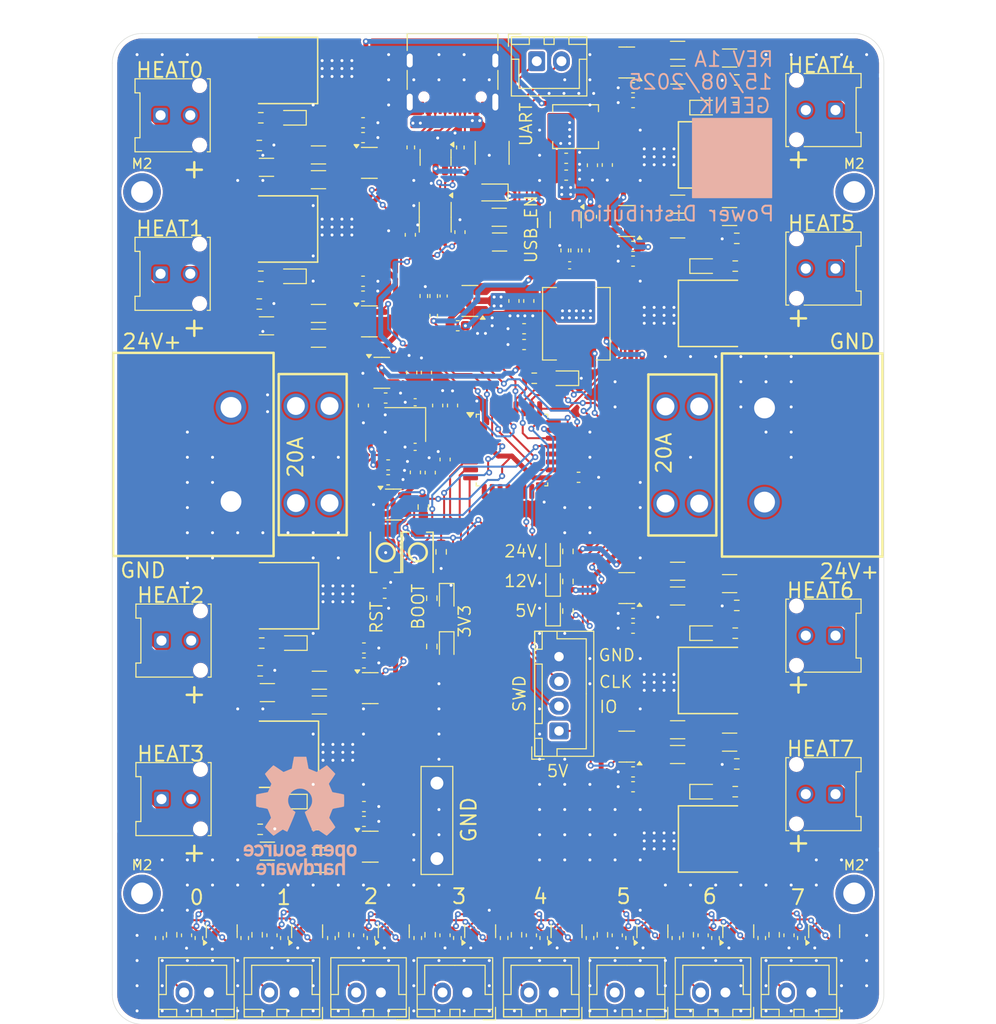
<source format=kicad_pcb>
(kicad_pcb (version 20241229) (generator "pcbnew") (generator_version "9.0")
  (layers (0 "F.Cu" signal) (2 "B.Cu" signal) (13 "F.Paste" user) (15 "B.Paste" user) (5 "F.SilkS" user "F.Silkscreen") (7 "B.SilkS" user "B.Silkscreen") (1 "F.Mask" user) (3 "B.Mask" user) (25 "Edge.Cuts" user))
  (net 0 "")
  (net 1 "+24V")
  (net 2 "GND")
  (net 3 "Net-(U1-BOOT)")
  (net 4 "Net-(U1-SW)")
  (net 5 "+5V")
  (net 6 "Net-(U4-PF0)")
  (net 7 "Net-(U1-FB)")
  (net 8 "+3.3VA")
  (net 9 "+3.3V")
  (net 10 "Net-(C17-Pad1)")
  (net 11 "Net-(U4-PF1)")
  (net 12 "RST")
  (net 13 "TH0")
  (net 14 "TH1")
  (net 15 "TH2")
  (net 16 "TH3")
  (net 17 "TH4")
  (net 18 "TH5")
  (net 19 "TH6")
  (net 20 "TH7")
  (net 21 "TH8")
  (net 22 "TH9")
  (net 23 "Net-(U5-SW)")
  (net 24 "Net-(U5-BOOT)")
  (net 25 "+12V")
  (net 26 "Net-(U5-FB)")
  (net 27 "Net-(C28-Pad1)")
  (net 28 "VBUS")
  (net 29 "Net-(D1-A)")
  (net 30 "Net-(D2-A)")
  (net 31 "Net-(D3-A)")
  (net 32 "Net-(D4-A)")
  (net 33 "Net-(D1-K)")
  (net 34 "Net-(D2-K)")
  (net 35 "Net-(D3-K)")
  (net 36 "Net-(D8-K-Pad3)")
  (net 37 "Net-(D9-K-Pad3)")
  (net 38 "Net-(D4-K)")
  (net 39 "Net-(D6-A)")
  (net 40 "Net-(D6-K)")
  (net 41 "Net-(D7-A)")
  (net 42 "Net-(D15-A)")
  (net 43 "Net-(D7-K)")
  (net 44 "Net-(D11-A)")
  (net 45 "Net-(D12-A)")
  (net 46 "Net-(D13-A)")
  (net 47 "Net-(D14-A)")
  (net 48 "Net-(D16-K-Pad3)")
  (net 49 "Net-(D19-A)")
  (net 50 "Net-(D19-K)")
  (net 51 "Net-(D17-K-Pad3)")
  (net 52 "Net-(D20-K-Pad3)")
  (net 53 "Net-(D21-K-Pad3)")
  (net 54 "Net-(D22-A)")
  (net 55 "Net-(D22-K)")
  (net 56 "Net-(D23-K-Pad3)")
  (net 57 "Net-(D24-K-Pad3)")
  (net 58 "Net-(F1-Pad1)")
  (net 59 "Net-(J17-Pin_1)")
  (net 60 "Net-(J18-Pin_1)")
  (net 61 "Net-(J14-Pin_2)")
  (net 62 "Net-(J15-Pin_2)")
  (net 63 "Net-(J20-Pin_2)")
  (net 64 "Net-(J21-Pin_2)")
  (net 65 "Net-(J22-Pin_2)")
  (net 66 "Net-(J23-Pin_2)")
  (net 67 "Net-(J10-Pin_2)")
  (net 68 "Net-(J11-Pin_2)")
  (net 69 "RX")
  (net 70 "TX")
  (net 71 "SWCLK")
  (net 72 "SWDIO")
  (net 73 "D_-")
  (net 74 "D_+")
  (net 75 "CC1")
  (net 76 "CC2")
  (net 77 "Net-(Q1-G)")
  (net 78 "Net-(Q2-G)")
  (net 79 "Net-(Q3-G)")
  (net 80 "Net-(Q4-G)")
  (net 81 "Net-(Q5-G)")
  (net 82 "Net-(Q6-G)")
  (net 83 "Net-(Q7-G)")
  (net 84 "Net-(Q8-G)")
  (net 85 "BOOT")
  (net 86 "Net-(R4-Pad2)")
  (net 87 "Net-(R5-Pad2)")
  (net 88 "Net-(U2-OUTH)")
  (net 89 "Net-(R11-Pad1)")
  (net 90 "Net-(U3-OUTH)")
  (net 91 "Net-(U7-OUTH)")
  (net 92 "Net-(U7-OUTL)")
  (net 93 "Net-(U2-OUTL)")
  (net 94 "Net-(U3-OUTL)")
  (net 95 "Net-(R18-Pad2)")
  (net 96 "Net-(U6-OUTH)")
  (net 97 "Net-(R19-Pad2)")
  (net 98 "Net-(U6-OUTL)")
  (net 99 "Net-(U10-OUTH)")
  (net 100 "Net-(U9-TXD)")
  (net 101 "Net-(U10-OUTL)")
  (net 102 "Net-(U9-RXD)")
  (net 103 "Net-(R32-Pad2)")
  (net 104 "Net-(R42-Pad2)")
  (net 105 "Net-(U14-OUTH)")
  (net 106 "Net-(R67-Pad2)")
  (net 107 "Net-(U14-OUTL)")
  (net 108 "Net-(R78-Pad2)")
  (net 109 "Net-(U13-OUTH)")
  (net 110 "Net-(U13-OUTL)")
  (net 111 "Net-(U15-OUTH)")
  (net 112 "Net-(U15-OUTL)")
  (net 113 "HEATER7")
  (net 114 "HEATER6")
  (net 115 "HEATER0")
  (net 116 "HEATER1")
  (net 117 "HEATER3")
  (net 119 "HEATER2")
  (net 120 "HEATER5")
  (net 121 "HEATER4")
  (net 130 "Net-(D25-A)")
  (net 131 "ACT")
  (footprint "Resistor_SMD:R_1206_3216Metric" (layer "F.Cu") (at 131.93901 51.985)
    (property "Reference" "R11" (hide yes))
    (property "Value" "12")
  )
  (footprint "Capacitor_SMD:C_0603_1608Metric" (layer "F.Cu") (at 179.445 128.25 -90)
    (property "Reference" "C56" (hide yes))
    (property "Value" "0.1uF")
  )
  (footprint "Resistor_SMD:R_1206_3216Metric" (layer "F.Cu") (at 126.68901 66.735)
    (property "Reference" "R22" (hide yes))
    (property "Value" "0")
  )
  (footprint "Capacitor_SMD:C_0603_1608Metric" (layer "F.Cu") (at 163.7 95.755 180)
    (property "Reference" "C1" (hide yes))
    (property "Value" "10uF")
  )
  (footprint "Capacitor_SMD:C_0603_1608Metric" (layer "F.Cu") (at 142.8375 71.45 90)
    (property "Reference" "C42" (hide yes))
    (property "Value" "1uF")
  )
  (footprint "LED_SMD:LED_0603_1608Metric" (layer "F.Cu") (at 156.725 72.025 180)
    (property "Reference" "D25" (hide yes))
    (property "Value" "LED")
  )
  (footprint "Resistor_SMD:R_1206_3216Metric" (layer "F.Cu") (at 173.45 92.755 180)
    (property "Reference" "R7" (hide yes))
    (property "Value" "0")
  )
  (footprint "Capacitor_SMD:C_1812_4532Metric" (layer "F.Cu") (at 149.475 49.275 -90)
    (property "Reference" "F1" (hide yes))
    (property "Value" "1A")
  )
  (footprint "LED_SMD:LED_0603_1608Metric" (layer "F.Cu") (at 144.885 94.225 -90)
    (property "Reference" "D14" (hide yes))
    (property "Value" "LED")
  )
  (footprint "Connector_Molex:Molex_Micro-Fit_3.0_43045-0212_2x01_P3.00mm_Vertical" (layer "F.Cu") (at 115.99901 45.485 90)
    (property "Reference" "J2" (hide yes))
    (property "Value" "HEATER0")
  )
  (footprint "Resistor_SMD:R_0603_1608Metric" (layer "F.Cu") (at 174.01875 60.705)
    (property "Reference" "R77" (hide yes))
    (property "Value" "4.7k")
  )
  (footprint "Package_TO_SOT_SMD:SOT-23" (layer "F.Cu") (at 174.325 127.8375 90)
    (property "Reference" "D21" (hide yes))
    (property "Value" "BAV99")
  )
  (footprint "MountingHole:MountingHole_2.2mm_M2_DIN965_Pad" (layer "F.Cu") (at 186.025 124.025)
    (property "Reference" "M2")
    (property "Value" "MountingHole_2.2mm_M2_DIN965_Pad")
  )
  (footprint "Resistor_SMD:R_0603_1608Metric" (layer "F.Cu") (at 177.945 128.2 90)
    (property "Reference" "R83" (hide yes))
    (property "Value" "4.7k")
  )
  (footprint "Resistor_SMD:R_1206_3216Metric" (layer "F.Cu") (at 132.02901 118.505 180)
    (property "Reference" "R42" (hide yes))
    (property "Value" "68")
  )
  (footprint "Resistor_SMD:R_1206_3216Metric" (layer "F.Cu") (at 168.2 56.955)
    (property "Reference" "R78" (hide yes))
    (property "Value" "68")
  )
  (footprint "easyeda2kicad:SW-SMD_L3.9-W3.0-P4.45" (layer "F.Cu") (at 138.725 89.595 90)
    (property "Reference" "SW1" (hide yes))
    (property "Value" "SW_Push")
  )
  (footprint "Resistor_SMD:R_0402_1005Metric" (layer "F.Cu") (at 115.87 128.525 -90)
    (property "Reference" "R44" (hide yes))
    (property "Value" "2.37k")
  )
  (footprint "easyeda2kicad:TO-252-2_L6.6-W6.1-P4.57-LS9.9-TL-CW" (layer "F.Cu") (at 169.74 65.475)
    (property "Reference" "Q8" (hide yes))
    (property "Value" "AOD4184A")
  )
  (footprint "Capacitor_SMD:C_0603_1608Metric" (layer "F.Cu") (at 143.975 74.775 90)
    (property "Reference" "C3" (hide yes))
    (property "Value" "4.7uF")
  )
  (footprint "Package_TO_SOT_SMD:SOT-23-6" (layer "F.Cu") (at 137.16651 103.305)
    (property "Reference" "U10" (hide yes))
    (property "Value" "UCC27511ADBV")
  )
  (footprint "easyeda2kicad:CONN-TH_2P-P9.50_DBT50G-9.5-2P" (layer "F.Cu") (at 123.10901 79.715 -90)
    (property "Reference" "J17" (hide yes))
    (property "Value" "Conn_01x02_Socket")
  )
  (footprint "MountingHole:MountingHole_2.2mm_M2_DIN965_Pad" (layer "F.Cu") (at 186.025 53.225)
    (property "Reference" "M2")
    (property "Value" "MountingHole_2.2mm_M2_DIN965_Pad")
  )
  (footprint "Resistor_SMD:R_1206_3216Metric" (layer "F.Cu") (at 126.77901 103.755)
    (property "Reference" "R33" (hide yes))
    (property "Value" "0")
  )
  (footprint "Resistor_SMD:R_0603_1608Metric" (layer "F.Cu") (at 174.01875 97.755)
    (property "Reference" "R1" (hide yes))
    (property "Value" "4.7k")
  )
  (footprint "Package_TO_SOT_SMD:SOT-23-6" (layer "F.Cu") (at 143.763 49.737 -90)
    (property "Reference" "U8" (hide yes))
    (property "Value" "SRV05-4")
  )
  (footprint "Capacitor_SMD:C_0603_1608Metric" (layer "F.Cu") (at 156.95 49.825)
    (property "Reference" "C25" (hide yes))
    (property "Value" "0.1uF")
  )
  (footprint "Resistor_SMD:R_1206_3216Metric" (layer "F.Cu") (at 126.77901 119.755)
    (property "Reference" "R43" (hide yes))
    (property "Value" "0")
  )
  (footprint "Capacitor_SMD:C_0603_1608Metric" (layer "F.Cu") (at 153.175 64.225 -90)
    (property "Reference" "C11" (hide yes))
    (property "Value" "10uF")
  )
  (footprint "Capacitor_SMD:C_0603_1608Metric" (layer "F.Cu") (at 159.5 55.725 90)
    (property "Reference" "C23" (hide yes))
    (property "Value" "0.1uF")
  )
  (footprint "Resistor_SMD:R_1206_3216Metric" (layer "F.Cu") (at 173.45 39.705 180)
    (property "Reference" "R68" (hide yes))
    (property "Value" "0")
  )
  (footprint "Connector_Molex:Molex_Micro-Fit_3.0_43045-0212_2x01_P3.00mm_Vertical" (layer "F.Cu") (at 184.14 44.955 -90)
    (property "Reference" "J13" (hide yes))
    (property "Value" "HEATER4")
  )
  (footprint "Capacitor_SMD:C_0603_1608Metric" (layer "F.Cu") (at 153.435 128.25 -90)
    (property "Reference" "C44" (hide yes))
    (property "Value" "0.1uF")
  )
  (footprint "Connector_Molex:Molex_Micro-Fit_3.0_43045-0212_2x01_P3.00mm_Vertical" (layer "F.Cu") (at 184.14 114.005 -90)
    (property "Reference" "J3" (hide yes))
    (property "Value" "HEATER7")
  )
  (footprint "Resistor_SMD:R_0402_1005Metric" (layer "F.Cu") (at 119.87 128.525 -90)
    (property "Reference" "R45" (hide yes))
    (property "Value" "2.37k")
  )
  (footprint "Capacitor_SMD:C_0603_1608Metric" (layer "F.Cu") (at 136.52901 116.755)
    (property "Reference" "C38" (hide yes))
    (property "Value" "0.1uF")
  )
  (footprint "Capacitor_SMD:C_0603_1608Metric" (layer "F.Cu") (at 146.225 57.275 90)
    (property "Reference" "C30" (hide yes))
    (property "Value" "0.1uF")
  )
  (footprint "Resistor_SMD:R_0603_1608Metric" (layer "F.Cu") (at 126.12026 61.735 180)
    (property "Reference" "R17" (hide yes))
    (property "Value" "4.7k")
  )
  (footprint "Package_SO:MSOP-10_3x3mm_P0.5mm" (layer "F.Cu") (at 143.725 55.775 -90)
    (property "Reference" "U9" (hide yes))
    (property "Value" "CH340E")
  )
  (footprint "Capacitor_SMD:C_0603_1608Metric" (layer "F.Cu") (at 136.475 74.775 -90)
    (property "Reference" "C40" (hide yes))
    (property "Value" "1uF")
  )
  (footprint "Capacitor_SMD:C_0603_1608Metric" (layer "F.Cu") (at 135.995 128.25 -90)
    (property "Reference" "C53" (hide yes))
    (property "Value" "0.1uF")
  )
  (footprint "Connector_JST:JST_XH_B2B-XH-A_1x02_P2.50mm_Vertical" (layer "F.Cu") (at 129.495 134.025 180)
    (property "Reference" "J14" (hide yes))
    (property "Value" "TH1")
  )
  (footprint "Connector_JST:JST_XH_B2B-XH-A_1x02_P2.50mm_Vertical" (layer "F.Cu") (at 164.355 134.025 180)
    (property "Reference" "J15" (hide yes))
    (property "Value" "TH5")
  )
  (footprint "Capacitor_SMD:C_0603_1608Metric" (layer "F.Cu") (at 136.43901 63.735)
    (property "Reference" "C21" (hide yes))
    (property "Value" "10uF")
  )
  (footprint "Connector_JST:JST_XH_B2B-XH-A_1x02_P2.50mm_Vertical" (layer "F.Cu") (at 120.87 134.025 180)
    (property "Reference" "J10" (hide yes))
    (property "Value" "TH0")
  )
  (footprint "Capacitor_SMD:C_0603_1608Metric" (layer "F.Cu") (at 141.725 81.525 -90)
    (property "Reference" "C7" (hide yes))
    (property "Value" "10nF")
  )
  (footprint "Resistor_SMD:R_0402_1005Metric" (layer "F.Cu") (at 124.495 128.525 -90)
    (property "Reference" "R61" (hide yes))
    (property "Value" "2.37k")
  )
  (footprint "Resistor_SMD:R_0402_1005Metric" (layer "F.Cu") (at 180.695 128.525 -90)
    (property "Reference" "R87" (hide yes))
    (property "Value" "2.37k")
  )
  (footprint "Capacitor_SMD:C_0603_1608Metric" (layer "F.Cu") (at 138.975 80.775)
    (property "Reference" "C33" (hide yes))
    (property "Value" "0.1uF")
  )
  (footprint "Resistor_SMD:R_0603_1608Metric" (layer "F.Cu") (at 174.01875 113.755)
    (property "Reference" "R16" (hide yes))
    (property "Value" "4.7k")
  )
  (footprint "Capacitor_SMD:C_0603_1608Metric" (layer "F.Cu") (at 136.43901 47.735)
    (property "Reference" "C8" (hide yes))
    (property "Value" "10uF")
  )
  (footprint "Capacitor_SMD:C_0603_1608Metric" (layer "F.Cu") (at 170.775 128.25 -90)
    (property "Reference" "C54" (hide yes))
    (property "Value" "0.1uF")
  )
  (footprint "Package_TO_SOT_SMD:SOT-23-6" (layer "F.Cu") (at 163.0625 56.155 180)
    (property "Reference" "U15" (hide yes))
    (property "Value" "UCC27511ADBV")
  )
  (footprint "Capacitor_SMD:C_0603_1608Metric" (layer "F.Cu") (at 152.7 67.025 180)
    (property "Reference" "C14" (hide yes))
    (property "Value" "22uF")
  )
  (footprint "Package_TO_SOT_SMD:SOT-23" (layer "F.Cu") (at 139.545 127.8375 90)
    (property "Reference" "D20" (hide yes))
    (property "Value" "BAV99")
  )
  (footprint "Resistor_SMD:R_1206_3216Metric" (layer "F.Cu") (at 132.02901 102.505 180)
    (property "Reference" "R32" (hide yes))
    (property "Value" "68")
  )
  (footprint "Capacitor_SMD:C_0402_1005Metric" (layer "F.Cu") (at 144.575 63.725 90)
    (property "Reference" "C17" (hide yes))
    (property "Value" "75pF")
  )
  (footprint "Capacitor_SMD:C_0603_1608Metric" (layer "F.Cu") (at 138.625 93.725)
    (property "Reference" "C15" (hide yes))
    (property "Value" "0.1uF")
  )
  (footprint "Resistor_SMD:R_0603_1608Metric" (layer "F.Cu") (at 151.935 128.2 90)
    (property "Reference" "R40" (hide yes))
    (property "Value" "4.7k")
  )
  (footprint "Capacitor_SMD:C_0603_1608Metric" (layer "F.Cu") (at 161.1 50.5 -90)
    (property "Reference" "C27" (hide yes))
    (property "Value" "22uF")
  )
  (footprint "Resistor_SMD:R_0603_1608Metric" (layer "F.Cu") (at 125.745 128.2 90)
    (property "Reference" "R58" (hide yes))
    (property "Value" "4.7k")
  )
  (footprint "Resistor_SMD:R_0402_1005Metric" (layer "F.Cu") (at 143.575 63.725 90)
    (property "Reference" "R12" (hide yes))
    (property "Value" "100k")
  )
  (footprint "Capacitor_SMD:C_0603_1608Metric" (layer "F.Cu") (at 151.675 64.225 -90)
    (property "Reference" "C12" (hide yes))
    (property "Value" "0.1uF")
  )
  (footprint "Package_TO_SOT_SMD:SOT-23" (layer "F.Cu") (at 182.995 127.8375 90)
    (property "Reference" "D24" (hide yes))
    (property "Value" "BAV99")
  )
  (footprint "Package_TO_SOT_SMD:SOT-23-5" (layer "F.Cu") (at 138.3375 71.475)
    (property "Reference" "U12" (hide yes))
    (property "Value" "TLV73333PDBV")
  )
  (footprint "Capacitor_SMD:C_0603_1608Metric" (layer "F.Cu") (at 159.6 50.525 -90)
    (property "Reference" "C26" (hide yes))
    (property "Value" "22uF")
  )
  (footprint "Capacitor_SMD:C_0603_1608Metric" (layer "F.Cu") (at 163.7 111.755 180)
    (property "Reference" "C19" (hide yes))
    (property "Value" "10uF")
  )
  (footprint "Resistor_SMD:R_0402_1005Metric" (layer "F.Cu") (at 141.965 128.525 -90)
    (property "Reference" "R84" (hide yes))
    (property "Value" "2.37k")
  )
  (footprint "Resistor_SMD:R_0402_1005Metric" (layer "F.Cu") (at 168.025 128.525 -90)
    (property "Reference" "R75" (hide yes))
    (property "Value" "2.37k")
  )
  (footprint "Package_TO_SOT_SMD:SOT-23" (layer "F.Cu") (at 156.985 127.8375 90)
    (property "Reference" "D9" (hide yes))
    (property "Value" "BAV99")
  )
  (footprint "easyeda2kicad:TO-252-2_L6.6-W6.1-P4.57-LS9.9-TL-CW" (layer "F.Cu") (at 169.74 102.525)
    (property "Reference" "Q1" (hide yes))
    (property "Value" "AOD4184A")
  )
  (footprint "Resistor_SMD:R_0603_1608Metric" (layer "F.Cu") (at 160.605 128.2 90)
    (property "Reference" "R59" (hide yes))
    (property "Value" "4.7k")
  )
  (footprint "Capacitor_SMD:C_0603_1608Metric" (layer "F.Cu") (at 144.715 128.25 -90)
    (property "Reference" "C55" (hide yes))
    (property "Value" "0.1uF")
  )
  (footprint "Resistor_SMD:R_1206_3216Metric" (layer "F.Cu") (at 132.02901 121.005)
    (property "Reference" "R50" (hide yes))
    (property "Value" "12")
  )
  (footprint "Capacitor_SMD:C_0603_1608Metric" (layer "F.Cu") (at 145.475 74.775 90)
    (property "Reference" "C4" (hide yes))
    (property "Value" "0.1uF")
  )
  (footprint "Capacitor_SMD:C_0603_1608Metric" (layer "F.Cu") (at 138.725 74.025)
    (property "Reference" "C39" (hide yes))
    (property "Value" "0.1uF")
  )
  (footprint "Capacitor_SMD:C_0603_1608Metric" (layer "F.Cu") (at 163.7 58.705 180)
    (property "Reference" "C51" (hide yes))
    (property "Value" "10uF")
  )
  (footprint "Resistor_SMD:R_0603_1608Metric" (layer "F.Cu") (at 117.12 128.2 90)
    (property "Reference" "R39" (hide yes))
    (property "Value" "4.7k")
  )
  (footprint "Package_TO_SOT_SMD:SOT-23-6" (layer "F.Cu") (at 163.0625 109.205 180)
    (property "Reference" "U6" (hide yes))
    (property "Value" "UCC27511ADBV")
  )
  (footprint "Capacitor_SMD:C_0603_1608Metric" (layer "F.Cu") (at 118.62 128.25 -90)
    (property "Reference" "C43" (hide yes))
    (property "Value" "0.1uF")
  )
  (footprint "Connector_Molex:Molex_Micro-Fit_3.0_43045-0212_2x01_P3.00mm_Vertical" (layer "F.Cu") (at 184.14 60.955 -90)
    (property "Reference" "J19" (hide yes))
    (property "Value" "HEATER5")
  )
  (footprint "Diode_SMD:D_SOD-323" (layer "F.Cu") (at 149.475 53.275 180)
    (property "Reference" "D5" (hide yes))
    (property "Value" "CUS10S30")
  )
  (footprint "Capacitor_SMD:C_0603_1608Metric" (layer "F.Cu") (at 141.2125 57.55 90)
    (property "Reference" "C29" (hide yes))
    (property "Value" "0.1uF")
  )
  (footprint "LED_SMD:LED_0603_1608Metric" (layer "F.Cu") (at 155.625 95.5375 90)
    (property "Reference" "D13" (hide yes))
    (property "Value" "LED")
  )
  (footprint "Package_TO_SOT_SMD:SOT-23" (layer "F.Cu") (at 122.17 127.8375 90)
    (property "Reference" "D8" (hide yes))
    (property "Value" "BAV99")
  )
  (footprint "Capacitor_SMD:C_0603_1608Metric" (layer "F.Cu") (at 163.7 42.705 180)
    (property "Reference" "C47" (hide yes))
    (property "Value" "0.1uF")
  )
  (footprint "Package_TO_SOT_SMD:SOT-23-6" (layer "F.Cu") (at 137.16651 119.305)
    (property "Reference" "U13" (hide yes))
    (property "Value" "UCC27511ADBV")
  )
  (footprint "Capacitor_SMD:C_0603_1608Metric" (layer "F.Cu") (at 143.225 81.55 90)
    (property "Reference" "C36" (hide yes))
    (property "Value" "1uF")
  )
  (footprint "Capacitor_SMD:C_0603_1608Metric" (layer "F.Cu") (at 136.43901 46.235)
    (property "Reference" "C9" (hide yes))
    (property "Value" "0.1uF")
  )
  (footprint "Capacitor_SMD:C_0402_1005Metric" (layer "F.Cu") (at 157.3 60.625 180)
    (property "Reference" "C28" (hide yes))
    (property "Value" "75pF")
  )
  (footprint "Resistor_SMD:R_0402_1005Metric" (layer "F.Cu") (at 157.8 59.125 -90)
    (property "Reference" "R27" (hide yes))
    (property "Value" "100k")
  )
  (footprint "LED_SMD:LED_0603_1608Metric" (layer "F.Cu") (at 155.625 92.5375 90)
    (property "Reference" "D12" (hide yes))
    (property "Value" "LED")
  )
  (footprint "Resistor_SMD:R_1206_3216Metric" (layer "F.Cu") (at 131.93901 49.485 180)
    (property "Reference" "R6" (hide yes))
    (property "Value" "68")
  )
  (footprint "Resistor_SMD:R_1206_3216Metric" (layer "F.Cu") (at 126.68901 50.735)
    (property "Reference" "R8" (hide yes))
    (property "Value" "0")
  )
  (footprint "Capacitor_SMD:C_0603_1608Metric" (layer "F.Cu") (at 156.95 51.525)
    (property "Reference" "C24" (hide yes))
    (property "Value" "10uF")
  )
  (footprint "Resistor_SMD:R_1206_3216Metric" (layer "F.Cu") (at 168.2 94.005)
    (property "Reference" "R5" (hide yes))
    (property "Value" "68")
  )
  (footprint "Connector_JST:JST_XH_B2B-XH-A_1x02_P2.50mm_Vertical" (layer "F.Cu") (at 146.965 134.025 180)
    (property "Reference" "J22" (hide yes))
    (property "Value" "TH3")
  )
  (footprint "Resistor_SMD:R_0402_1005Metric" (layer "F.Cu") (at 158.9 59.125 -90)
    (property "Reference" "R21" (hide yes))
    (property "Value" "50")
  )
  (footprint "Resistor_SMD:R_1206_3216Metric" (layer "F.Cu") (at 150.1875 55.775)
    (property "Reference" "R29" (hide yes))
    (property "Value" "0")
  )
  (footprint "Resistor_SMD:R_0402_1005Metric" (layer "F.Cu") (at 128.495 128.525 -90)
    (property "Reference" "R62" (hide yes))
    (property "Value" "2.37k")
  )
  (footprint "Resistor_SMD:R_0603_1608Metric" (layer "F.Cu") (at 126.21026 98.755 180)
    (property "Reference" "R30" (hide yes))
    (property "Value" "4.7k")
  )
  (footprint "Capacitor_SMD:C_0603_1608Metric" (layer "F.Cu") (at 158.2 82.025)
    (property "Reference" "C5" (hide yes))
    (property "Value" "0.1uF")
  )
  (footprint "Capacitor_SMD:C_0402_1005Metric" (layer "F.Cu") (at 141.7 74.45 180)
    (property "Reference" "C16" (hide yes))
    (property "Value" "14pF")
  )
  (footprint "Resistor_SMD:R_1206_3216Metric" (layer "F.Cu") (at 168.2 107.505 180)
    (property "Reference" "R23" (hide yes))
    (property "Value" "12")
  )
  (footprint "Resistor_SMD:R_0603_1608Metric" (layer "F.Cu") (at 153.725 72.025)
    (property "Reference" "R88" (hide yes))
    (property "Value" "1k")
  )
  (footprint "easyeda2kicad:TO-252-2_L6.6-W6.1-P4.57-LS9.9-TL-CW" (layer "F.Cu") (at 130.39901 40.965 180)
    (property "Reference" "Q2" (hide yes))
    (property "Value" "AOD4184A")
  )
  (footprint "easyeda2kicad:SW-SMD_L3.9-W3.0-P4.45" (layer "F.Cu") (at 141.975 89.595 -90)
    (property "Reference" "SW2" (hide yes))
    (property "Value" "SW_Push")
  )
  (footprint "Resistor_SMD:R_0603_1608Metric" (layer "F.Cu") (at 134.495 128.2 90)
    (property "Reference" "R71" (hide yes))
    (property "Value" "4.7k")
  )
  (footprint "TestPoint:TestPoint_Bridge_Pitch7.62mm_Drill1.3mm" (layer "F.Cu") (at 143.9 120.51 90)
    (property "Reference" "TP1" (hide yes))
    (property "Value" "OSC GND")
  )
  (footprint "Capacitor_SMD:C_0603_1608Metric" (layer "F.Cu") (at 163.7 44.205 180)
    (property "Reference" "C46" (hide yes))
    (property "Value" "10uF")
  )
  (footprint "Resistor_SMD:R_0603_1608Metric" (layer "F.Cu") (at 126.12026 45.735 180)
    (property "Reference" "R2" (hide yes))
    (property "Value" "4.7k")
  )
  (footprint "Resistor_SMD:R_1206_3216Metric" (layer "F.Cu") (at 150.225 58.275)
    (property "Reference" "R31" (hide yes))
    (property "Value" "0")
  )
  (footprint "Package_TO_SOT_SMD:SOT-23-5" (layer "F.Cu") (at 139.5 84.775)
    (property "Reference" "U11" (hide yes))
    (property "Value" "TLV73333PDBV")
  )
  (footprint "easyeda2kicad:TO-252-2_L6.6-W6.1-P4.57-LS9.9-TL-CW" (layer "F.Cu") (at 169.74 49.475)
    (property "Reference" "Q7" (hide yes))
    (property "Value" "AOD4184A")
  )
  (footprint "Resistor_SMD:R_1206_3216Metric" (layer "F.Cu") (at 131.93901 65.485 180)
    (property "Reference" "R19" (hide yes))
    (property "Value" "68")
  )
  (footprint "Capacitor_SMD:C_0402_1005Metric" (layer "F.Cu") (at 141.7 78.95 180)
    (property "Reference" "C18" (hide yes))
    (property "Value" "14pF")
  )
  (footprint "Connector_JST:JST_XH_B2B-XH-A_1x02_P2.50mm_Vertical" (layer "F.Cu") (at 138.245 134.025 180)
    (property "Reference" "J20" (hide yes))
    (property "Value" "TH2")
  )
  (footprint "LED_SMD:LED_0603_1608Metric" (layer "F.Cu") (at 129.22026 45.735 180)
    (property "Reference" "D2" (hide yes))
    (property "Value" "LED")
  )
  (footprint "Resistor_SMD:R_0402_1005Metric" (layer "F.Cu") (at 142.575 63.725 90)
    (property "Reference" "R15" (hide yes))
    (property "Value" "13.3k")
  )
  (footprint "Resistor_SMD:R_1206_3216Metric" (layer "F.Cu") (at 173.45 55.705 180)
    (property "Reference" "R79" (hide yes))
    (property "Value" "0")
  )
  (footprint "Connector_JST:JST_XH_B2B-XH-A_1x02_P2.50mm_Vertical" (layer "F.Cu") (at 155.685 134.025 180)
    (property "Reference" "J11" (hide yes))
    (property "Value" "TH4")
  )
  (footprint "Inductor_SMD:L_TechFuse_SL0650" (layer "F.Cu") (at 157.975 66.525 -90)
    (property "Reference" "L1" (hide yes))
    (property "Value" "15uH")
  )
  (footprint "Connector_JST:JST_XH_B4B-XH-A_1x04_P2.50mm_Vertical" (layer "F.Cu") (at 156.225 107.625 90)
    (property "Reference" "J4" (hide yes))
    (property "Value" "SWD")
  )
  (footprint "Package_QFP:LQFP-32_7x7mm_P0.8mm" (layer "F.Cu") (at 151.475 79.275)
    (property "Reference" "U4" (hide yes))
    (property "Value" "STM32F030K6Tx")
  )
  (footprint "Connector_Molex:Molex_Micro-Fit_3.0_43045-0212_2x01_P3.00mm_Vertical" (layer "F.Cu") (at 184.14 98.005 -90)
    (property "Reference" "J1" (hide yes))
    (property "Value" "HEATER6")
  )
  (footprint "MountingHole:MountingHole_2.2mm_M2_DIN965_Pad" (layer "F.Cu") (at 114.125 53.225)
    (property "Reference" "M2")
    (property "Value" "MountingHole_2.2mm_M2_DIN965_Pad")
  )
  (footprint "easyeda2kicad:FUSE-TH_4P-L16.0-W6.7" (layer "F.Cu") (at 131.35901 79.725 -90)
    (property "Reference" "F2" (hide yes))
    (property "Value" "20A")
  )
  (footprint "easyeda2kicad:TO-252-2_L6.6-W6.1-P4.57-LS9.9-TL-CW" (layer "F.Cu") (at 130.48901 109.985 180)
    (property "Reference" "Q6" (hide yes))
    (property "Value" "AOD4184A")
  )
  (footprint "Resistor_SMD:R_1206_3216Metric" (layer "F.Cu") (at 168.2 54.455 180)
    (property "Reference" "R80" (hide yes))
    (property "Value" "12")
  )
  (footprint "Crystal:Crystal_SMD_3225-4Pin_3.2x2.5mm" (layer "F.Cu") (at 140.7 76.7 180)
    (property "Reference" "Y1" (hide yes))
    (property "Value" "24MHz")
  )
  (footprint "Capacitor_SMD:C_0603_1608Metric" (layer "F.Cu") (at 136.52901 100.755)
    (property "Reference" "C31" (hide yes))
    (property "Value" "10uF")
  )
  (footprint "LED_SMD:LED_0603_1608Metric" (layer "F.Cu") (at 170.91875 44.705)
    (property "Reference" "D19" (hide yes))
    (property "Value" "LED")
  )
  (footprint "Capacitor_SMD:C_0603_1608Metric" (layer "F.Cu") (at 163.7 60.205 180)
    (property "Reference" "C52" (hide yes))
    (property "Value" "0.1uF")
  )
  (footprint "LED_SMD:LED_0603_1608Metric" (layer "F.Cu") (at 155.625 89.5 90)
    (property "Reference" "D11" (hide yes))
    (property "Value" "LED")
  )
  (footprint "easyeda2kicad:TO-252-2_L6.6-W6.1-P4.57-LS9.9-TL-CW" (layer "F.Cu") (at 130.39901 56.965 180)
    (property "Reference" "Q4" (hide yes))
    (property "Value" "AOD4184A")
  )
  (footprint "Resistor_SMD:R_0603_1608Metric" (layer "F.Cu") (at 174.175 57.905 180)
    (property "Reference" "R81" (hide yes))
    (property "Value" "100k")
  )
  (footprint "LED_SMD:LED_0603_1608Metric" (layer "F.Cu") (at 170.91875 97.755)
    (property "Reference" "D1" (hide yes))
    (property "Value" "LED")
  )
  (footprint "Capacitor_SMD:C_0603_1608Metric" (layer "F.Cu") (at 136.52901 99.255)
    (property "Reference" "C32" (hide yes))
    (property "Value" "0.1uF")
  )
  (footprint "Capacitor_SMD:C_0603_1608Metric" (layer "F.Cu") (at 127.245 128.25 -90)
    (property "Reference" "C48" (hide yes))
    (property "Value" "0.1uF")
  )
  (footprint "Resistor_SMD:R_0603_1608Metric" (layer "F.Cu") (at 174.175 110.955 180)
    (property "Reference" "R25" (hide yes))
    (property "Value" "100k")
  )
  (footprint "easyeda2kicad:TO-252-2_L6.6-W6.1-P4.57-LS9.9-TL-CW" (layer "F.Cu") (at 169.74 118.525)
    (property "Reference" "Q3" (hide yes))
    (property "Value" "AOD4184A")
  )
  (footprint "Resistor_SMD:R_0402_1005Metric" (layer "F.Cu") (at 133.245 128.525 -90)
    (property "Reference" "R73" (hide yes))
    (property "Value" "2.37k")
  )
  (footprint "Resistor_SMD:R_0402_1005Metric" (layer "F.Cu") (at 159.355 128.525 -90)
    (property "Reference" "R63" (hide yes))
    (property "Value" "2.37k")
  )
  (footprint "MountingHole:MountingHole_2.2mm_M2_DIN965_Pad" (layer "F.Cu") (at 114.125 124.025)
    (property "Reference" "M2")
    (property "Value" "MountingHole_2.2mm_M2_DIN965_Pad")
  )
  (footprint "Resistor_SMD:R_0603_1608Metric" (layer "F.Cu") (at 143.385 99.1 -90)
    (property "Reference" "R56" (hide yes))
    (property "Value" "1k")
  )
  (footprint "Package_TO_SOT_SMD:SOT-23-6" (layer "F.Cu") (at 137.07651 50.285)
    (property "Reference" "U3" (hide yes))
    (property "Value" "UCC27511ADBV")
  )
  (footprint "Resistor_SMD:R_0402_1005Metric" (layer "F.Cu") (at 145.965 128.525 -90)
    (property "Reference" "R85" (hide yes))
    (property "Value" "2.37k")
  )
  (footprint "Capacitor_SMD:C_0603_1608Metric" (layer "F.Cu") (at 152.7 68.625 180)
    (property "Reference" "C13" (hide yes))
    (property "Value" "22uF")
  )
  (footprint "Resistor_SMD:R_0402_1005Metric" (layer "F.Cu") (at 176.695 128.525 -90)
    (property "Reference" "R86" (hide yes))
    (property "Value" "2.37k")
  )
  (footprint "Resistor_SMD:R_0402_1005Metric" (layer "F.Cu") (at 154.685 128.525 -90)
    (property "Reference" "R47" (hide yes))
    (property "Value" "2.37k")
  )
  (footprint "Connector_Molex:Molex_Micro-Fit_3.0_43045-0212_2x01_P3.00mm_Vertical" (layer "F.Cu") (at 116.08901 98.505 90)
    (property "Reference" "J6" (hide yes))
    (property "Value" "HEATER2")
  )
  (footprint "Resistor_SMD:R_0402_1005Metric" (layer "F.Cu") (at 143.575 65.725 90)
    (property "Reference" "R3" (hide yes))
    (property "Value" "50")
  )
  (footprint "Capacitor_SMD:C_0603_1608Metric" (layer "F.Cu") (at 162.105 128.25 -90)
    (property "Reference" "C49" (hide yes))
    (property "Value" "0.1uF")
  )
  (footprint "Resistor_SMD:R_0603_1608Metric" (layer "F.Cu") (at 126.05401 101.555)
    (property "Reference" "R37" (hide yes))
    (property "Value" "100k")
  )
  (footprint "Resistor_SMD:R_0603_1608Metric" (layer "F.Cu") (at 144.325 89.55 -90)
    (property "Reference" "R10" (hide yes))
    (property "Value" "10k")
  )
  (footprint "Resistor_SMD:R_0402_1005Metric" (layer "F.Cu") (at 150.685 128.525 -90)
    (property "Reference" "R46" (hide yes))
    (property "Value" "2.37k")
  )
  (footprint "Package_TO_SOT_SMD:SOT-23-6" (layer "F.Cu") (at 147.225 64.225 180)
    (property "Reference" "U1" (hide yes))
    (property "Value" "TPS54202DDC")
  )
  (footprint "Package_TO_SOT_SMD:SOT-23-6" (layer "F.Cu") (at 163.0625 93.205 180)
    (property "Reference" "U2" (hide yes))
    (property "Value" "UCC27511ADBV")
  )
  (footprint "Capacitor_SMD:C_0603_1608Metric" (layer "F.Cu") (at 141.3575 71.45 90)
    (property "Reference" "C41" (hide yes))
    (property "Value" "0.1uF")
  )
  (footprint "Resistor_SMD:R_0402_1005Metric" (layer "F.Cu") (at 172.025 128.525 -90)
    (property "Reference" "R76" (hide yes))
    (property "Value" "2.37k")
  )
  (footprint "Resistor_SMD:R_0603_1608Metric" (layer "F.Cu") (at 174.175 94.955 180)
    (property "Reference" "R13" (hide yes))
    (property "Value" "100k")
  )
  (footprint "Resistor_SMD:R_0603_1608Metric" (layer "F.Cu") (at 174.01875 44.705)
    (property "Reference" "R57" (hide yes))
    (property "Value" "4.7k")
  )
  (footprint "Resistor_SMD:R_0402_1005Metric" (layer "F.Cu") (at 156.8 59.125 90)
    (property "Reference" "R28" (hide yes))
    (property "Value" "5.23k")
  )
  (footprint "Connector_Molex:Molex_Micro-Fit_3.0_43045-0212_2x01_P3.00mm_Vertical" (layer "F.Cu") (at 116.08901 114.505 90)
    (property "Reference" "J9" (hide yes))
    (property "Value" "HEATER3")
  )
  (footprint "Package_TO_SOT_SMD:SOT-23-6" (layer "F.Cu") (at 156.9 56.025 -90)
    (property "Reference" "U5" (hide yes))
    (property "Value" "TPS54202DDC")
  )
  (footprint "Capacitor_SMD:C_0603_1608Metric" (layer "F.Cu") (at 138.975 82.275)
    (property "Reference" "C34" (hide yes))
    (property "Value" "1uF")
  )
  (footprint "Resistor_SMD:R_0603_1608Metric" (layer "F.Cu") (at 126.21026 114.755 180)
    (property "Reference" "R38" (hide yes))
    (property "Value" "4.7k")
  )
  (footprint "easyeda2kicad:FUSE-TH_4P-L16.0-W6.7" (layer "F.Cu") (at 168.675 79.775 90)
    (property "Reference" "F3" (hide yes))
    (property "Value" "20A")
  )
  (footprint "Connector_JST:JST_XH_B2B-XH-A_1x02_P2.50mm_Vertical" (layer "F.Cu") (at 181.695 134.025 180)
    (property "Reference" "J23" (hide yes))
    (property "Value" "TH7")
  )
  (footprint "Resistor_SMD:R_0603_1608Metric" (layer "F.Cu") (at 157.125 89.5 90)
    (property "Reference" "R52" (hide yes))
    (property "Value" "4.7k")
  )
  (footprint "Connector_USB:USB_C_Receptacle_G-Switch_GT-USB-7010ASV" (layer "F.Cu") (at 145.475 41.025 180)
    (property "Reference" "J8" (hide yes))
    (property "Value" "USB_C_Receptacle_USB2.0_14P")
  )
  (footprint "easyeda2kicad:CONN-TH_2P-P9.50_DBT50G-9.5-2P" (layer "F.Cu") (at 176.975 79.775 90)
    (property "Reference" "J18" (hide yes))
    (property "Value" "Conn_01x02_Socket")
  )
  (footprint "Resistor_SMD:R_1206_3216Metric" (layer "F.Cu") (at 131.93901 67.985)
    (property "Reference" "R24" (hide yes))
    (property "Value" "12")
  )
  (footprint "LED_SMD:LED_0603_1608Metric" (layer "F.Cu") (at 170.91875 113.755)
    (property "Reference" "D3" (hide yes))
    (property "Value" "LED")
  )
  (footprint "LED_SMD:LED_0603_1608Metric" (layer "F.Cu") (at 144.885 99.1 -90)
    (property "Reference" "D15" (hide yes))
    (property "Value" "LED")
  )
  (footprint "Capacitor_SMD:C_0603_1608Metric" (layer "F.Cu") (at 136.52901 115.255)
    (property "Reference" "C37" (hide yes))
    (property "Value" "10uF")
  )
  (footprint "Resistor_SMD:R_0603_1608Metric" (layer "F.Cu") (at 157.125 92.5375 90)
    (property "Reference" "R53" (hide yes))
    (property "Value" "4.7k")
  )
  (footprint "Capacitor_SMD:C_0603_1608Metric" (layer "F.Cu") (at 146 66.725)
    (property "Reference" "C10" (hide yes))
    (property "Value" "0.1uF")
  )
  (footprint "LED_SMD:LED_0603_1608Metric" (layer "F.Cu") (at 129.31026 98.755 180)
    (property "Reference" "D6" (hide yes))
    (property "Value" "LED")
  )
  (footprint "Resistor_SMD:R_0603_1608Metric" (layer "F.Cu") (at 143.385 94.225 -90)
    (property "Reference" "R55" (hide yes))
    (property "Value" "1k")
  )
  (footprint "Resistor_SMD:R_1206_3216Metric" (layer "F.Cu") (at 168.2 91.505 180)
    (property "Reference" "R9" (hide yes))
    (property "Value" "12")
  )
  (footprint "Resistor_SMD:R_0603_1608Metric" (layer "F.Cu") (at 125.96401 48.535)
    (property "Reference" "R14" (hide yes))
    (property "Value" "100k")
  )
  (footprint "Resistor_SMD:R_1206_3216Metric" (layer "F.Cu") (at 168.2 110.005)
    (property "Reference" "R18" (hide yes))
    (property "Value" "68")
  )
  (footprint "Resistor_SMD:R_1206_3216Metric" (layer "F.Cu") (at 168.2 38.925 180)
    (property "Reference" "R69" (hide yes))
    (property "Value" "12")
  )
  (footprint "Connector_Molex:Molex_Micro-Fit_3.0_43045-0212_2x01_P3.00mm_Vertical" (layer "F.Cu") (at 115.99901 61.485 90)
    (property "Reference" "J5" (hide yes))
    (property "Value" "HEATER1")
  )
  (footprint "Resistor_SMD:R_0402_1005Metric" (layer "F.Cu") (at 146.263 48.737 -90)
    (property "Reference" "R34" (hide yes))
    (property "Value" "5.1K")
  )
  (footprint "Package_TO_SOT_SMD:SOT-23" (layer "F.Cu") (at 148.265 127.8375 90)
    (property "Reference" "D23" (hide yes))
    (property "Value" "BAV99")
  )
  (footprint "Resistor_SMD:R_0402_1005Metric" (layer "F.Cu") (at 137.245 128.525 -90)
    (property "Reference" "R74" (hide yes))
    (property "Value" "2.37k")
  )
  (footprint "Resistor_SMD:R_1206_3216Metric" (layer "F.Cu") (at 168.225 41.425)
    (property "Reference" "R67" (hide yes))
    (property "Value" "68")
  )
  (footprint "Resistor_SMD:R_0603_1608Metric" (layer "F.Cu") (at 142.525 85.025 -90)
    (property "Reference" "R4" (hide yes))
    (property "Value" "1k")
  )
  (footprint "LED_SMD:LED_0603_1608Metric" (layer "F.Cu") (at 129.22026 61.735 180)
    (property "Reference" "D4" (hide yes))
    (property "Value" "LED")
  )
  (footprint "Package_TO_SOT_SMD:SOT-23" (layer "F.Cu") (at 130.795 127.8375 90)
    (property "Reference" "D16" (hide yes))
    (property "Value" "BAV99")
  )
  (footprint "Resistor_SMD:R_0402_1005Metric" (layer "F.Cu") (at 141.263 48.727 -90)
    (property "Reference" "R35" (hide yes))
    (property "Value" "5.1K")
  )
  (footprint "Package_TO_SOT_SMD:SOT-23" (layer "F.Cu") (at 165.655 127.8375 90)
    (property "Reference" "D17" (hide yes))
    (property "Value" "BAV99")
  )
  (footprint "Package_TO_SOT_SMD:SOT-23-6" (layer "F.Cu") (at 137.07651 66.285)
    (property "Reference" "U7" (hide yes))
    (property "Value" "UCC27511ADBV")
  )
  (footprint "Resistor_SMD:R_0603_1608Metric" (layer "F.Cu") (at 157.125 95.525 90)
    (property "Reference" "R54" (hide yes))
    (property "Value" "1k")
  )
  (footprint "Connector_JST:JST_XH_B2B-XH-A_1x02_P2.50mm_Vertical" (layer "F.Cu") (at 153.975 40.025)
    (property "Reference" "J7" (hide yes))
    (property "Value" "UART")
  )
  (footprint "Resistor_SMD:R_0603_1608Metric" (layer "F.Cu") (at 169.275 128.2 90)
    (property "Reference" "R72" (hide yes))
    (property "Value" "4.7k")
  )
  (footprint "Capacitor_SMD:C_0603_1608Metric" (layer "F.Cu") (at 144.725 80.225 -90)
    (property "Reference" "C6" (hide yes))
    (property "Value" "1uF")
  )
  (footprint "LED_SMD:LED_0603_1608Metric" (layer "F.Cu") (at 170.91875 60.705)
    (property "Reference" "D22" (hide yes))
    (property "Value" "LED")
  )
  (footprint "Resistor_SMD:R_0402_1005Metric" (layer "F.Cu") (at 163.355 128.525 -90)
    (property "Reference" "R64" (hide yes))
    (property "Value" "2.37k")
  )
  (footprint "Capacitor_SMD:C_0603_1608Metric" (layer "F.Cu") (at 163.7 113.255 180)
    (property "Reference" "C20" (hide yes))
    (property "Value" "0.1uF")
  )
  (footprint "Resistor_SMD:R_0603_1608Metric" (layer "F.Cu") (at 125.96401 64.535)
    (property "Reference" "R26" (hide yes))
    (property "Value" "100k")
  )
  (footprint "Inductor_SMD:L_Sunlord_MWSA0402S" (layer "F.Cu") (at 157.9 46.625)
    (property "Reference" "L2" (hide yes))
    (property "Value" "22uH")
  )
  (footprint "Capacitor_SMD:C_0603_1608Metric" (layer "F.Cu") (at 136.43901 62.235)
    (property "Reference" "C22" (hide yes))
    (property "Value" "0.1uF")
  )
  (footprint "Resistor_SMD:R_0603_1608Metric" (layer "F.Cu") (at 126.05401 117.555)
    (property "Reference" "R51" (hide yes))
    (property "Value" "100k")
  )
  (footprint "easyeda2kicad:TO-252-2_L6.6-W6.1-P4.57-LS9.9-TL-CW" (layer "F.Cu") (at 130.48901 93.985 180)
    (property "Reference" "Q5" (hide yes))
    (property "Value" "AOD4184A")
  )
  (footprint "Package_TO_SOT_SMD:SOT-23-6" (layer "F.Cu") (at 163.0625 40.155 180)
    (property "Reference" "U14" (hide yes))
    (property "Value" "UCC27511ADBV")
  )
  (footprint "Resistor_SMD:R_1206_3216Metric" (layer "F.Cu") (at 132.02901 105.005)
    (property "Reference" "R36" (hide yes))
    (property "Value" "12")
  )
  (footprint "Resistor_SMD:R_0603_1608Metric" (layer "F.Cu") (at 143.215 128.2 90)
    (property "Reference" "R82" (hide yes))
    (property "Value" "4.7k")
  )
  (footprint "Connector_JST:JST_XH_B2B-XH-A_1x02_P2.50mm_Vertical" (layer "F.Cu") (at 173.025 134.025 180)
    (property "Reference" "J21" (hide yes))
    (property "Value" "TH6")
  )
  (footprint "Resistor_SMD:R_1206_3216Metric" (layer "F.Cu") (at 173.45 108.755 180)
    (property "Reference" "R20" (hide yes))
    (property "Value" "0")
  )
  (footprint "Capacitor_SMD:C_0603_1608Metric" (layer "F.Cu") (at 163.7 97.255 180)
    (property "Reference" "C2" (hide yes))
    (property "Value" "0.1uF")
  )
  (footprint "Resistor_SMD:R_0603_1608Metric" (layer "F.Cu") (at 174.175 41.905 180)
    (property "Reference" "R70" (hide yes))
    (property "Value" "100k")
  )
  (footprint "LED_SMD:LED_0603_1608Metric" (layer "F.Cu") (at 129.31026 114.755 180)
    (property "Reference" "D7" (hide yes))
    (property "Value" "LED")
  )
  (footprint "Symbol:OSHW-Logo_11.4x12mm_SilkScreen" (layer "B.Cu") (at 130.1 116.2 180)
    (property "Reference" "REF**" (hide yes))
    (property "Value" "OSHW-Logo_11.4x12mm_SilkScreen" (hide yes))
  )
  (gr_rect (start 169.7 45.8) (end 177.7 53.8) (stroke (width 0.1)) (fill yes) (layer "B.SilkS"))
  (gr_line (start 189.025 40.225) (end 189.025 134.225) (stroke (width 0.05)) (layer "Edge.Cuts"))
  (gr_line (start 186.025 137.225) (end 114.125 137.225) (stroke (width 0.05)) (layer "Edge.Cuts"))
  (gr_arc (start 189.025 134.225) (mid 188.14632 136.34632) (end 186.025 137.225) (stroke (width 0.05)) (layer "Edge.Cuts"))
  (gr_line (start 111.125 134.225) (end 111.125 40.225) (stroke (width 0.05)) (layer "Edge.Cuts"))
  (gr_arc (start 111.125 40.225) (mid 112.00368 38.10368) (end 114.125 37.225) (stroke (width 0.05)) (layer "Edge.Cuts"))
  (gr_arc (start 186.025 37.225) (mid 188.14632 38.10368) (end 189.025 40.225) (stroke (width 0.05)) (layer "Edge.Cuts"))
  (gr_arc (start 114.125 137.225) (mid 112.00368 136.34632) (end 111.125 134.225) (stroke (width 0.05)) (layer "Edge.Cuts"))
  (gr_line (start 114.125 37.225) (end 186.025 37.225) (stroke (width 0.05)) (layer "Edge.Cuts"))
  (gr_text "12V" (at 150.6 93.2 0) (layer "F.SilkS") (effects (font (size 1.2 1.2)) (justify left bottom)))
  (gr_text "SWD" (at 152.93 105.81 90) (layer "F.SilkS") (effects (font (size 1.2 1.2)) (justify left bottom)))
  (gr_text "HEAT5" (at 179.2 57.27 0) (layer "F.SilkS") (effects (font (size 1.5 1.5) (thickness 0.2)) (justify left bottom)))
  (gr_text "HEAT7" (at 179.1 110.3 0) (layer "F.SilkS") (effects (font (size 1.5 1.5) (thickness 0.2)) (justify left bottom)))
  (gr_text "20A" (at 130.5 82.2 90) (layer "F.SilkS") (effects (font (size 1.5 1.5) (thickness 0.2)) (justify left bottom)))
  (gr_text "GND" (at 183.4 69.2 0) (layer "F.SilkS") (effects (font (size 1.5 1.5) (thickness 0.2)) (justify left bottom)))
  (gr_text "5V" (at 154.9 112.38 0) (layer "F.SilkS") (effects (font (size 1.2 1.2)) (justify left bottom)))
  (gr_text "24V+" (at 182.4 92.4 0) (layer "F.SilkS") (effects (font (size 1.5 1.5) (thickness 0.2)) (justify left bottom)))
  (gr_text "24V+" (at 112 69.2 0) (layer "F.SilkS") (effects (font (size 1.5 1.5) (thickness 0.2)) (justify left bottom)))
  (gr_text "CLK" (at 160.16 103.37 0) (layer "F.SilkS") (effects (font (size 1.2 1.2)) (justify left bottom)))
  (gr_text "BOOT" (at 142.7 97.5 90) (layer "F.SilkS") (effects (font (size 1.2 1.2)) (justify left bottom)))
  (gr_text "7" (at 179.5 125.3 0) (layer "F.SilkS") (effects (font (size 1.5 1.5) (thickness 0.2)) (justify left bottom)))
  (gr_text "HEAT1" (at 113.4 57.8 0) (layer "F.SilkS") (effects (font (size 1.5 1.5) (thickness 0.2)) (justify left bottom)))
  (gr_text "HEAT0" (at 113.4 41.8 0) (layer "F.SilkS") (effects (font (size 1.5 1.5) (thickness 0.2)) (justify left bottom)))
  (gr_text "+" (at 179 120 0) (layer "F.SilkS") (effects (font (size 2 2) (thickness 0.25)) (justify left bottom)))
  (gr_text "3" (at 145.3 125.2 0) (layer "F.SilkS") (effects (font (size 1.5 1.5) (thickness 0.2)) (justify left bottom)))
  (gr_text "UART" (at 153.6 48.7 90) (layer "F.SilkS") (effects (font (size 1.2 1.2)) (justify left bottom)))
  (gr_text "GND" (at 111.8 92.3 0) (layer "F.SilkS") (effects (font (size 1.5 1.5) (thickness 0.2)) (justify left bottom)))
  (gr_text "0" (at 118.8 125.3 0) (layer "F.SilkS") (effects (font (size 1.5 1.5) (thickness 0.2)) (justify left bottom)))
  (gr_text "20A" (at 167.7 81.8 90) (layer "F.SilkS") (effects (font (size 1.5 1.5) (thickness 0.2)) (justify left bottom)))
  (gr_text "5V" (at 151.7 96.2 0) (layer "F.SilkS") (effects (font (size 1.2 1.2)) (justify left bottom)))
  (gr_text "+" (at 179 104 0) (layer "F.SilkS") (effects (font (size 2 2) (thickness 0.25)) (justify left bottom)))
  (gr_text "RST" (at 138.5 97.9 90) (layer "F.SilkS") (effects (font (size 1.2 1.2)) (justify left bottom)))
  (gr_text "1" (at 127.6 125.3 0) (layer "F.SilkS") (effects (font (size 1.5 1.5) (thickness 0.2)) (justify left bottom)))
  (gr_text "5" (at 161.9 125.2 0) (layer "F.SilkS") (effects (font (size 1.5 1.5) (thickness 0.2)) (justify left bottom)))
  (gr_text "HEAT2" (at 113.5 94.8 0) (layer "F.SilkS") (effects (font (size 1.5 1.5) (thickness 0.2)) (justify left bottom)))
  (gr_text "+" (at 118 121 0) (layer "F.SilkS") (effects (font (size 2 2) (thickness 0.25)) (justify left bottom)))
  (gr_text "3V3" (at 147.4 98.3 90) (layer "F.SilkS") (effects (font (size 1.2 1.2)) (justify left bottom)))
  (gr_text "+" (at 179 67 0) (layer "F.SilkS") (effects (font (size 2 2) (thickness 0.25)) (justify left bottom)))
  (gr_text "24V" (at 150.6 90.2 0) (layer "F.SilkS") (effects (font (size 1.2 1.2)) (justify left bottom)))
  (gr_text "+" (at 118 105 0) (layer "F.SilkS") (effects (font (size 2 2) (thickness 0.25)) (justify left bottom)))
  (gr_text "+" (at 118 68 0) (layer "F.SilkS") (effects (font (size 2 2) (thickness 0.25)) (justify left bottom)))
  (gr_text "USB_EN" (at 154.1 60.5 90) (layer "F.SilkS") (effects (font (size 1.2 1.2)) (justify left bottom)))
  (gr_text "GND" (at 160.13 100.68 0) (layer "F.SilkS") (effects (font (size 1.2 1.2)) (justify left bottom)))
  (gr_text "GND" (at 148 119 90) (layer "F.SilkS") (effects (font (size 1.5 1.5) (thickness 0.2)) (justify left bottom)))
  (gr_text "HEAT6" (at 179.1 94.32 0) (layer "F.SilkS") (effects (font (size 1.5 1.5) (thickness 0.2)) (justify left bottom)))
  (gr_text "4" (at 153.5 125.2 0) (layer "F.SilkS") (effects (font (size 1.5 1.5) (thickness 0.2)) (justify left bottom)))
  (gr_text "+" (at 118 52 0) (layer "F.SilkS") (effects (font (size 2 2) (thickness 0.25)) (justify left bottom)))
  (gr_text "+" (at 179 51 0) (layer "F.SilkS") (effects (font (size 2 2) (thickness 0.25)) (justify left bottom)))
  (gr_text "2" (at 136.4 125.2 0) (layer "F.SilkS") (effects (font (size 1.5 1.5) (thickness 0.2)) (justify left bottom)))
  (gr_text "HEAT3" (at 113.5 110.82 0) (layer "F.SilkS") (effects (font (size 1.5 1.5) (thickness 0.2)) (justify left bottom)))
  (gr_text "6" (at 170.6 125.2 0) (layer "F.SilkS") (effects (font (size 1.5 1.5) (thickness 0.2)) (justify left bottom)))
  (gr_text "IO" (at 160.2 105.89 0) (layer "F.SilkS") (effects (font (size 1.2 1.2)) (justify left bottom)))
  (gr_text "HEAT4" (at 179.2 41.3 0) (layer "F.SilkS") (effects (font (size 1.5 1.5) (thickness 0.2)) (justify left bottom)))
  (gr_text "REV 1A" (at 178 40.7 0) (layer "B.SilkS") (effects (font (size 1.5 1.5) (thickness 0.1875)) (justify left bottom mirror)))
  (gr_text "GEENK" (at 177.7 45.4 0) (layer "B.SilkS") (effects (font (size 1.5 1.5) (thickness 0.1875)) (justify left bottom mirror)))
  (gr_text "15/08/2025" (at 177.9 43 0) (layer "B.SilkS") (effects (font (size 1.5 1.5) (thickness 0.1875)) (justify left bottom mirror)))
  (gr_text "Power Distribution" (at 178.1 56.3 0) (layer "B.SilkS") (effects (font (size 1.5 1.5) (thickness 0.2)) (justify left bottom mirror)))
  (segment (start 153.175 63.45) (end 151.675 63.45) (width 0.5) (layer "F.Cu") (net 1))
  (segment (start 180.89 113.755) (end 181.14 114.005) (width 0.5) (layer "F.Cu") (net 1))
  (segment (start 161.025 62.325) (end 160.225 61.525) (width 0.5) (layer "F.Cu") (net 1))
  (segment (start 155.1 61.525) (end 153.175 63.45) (width 0.5) (layer "F.Cu") (net 1))
  (segment (start 155 61) (end 155 55.8375) (width 0.5) (layer "F.Cu") (net 1))
  (segment (start 162.025 90.825) (end 166.975 85.875) (width 0.5) (layer "F.Cu") (net 1))
  (segment (start 155.525 61.525) (end 155 61) (width 0.5) (layer "F.Cu") (net 1))
  (segment (start 155.525 61.525) (end 155.1 61.525) (width 0.5) (layer "F.Cu") (net 1))
  (segment (start 157.125 90.325) (end 157.525 90.325) (width 0.5) (layer "F.Cu") (net 1))
  (segment (start 174.84375 44.705) (end 180.89 44.705) (width 0.5) (layer "F.Cu") (net 1))
  (segment (start 174.84375 113.755) (end 180.89 113.755) (width 0.5) (layer "F.Cu") (net 1))
  (segment (start 125.29526 61.735) (end 119.24901 61.735) (width 0.5) (layer "F.Cu") (net 1))
  (segment (start 125.29526 45.735) (end 119.24901 45.735) (width 0.5) (layer "F.Cu") (net 1))
  (segment (start 119.33901 114.755) (end 119.08901 114.505) (width 0.5) (layer "F.Cu") (net 1))
  (segment (start 125.38526 114.755) (end 119.33901 114.755) (width 0.5) (layer "F.Cu") (net 1))
  (segment (start 174.84375 60.705) (end 180.89 60.705) (width 0.5) (layer "F.Cu") (net 1))
  (segment (start 161.025 68.325) (end 161.025 62.325) (width 0.5) (layer "F.Cu") (net 1))
  (segment (start 174.84375 97.755) (end 180.89 97.755) (width 0.5) (layer "F.Cu") (net 1))
  (segment (start 160.225 61.525) (end 155.525 61.525) (width 0.5) (layer "F.Cu") (net 1))
  (segment (start 119.33901 98.755) (end 119.08901 98.505) (width 0.5) (layer "F.Cu") (net 1))
  (segment (start 164.625 78.925) (end 164.625 69.625) (width 0.5) (layer "F.Cu") (net 1))
  (segment (start 155 55.8375) (end 155.95 54.8875) (width 0.5) (layer "F.Cu") (net 1))
  (segment (start 180.89 44.705) (end 181.14 44.955) (width 0.5) (layer "F.Cu") (net 1))
  (segment (start 119.24901 45.735) (end 118.99901 45.485) (width 0.5) (layer "F.Cu") (net 1))
  (segment (start 125.38526 98.755) (end 119.33901 98.755) (width 0.5) (layer "F.Cu") (net 1))
  (segment (start 180.89 60.705) (end 181.14 60.955) (width 0.5) (layer "F.Cu") (net 1))
  (segment (start 157.525 90.325) (end 158.625 89.225) (width 0.5) (layer "F.Cu") (net 1))
  (segment (start 166.975 85.875) (end 166.975 84.675) (width 0.5) (layer "F.Cu") (net 1))
  (segment (start 119.24901 61.735) (end 118.99901 61.485) (width 0.5) (layer "F.Cu") (net 1))
  (segment (start 170.375 84.675) (end 164.625 78.925) (width 0.5) (layer "F.Cu") (net 1))
  (segment (start 180.89 97.755) (end 181.14 98.005) (width 0.5) (layer "F.Cu") (net 1))
  (via (at 161.025 68.325) (size 0.6) (drill 0.3) (layers "F.Cu" "B.Cu") (net 1))
  (via (at 158.625 89.225) (size 0.6) (drill 0.3) (layers "F.Cu" "B.Cu") (net 1))
  (via (at 162.025 90.825) (size 0.6) (drill 0.3) (layers "F.Cu" "B.Cu") (net 1))
  (via (at 164.625 69.625) (size 0.6) (drill 0.3) (layers "F.Cu" "B.Cu") (net 1))
  (segment (start 162.325 69.625) (end 161.025 68.325) (width 0.5) (layer "B.Cu") (net 1))
  (segment (start 164.625 69.625) (end 162.325 69.625) (width 0.5) (layer "B.Cu") (net 1))
  (segment (start 158.625 89.225) (end 160.425 89.225) (width 0.5) (layer "B.Cu") (net 1))
  (segment (start 160.425 89.225) (end 162.025 90.825) (width 0.5) (layer "B.Cu") (net 1))
  (segment (start 140.25099 80.775) (end 139.75 80.775) (width 0.5) (layer "F.Cu") (net 2))
  (segment (start 143.225 80.775) (end 143.225 80.1625) (width 0.5) (layer "F.Cu") (net 2))
  (segment (start 138.21401 66.285) (end 137.64741 66.285) (width 0.5) (layer "F.Cu") (net 2))
  (segment (start 143.763 47.987) (end 143.975 47.775) (width 0.2) (layer "F.Cu") (net 2))
  (segment (start 162.925 95.755) (end 162.2 95.755) (width 0.5) (layer "F.Cu") (net 2))
  (segment (start 145.475 74) (end 145.475 73.3) (width 0.5) (layer "F.Cu") (net 2))
  (segment (start 161.925 40.155) (end 162.4916 40.155) (width 0.5) (layer "F.Cu") (net 2))
  (segment (start 137.19051 115.3685) (end 137.30401 115.255) (width 0.5) (layer "F.Cu") (net 2))
  (segment (start 137.19051 118.7581) (end 137.19051 115.3685) (width 0.5) (layer "F.Cu") (net 2))
  (segment (start 139.225 92.625) (end 139.225 92.025) (width 0.2) (layer "F.Cu") (net 2))
  (segment (start 137.10051 49.7381) (end 137.10051 46.3485) (width 0.5) (layer "F.Cu") (net 2))
  (segment (start 139.75 82.275) (end 140.44901 82.275) (width 0.5) (layer "F.Cu") (net 2))
  (segment (start 161.925 92.255) (end 161.925 93.205) (width 0.5) (layer "F.Cu") (net 2))
  (segment (start 141.375 80.425) (end 141.725 80.775) (width 0.5) (layer "F.Cu") (net 2))
  (segment (start 148.675 75.1) (end 148.675 75.075) (width 0.2) (layer "F.Cu") (net 2))
  (segment (start 162.925 42.705) (end 162.2 42.705) (width 0.5) (layer "F.Cu") (net 2))
  (segment (start 143.763 48.987) (end 143.763 48.5995) (width 0.2) (layer "F.Cu") (net 2))
  (segment (start 137.64741 50.285) (end 137.10051 49.7381) (width 0.5) (layer "F.Cu") (net 2))
  (segment (start 170.775 129.025) (end 170.775 129.525) (width 0.2) (layer "F.Cu") (net 2))
  (segment (start 142.575 63.215) (end 142.575 62.925) (width 0.2) (layer "F.Cu") (net 2))
  (segment (start 154.725 84.525) (end 154.325 84.525) (width 0.2) (layer "F.Cu") (net 2))
  (segment (start 142.275 44.75) (end 141.755 44.75) (width 0.5) (layer "F.Cu") (net 2))
  (segment (start 148.675 75.075) (end 147.925 74.325) (width 0.2) (layer "F.Cu") (net 2))
  (segment (start 143.763 48.5995) (end 143.763 47.987) (width 0.2) (layer "F.Cu") (net 2))
  (segment (start 140.642 48.616) (end 140.642 44.663) (width 0.2) (layer "F.Cu") (net 2))
  (segment (start 127.47901 117.555) (end 127.52901 117.505) (width 0.5) (layer "F.Cu") (net 2))
  (segment (start 137.925 63.225) (end 137.415 63.735) (width 0.5) (layer "F.Cu") (net 2))
  (segment (start 173.35 41.905) (end 172.75 41.905) (width 0.5) (layer "F.Cu") (net 2))
  (segment (start 144.05 79.45) (end 144.025 79.425) (width 0.5) (layer "F.Cu") (net 2))
  (segment (start 182.045 128.775) (end 182.045 129.525) (width 0.2) (layer "F.Cu") (net 2))
  (segment (start 145.642 47.358) (end 145.725 47.275) (width 0.2) (layer "F.Cu") (net 2))
  (segment (start 142.8375 70.675) (end 142.8375 70.475) (width 0.5) (layer "F.Cu") (net 2))
  (segment (start 137.19051 99.3685) (end 137.30401 99.255) (width 0.5) (layer "F.Cu") (net 2))
  (segment (start 137.64741 66.6684) (end 137.64741 66.285) (width 0.5) (layer "F.Cu") (net 2))
  (segment (start 138.30401 119.305) (end 137.73741 119.305) (width 0.5) (layer "F.Cu") (net 2))
  (segment (start 144.475 73.275) (end 143.975 73.775) (width 0.5) (layer "F.Cu") (net 2))
  (segment (start 161.925 55.205) (end 162.4916 55.7716) (width 0.5) (layer "F.Cu") (net 2))
  (segment (start 137.30401 116.755) (end 138.02901 116.755) (width 0.5) (layer "F.Cu") (net 2))
  (segment (start 137.73741 119.6884) (end 137.73741 119.305) (width 0.5) (layer "F.Cu") (net 2))
  (segment (start 138.30401 103.305) (end 137.73741 103.305) (width 0.5) (layer "F.Cu") (net 2))
  (segment (start 173.375 128.775) (end 173.375 129.525) (width 0.2) (layer "F.Cu") (net 2))
  (segment (start 126.87901 117.555) (end 127.47901 117.555) (width 0.5) (layer "F.Cu") (net 2))
  (segment (start 137.21401 62.235) (end 137.93901 62.235) (width 0.5) (layer "F.Cu") (net 2))
  (segment (start 144.715 129.025) (end 144.715 129.525) (width 0.2) (layer "F.Cu") (net 2))
  (segment (start 141.22 74.45) (end 140.7 74.45) (width 0.2) (layer "F.Cu") (net 2))
  (segment (start 161.925 39.205) (end 162.4916 39.7716) (width 0.5) (layer "F.Cu") (net 2))
  (segment (start 162.925 97.255) (end 162.2 97.255) (width 0.5) (layer "F.Cu") (net 2))
  (segment (start 162.4916 56.155) (end 163.0385 56.7019) (width 0.5) (layer "F.Cu") (net 2))
  (segment (start 179.445 129.025) (end 179.445 129.525) (width 0.2) (layer "F.Cu") (net 2))
  (segment (start 137.19051 102.7581) (end 137.19051 99.3685) (width 0.5) (layer "F.Cu") (net 2))
  (segment (start 163.0385 109.7519) (end 163.0385 113.1415) (width 0.5) (layer "F.Cu") (net 2))
  (segment (start 172.75 94.955) (end 172.7 95.005) (width 0.5) (layer "F.Cu") (net 2))
  (segment (start 142.8375 70.475) (end 142.3375 69.975) (width 0.5) (layer "F.Cu") (net 2))
  (segment (start 137.415 63.735) (end 137.21401 63.735) (width 0.5) (layer "F.Cu") (net 2))
  (segment (start 172.75 110.955) (end 172.7 111.005) (width 0.5) (layer "F.Cu") (net 2))
  (segment (start 139.4 92.45) (end 138.725 91.775) (width 0.2) (layer "F.Cu") (net 2))
  (segment (start 129.845 128.775) (end 129.845 129.525) (width 0.2) (layer "F.Cu") (net 2))
  (segment (start 146.225 56.5) (end 146.225 56.025) (width 0.5) (layer "F.Cu") (net 2))
  (segment (start 162.925 111.755) (end 162.2 111.755) (width 0.5) (layer "F.Cu") (net 2))
  (segment (start 162.4916 40.155) (end 163.0385 40.7019) (width 0.5) (layer "F.Cu") (net 2))
  (segment (start 138.3625 84.775) (end 137.5 84.775) (width 0.5) (layer "F.Cu") (net 2))
  (segment (start 138.30401 104.255) (end 137.73741 103.6884) (width 0.5) (layer "F.Cu") (net 2))
  (segment (start 144.885 93.365) (end 145.325 92.925) (width 0.5) (layer "F.Cu") (net 2))
  (segment (start 141.263 49.237) (end 140.642 48.616) (width 0.2) (layer "F.Cu") (net 2))
  (segment (start 161.925 92.255) (end 162.4916 92.8216) (width 0.5) (layer "F.Cu") (net 2))
  (segment (start 137.73741 103.6884) (end 137.73741 103.305) (width 0.5) (layer "F.Cu") (net 2))
  (segment (start 137.30401 99.255) (end 138.02901 99.255) (width 0.5) (layer "F.Cu") (net 2))
  (segment (start 162.925 44.205) (end 162.2 44.205) (width 0.5) (layer "F.Cu") (net 2))
  (segment (start 137.10051 46.3485) (end 137.21401 46.235) (width 0.5) (layer "F.Cu") (net 2))
  (segment (start 138.21401 67.235) (end 137.64741 66.6684) (width 0.5) (layer "F.Cu") (net 2))
  (segment (start 158.225 43.275) (end 155.225 43.275) (width 0.5) (layer "F.Cu") (net 2))
  (segment (start 173.35 57.905) (end 172.75 57.905) (width 0.5) (layer "F.Cu") (net 2))
  (segment (start 172.75 41.905) (end 172.7 41.955) (width 0.5) (layer "F.Cu") (net 2))
  (segment (start 138.30401 104.255) (end 138.30401 103.305) (width 0.5) (layer "F.Cu") (net 2))
  (segment (start 144.325 90.375) (end 144.325 91.225) (width 0.2) (layer "F.Cu") (net 2))
  (segment (start 141.755 44.75) (end 141.155 44.15) (width 0.5) (layer "F.Cu") (net 2))
  (segment (start 145.642 48.626) (end 145.642 47.358) (width 0.2) (layer "F.Cu") (net 2))
  (segment (start 141.3575 69.995) (end 141.3575 70.675) (width 0.5) (layer "F.Cu") (net 2))
  (segment (start 162.4916 109.205) (end 163.0385 109.7519) (width 0.5) (layer "F.Cu") (net 2))
  (segment (start 156.31 58.615) (end 156.3 58.625) (width 0.2) (layer "F.Cu") (net 2))
  (segment (start 127.38901 64.535) (end 127.43901 64.485) (width 0.5) (layer "F.Cu") (net 2))
  (segment (start 144.885 93.4375) (end 144.885 93.365) (width 0.5) (layer "F.Cu") (net 2))
  (segment (start 139.6 75.85) (end 139.6 77.55) (width 0.2) (layer "F.Cu") (net 2))
  (segment (start 137.64741 66.285) (end 137.10051 65.7381) (width 0.5) (layer "F.Cu") (net 2))
  (segment (start 140.625 81.325) (end 140.625 81.14901) (width 0.5) (layer "F.Cu") (net 2))
  (segment (start 158.225 43.275) (end 159.725 43.275) (width 0.5) (layer "F.Cu") (net 2))
  (segment (start 172.75 57.905) (end 172.7 57.955) (width 0.5) (layer "F.Cu") (net 2))
  (segment (start 138.975 91.775) (end 138.725 91.775) (width 0.2) (layer "F.Cu") (net 2))
  (segment (start 140.625 81.14901) (end 140.25099 80.775) (width 0.5) (layer "F.Cu") (net 2))
  (segment (start 121.22 128.775) (end 121.22 129.65) (width 0.2) (layer "F.Cu") (net 2))
  (segment (start 118.62 129.025) (end 118.62 129.55) (width 0.2) (layer "F.Cu") (net 2))
  (segment (start 141.22 78.68) (end 140.7 78.68) (width 0.2) (layer "F.Cu") (net 2))
  (segment (start 153.435 129.025) (end 153.435 129.525) (width 0.2) (layer "F.Cu") (net 2))
  (segment (start 137.10051 65.7381) (end 137.10051 62.3485) (width 0.5) (layer "F.Cu") (net 2))
  (segment (start 137.64741 50.6684) (end 137.64741 50.285) (width 0.5) (layer "F.Cu") (net 2))
  (segment (start 163.0385 40.7019) (end 163.0385 44.0915) (width 0.5) (layer "F.Cu") (net 2))
  (segment (start 161.925 108.255) (end 161.925 109.205) (width 0.5) (layer "F.Cu") (net 2))
  (segment (start 161.925 39.205) (end 161.925 40.155) (width 0.5) (layer "F.Cu") (net 2))
  (segment (start 147.315 128.775) (end 147.315 129.525) (width 0.2) (layer "F.Cu") (net 2))
  (segment (start 162.105 129.025) (end 162.105 129.525) (width 0.2) (layer "F.Cu") (net 2))
  (segment (start 162.4916 92.8216) (end 162.4916 93.205) (width 0.5) (layer "F.Cu") (net 2))
  (segment (start 141.2125 56.775) (end 141.7375 56.775) (width 0.5) (layer "F.Cu") (net 2))
  (segment (start 156.035 128.775) (end 156.035 129.525) (width 0.2) (layer "F.Cu") (net 2))
  (segment (start 163.0385 60.0915) (end 162.925 60.205) (width 0.5) (layer "F.Cu") (net 2))
  (segment (start 137.30401 115.255) (end 138.02901 115.255) (width 0.5) (layer "F.Cu") (net 2))
  (segment (start 127.47901 101.555) (end 127.52901 101.505) (width 0.5) (layer "F.Cu") (net 2))
  (segment (start 139.6 75.85) (end 138.81 75.85) (width 0.2) (layer "F.Cu") (net 2))
  (segment (start 163.0385 97.1415) (end 162.925 97.255) (width 0.5) (layer "F.Cu") (net 2))
  (segment (start 138.30401 120.255) (end 138.30401 119.305) (width 0.5) (layer "F.Cu") (net 2))
  (segment (start 137.73741 103.305) (end 137.19051 102.7581) (width 0.5) (layer "F.Cu") (net 2))
  (segment (start 139.725 74.025) (end 140.225 73.525) (width 0.5) (layer "F.Cu") (net 2))
  (segment (start 141.7375 56.775) (end 141.9625 56.55) (width 0.5) (layer "F.Cu") (net 2))
  (segment (start 142.575 62.925) (end 142.725 62.775) (width 0.2) (layer "F.Cu") (net 2))
  (segment (start 138.21401 51.235) (end 137.64741 50.6684) (width 0.5) (layer "F.Cu") (net 2))
  (segment (start 137.10051 62.3485) (end 137.21401 62.235) (width 0.5) (layer "F.Cu") (net 2))
  (segment (start 143.725 52.746528) (end 143.328526 52.350054) (width 0.2) (layer "F.Cu") (net 2))
  (segment (start 161.925 93.205) (end 162.4916 93.205) (width 0.5) (layer "F.Cu") (net 2))
  (segment (start 144.725 79.45) (end 144.05 79.45) (width 0.5) (layer "F.Cu") (net 2))
  (segment (start 164.705 128.775) (end 164.705 129.525) (width 0.2) (layer "F.Cu") (net 2))
  (segment (start 161.925 108.255) (end 162.4916 108.8216) (width 0.5) (layer "F.Cu") (net 2))
  (segment (start 136.475 71.475) (end 136.425 71.525) (width 0.5) (layer "F.Cu") (net 2))
  (segment (start 138.30401 120.255) (end 137.73741 119.6884) (width 0.5) (layer "F.Cu") (net 2))
  (segment (start 139.225 92.025) (end 138.975 91.775) (width 0.2) (layer "F.Cu") (net 2))
  (segment (start 161.925 55.205) (end 161.925 56.155) (width 0.5) (layer "F.Cu") (net 2))
  (segment (start 163.0385 93.7519) (end 163.0385 97.1415) (width 0.5) (layer "F.Cu") (net 2))
  (segment (start 163.0385 113.1415) (end 162.925 113.255) (width 0.5) (layer "F.Cu") (net 2))
  (segment (start 127.38901 48.535) (end 127.43901 48.485) (width 0.5) (layer "F.Cu") (net 2))
  (segment (start 140.642 44.663) (end 141.155 44.15) (width 0.2) (layer "F.Cu") (net 2))
  (segment (start 173.35 110.955) (end 172.75 110.955) (width 0.5) (layer "F.Cu") (net 2))
  (segment (start 162.4916 108.8216) (end 162.4916 109.205) (width 0.5) (layer "F.Cu") (net 2))
  (segment (start 140.7 78.68) (end 140.68 78.7) (width 0.2) (layer "F.Cu") (net 2))
  (segment (start 138.21401 51.235) (end 138.21401 50.285) (width 0.5) (layer "F.Cu") (net 2))
  (segment (start 146.263 49.247) (end 145.642 48.626) (width 0.2) (layer "F.Cu") (net 2))
  (segment (start 138.595 128.775) (end 138.595 129.525) (width 0.2) (layer "F.Cu") (net 2))
  (segment (start 126.78901 48.535) (end 127.38901 48.535) (width 0.5) (layer "F.Cu") (net 2))
  (segment (start 143.725 53.6625) (end 143.725 52.746528) (width 0.2) (layer "F.Cu") (net 2))
  (segment (start 162.4916 55.7716) (end 162.4916 56.155) (width 0.5) (layer "F.Cu") (net 2))
  (segment (start 139.4 93.725) (end 139.4 92.45) (width 0.2) (layer "F.Cu") (net 2))
  (segment (start 161.925 56.155) (end 162.4916 56.155) (width 0.5) (layer "F.Cu") (net 2))
  (segment (start 137.21401 46.235) (end 137.93901 46.235) (width 0.5) (layer "F.Cu") (net 2))
  (segment (start 162.4916 93.205) (end 163.0385 93.7519) (width 0.5) (layer "F.Cu") (net 2))
  (segment (start 137.73741 119.305) (end 137.19051 118.7581) (width 0.5) (layer "F.Cu") (net 2))
  (segment (start 161.925 109.205) (end 162.4916 109.205) (width 0.5) (layer "F.Cu") (net 2))
  (segment (start 140.925 80.425) (end 141.375 80.425) (width 0.5) (layer "F.Cu") (net 2))
  (segment (start 139.6 77.55) (end 138.76 77.55) (width 0.2) (layer "F.Cu") (net 2))
  (segment (start 135.995 129.025) (end 135.995 129.525) (width 0.2) (layer "F.Cu") (net 2))
  (segment (start 143.225 80.1625) (end 143.1125 80.05) (width 0.5) (layer "F.Cu") (net 2))
  (segment (start 139.75 82.275) (end 139.75 80.775) (width 0.5) (layer "F.Cu") (net 2))
  (segment (start 141.0875 69.725) (end 141.3575 69.995) (width 0.5) (layer "F.Cu") (net 2))
  (segment (start 158.975 82.025) (end 160.225 82.025) (width 0.5) (layer "F.Cu") (net 2))
  (segment (start 137.30401 100.755) (end 138.02901 100.755) (width 0.5) (layer "F.Cu") (net 2))
  (segment (start 137.21401 47.735) (end 137.93901 47.735) (width 0.5) (layer "F.Cu") (net 2))
  (segment (start 162.925 113.255) (end 162.2 113.255) (width 0.5) (layer "F.Cu") (net 2))
  (segment (start 127.245 129.025) (end 127.245 129.525) (width 0.2) (layer "F.Cu") (net 2))
  (segment (start 137.2 71.475) (end 136.475 71.475) (width 0.5) (layer "F.Cu") (net 2))
  (segment (start 154.325 84.525) (end 154.275 84.475) (width 0.2) (layer "F.Cu") (net 2))
  (segment (start 157.5125 72.025) (end 158.475 72.025) (width 0.2) (layer "F.Cu") (net 2))
  (segment (start 126.87901 101.555) (end 127.47901 101.555) (width 0.5) (layer "F.Cu") (net 2))
  (segment (start 162.925 58.705) (end 162.2 58.705) (width 0.5) (layer "F.Cu") (net 2))
  (segment (start 163.0385 44.0915) (end 162.925 44.205) (width 0.5) (layer "F.Cu") (net 2))
  (segment (start 163.0385 56.7019) (end 163.0385 60.0915) (width 0.5) (layer "F.Cu") (net 2))
  (segment (start 154.275 84.475) (end 154.275 83.45) (width 0.2) (layer "F.Cu") (net 2))
  (segment (start 136.475 75.55) (end 136.475 76.525) (width 0.5) (layer "F.Cu") (net 2))
  (segment (start 162.925 60.205) (end 162.2 60.205) (width 0.5) (layer "F.Cu") (net 2))
  (segment (start 148.675 44.75) (end 149.195 44.75) (width 0.5) (layer "F.Cu") (net 2))
  (segment (start 139.5 74.025) (end 139.725 74.025) (width 0.5) (layer "F.Cu") (net 2))
  (segment (start 162.4916 39.7716) (end 162.4916 40.155) (width 0.5) (layer "F.Cu") (net 2))
  (segment (start 143.975 73.775) (end 143.975 74) (width 0.5) (layer "F.Cu") (net 2))
  (segment (start 126.78901 64.535) (end 127.38901 64.535) (width 0.5) (layer "F.Cu") (net 2))
  (segment (start 138.21401 50.285) (end 137.64741 50.285) (width 0.5) (layer "F.Cu") (net 2))
  (segment (start 156.8 58.615) (end 156.31 58.615) (width 0.2) (layer "F.Cu") (net 2))
  (segment (start 138.21401 67.235) (end 138.21401 66.285) (width 0.5) (layer "F.Cu") (net 2))
  (segment (start 173.35 94.955) (end 172.75 94.955) (width 0.5) (layer "F.Cu") (net 2))
  (segment (start 149.195 44.75) (end 149.795 44.15) (width 0.5) (layer "F.Cu") (net 2))
  (via (at 121.24401 87.62) (size 0.6) (drill 0.3) (layers "F.Cu" "B.Cu") (net 2))
  (via (at 132.39901 110.585) (size 0.6) (drill 0.3) (layers "F.Cu" "B.Cu") (net 2))
  (via (at 139.02401 44.44) (size 0.6) (drill 0.3) (layers "F.Cu" "B.Cu") (net 2))
  (via (at 159.34401 44.44) (size 0.6) (drill 0.3) (layers "F.Cu" "B.Cu") (net 2))
  (via (at 167.83 50.475) (size 0.6) (drill 0.3) (layers "F.Cu" "B.Cu") (net 2))
  (via (at 158.3 50.425) (size 0.6) (drill 0.3) (layers "F.Cu" "B.Cu") (net 2))
  (via (at 118.70401 135.88) (size 0.6) (drill 0.3) (layers "F.Cu" "B.Cu") (net 2))
  (via (at 177.12401 39.36) (size 0.6) (drill 0.3) (layers "F.Cu" "B.Cu") (net 2))
  (via (at 162.2 42.705) (size 0.6) (drill 0.3) (layers "F.Cu" "B.Cu") (net 2))
  (via (at 128.86401 87.62) (size 0.6) (drill 0.3) (layers "F.Cu" "B.Cu") (net 2))
  (via (at 135.39901 108.985) (size 0.6) (drill 0.3) (layers "F.Cu" "B.Cu") (net 2))
  (via (at 118.70401 85.08) (size 0.6) (drill 0.3) (layers "F.Cu" "B.Cu") (net 2))
  (via (at 141.56401 52.06) (size 0.6) (drill 0.3) (layers "F.Cu" "B.Cu") (net 2))
  (via (at 129.845 129.525) (size 0.6) (drill 0.3) (layers "F.Cu" "B.Cu") (net 2))
  (via (at 164.42401 62.22) (size 0.6) (drill 0.3) (layers "F.Cu" "B.Cu") (net 2))
  (via (at 134.30901 56.765) (size 0.6) (drill 0.3) (layers "F.Cu" "B.Cu") (net 2))
  (via (at 179.66401 77.46) (size 0.6) (drill 0.3) (layers "F.Cu" "B.Cu") (net 2))
  (via (at 139.02401 135.88) (size 0.6) (drill 0.3) (layers "F.Cu" "B.Cu") (net 2))
  (via (at 141.56401 123.18) (size 0.6) (drill 0.3) (layers "F.Cu" "B.Cu") (net 2))
  (via (at 182.20401 123.18) (size 0.6) (drill 0.3) (layers "F.Cu" "B.Cu") (net 2))
  (via (at 135.30901 56.765) (size 0.6) (drill 0.3) (layers "F.Cu" "B.Cu") (net 2))
  (via (at 118.70401 90.16) (size 0.6) (drill 0.3) (layers "F.Cu" "B.Cu") (net 2))
  (via (at 167.83 118.725) (size 0.6) (drill 0.3) (layers "F.Cu" "B.Cu") (net 2))
  (via (at 133.94401 135.88) (size 0.6) (drill 0.3) (layers "F.Cu" "B.Cu") (net 2))
  (via (at 116.16401 135.88) (size 0.6) (drill 0.3) (layers "F.Cu" "B.Cu") (net 2))
  (via (at 146.64401 130.8) (size 0.6) (drill 0.3) (layers "F.Cu" "B.Cu") (net 2))
  (via (at 167.83 49.675) (size 0.6) (drill 0.3) (layers "F.Cu" "B.Cu") (net 2))
  (via (at 164.42401 105.4) (size 0.6) (drill 0.3) (layers "F.Cu" "B.Cu") (net 2))
  (via (at 166.83 49.675) (size 0.6) (drill 0.3) (layers "F.Cu" "B.Cu") (net 2))
  (via (at 166.83 64.875) (size 0.6) (drill 0.3) (layers "F.Cu" "B.Cu") (net 2))
  (via (at 159.34401 85.08) (size 0.6) (drill 0.3) (layers "F.Cu" "B.Cu") (net 2))
  (via (at 144.025 79.425) (size 0.6) (drill 0.3) (layers "F.Cu" "B.Cu") (net 2))
  (via (at 131.40401 44.44) (size 0.6) (drill 0.3) (layers "F.Cu" "B.Cu") (net 2))
  (via (at 113.62401 128.26) (size 0.6) (drill 0.3) (layers "F.Cu" "B.Cu") (net 2))
  (via (at 132.30901 56.765) (size 0.6) (drill 0.3) (layers "F.Cu" "B.Cu") (net 2))
  (via (at 179.66401 72.38) (size 0.6) (drill 0.3) (layers "F.Cu" "B.Cu") (net 2))
  (via (at 179.66401 74.92) (size 0.6) (drill 0.3) (layers "F.Cu" "B.Cu") (net 2))
  (via (at 164.42401 100.32) (size 0.6) (drill 0.3) (layers "F.Cu" "B.Cu") (net 2))
  (via (at 177.12401 135.88) (size 0.6) (drill 0.3) (layers "F.Cu" "B.Cu") (net 2))
  (via (at 161.88401 115.56) (size 0.6) (drill 0.3) (layers "F.Cu" "B.Cu") (net 2))
  (via (at 141.9625 56.55) (size 0.6) (drill 0.3) (layers "F.Cu" "B.Cu") (net 2))
  (via (at 128.86401 130.8) (size 0.6) (drill 0.3) (layers "F.Cu" "B.Cu") (net 2))
  (via (at 146.64401 41.9) (size 0.6) (drill 0.3) (layers "F.Cu" "B.Cu") (net 2))
  (via (at 167.83 101.925) (size 0.6) (drill 0.3) (layers "F.Cu" "B.Cu") (net 2))
  (via (at 144.10401 107.94) (size 0.6) (drill 0.3) (layers "F.Cu" "B.Cu") (net 2))
  (via (at 133.30901 39.965) (size 0.6) (drill 0.3) (layers "F.Cu" "B.Cu") (net 2))
  (via (at 135.39901 93.785) (size 0.6) (drill 0.3) (layers "F.Cu" "B.Cu") (net 2))
  (via (at 138.595 129.525) (size 0.6) (drill 0.3) (layers "F.Cu" "B.Cu") (net 2))
  (via (at 127.52901 101.505) (size 0.6) (drill 0.3) (layers "F.Cu" "B.Cu") (net 2))
  (via (at 165.83 119.525) (size 0.6) (drill 0.3) (layers "F.Cu" "B.Cu") (net 2))
  (via (at 166.2 96.14) (size 0.6) (drill 0.3) (layers "F.Cu" "B.Cu") (net 2))
  (via (at 158.3 51.925) (size 0.6) (drill 0.3) (layers "F.Cu" "B.Cu") (net 2))
  (via (at 131.40401 90.16) (size 0.6) (drill 0.3) (layers "F.Cu" "B.Cu") (net 2))
  (via (at 162.2 97.255) (size 0.6) (drill 0.3) (layers "F.Cu" "B.Cu") (net 2))
  (via (at 159.34401 41.9) (size 0.6) (drill 0.3) (layers "F.Cu" "B.Cu") (net 2))
  (via (at 159.34401 77.46) (size 0.6) (drill 0.3) (layers "F.Cu" "B.Cu") (net 2))
  (via (at 149.18401 41.9) (size 0.6) (drill 0.3) (layers "F.Cu" "B.Cu") (net 2))
  (via (at 143.328526 52.350054) (size 0.6) (drill 0.3) (layers "F.Cu" "B.Cu") (net 2))
  (via (at 154.26401 97.78) (size 0.6) (drill 0.3) (layers "F.Cu" "B.Cu") (net 2))
  (via (at 134.39901 93.785) (size 0.6) (drill 0.3) (layers "F.Cu" "B.Cu") (net 2))
  (via (at 118.62 129.55) (size 0.6) (drill 0.3) (layers "F.Cu" "B.Cu") (net 2))
  (via (at 113.62401 130.8) (size 0.6) (drill 0.3) (layers "F.Cu" "B.Cu") (net 2))
  (via (at 173.375 129.525) (size 0.6) (drill 0.3) (layers "F.Cu" "B.Cu") (net 2))
  (via (at 135.39901 110.585) (size 0.6) (drill 0.3) (layers "F.Cu" "B.Cu") (net 2))
  (via (at 184.74401 130.8) (size 0.6) (drill 0.3) (layers "F.Cu" "B.Cu") (net 2))
  (via (at 167.83 65.675) (size 0.6) (drill 0.3) (layers "F.Cu" "B.Cu") (net 2))
  (via (at 166.83 101.925) (size 0.6) (drill 0.3) (layers "F.Cu" "B.Cu") (net 2))
  (via (at 162.2 111.755) (size 0.6) (drill 0.3) (layers "F.Cu" "B.Cu") (net 2))
  (via (at 164.83 117.925) (size 0.6) (drill 0.3) (layers "F.Cu" "B.Cu") (net 2))
  (via (at 159.34401 133.34) (size 0.6) (drill 0.3) (layers "F.Cu" "B.Cu") (net 2))
  (via (at 156.80401 85.08) (size 0.6) (drill 0.3) (layers "F.Cu" "B.Cu") (net 2))
  (via (at 166.83 119.525) (size 0.6) (drill 0.3) (layers "F.Cu" "B.Cu") (net 2))
  (via (at 134.39901 110.585) (size 0.6) (drill 0.3) (layers "F.Cu" "B.Cu") (net 2))
  (via (at 166.83 66.475) (size 0.6) (drill 0.3) (layers "F.Cu" "B.Cu") (net 2))
  (via (at 126.8 75.4) (size 0.6) (drill 0.3) (layers "F.Cu" "B.Cu") (net 2))
  (via (at 136.425 71.525) (size 0.6) (drill 0.3) (layers "F.Cu" "B.Cu") (net 2))
  (via (at 137.925 63.225) (size 0.6) (drill 0.3) (layers "F.Cu" "B.Cu") (net 2))
  (via (at 154.26401 105.4) (size 0.6) (drill 0.3) (layers "F.Cu" "B.Cu") (net 2))
  (via (at 131.40401 107.94) (size 0.6) (drill 0.3) (layers "F.Cu" "B.Cu") (net 2))
  (via (at 177.12401 72.38) (size 0.6) (drill 0.3) (layers "F.Cu" "B.Cu") (net 2))
  (via (at 156.80401 120.64) (size 0.6) (drill 0.3) (layers "F.Cu" "B.Cu") (net 2))
  (via (at 162.2 44.205) (size 0.6) (drill 0.3) (layers "F.Cu" "B.Cu") (net 2))
  (via (at 135.30901 41.565) (size 0.6) (drill 0.3) (layers "F.Cu" "B.Cu") (net 2))
  (via (at 135.39901 109.785) (size 0.6) (drill 0.3) (layers "F.Cu" "B.Cu") (net 2))
  (via (at 131.40401 135.88) (size 0.6) (drill 0.3) (layers "F.Cu" "B.Cu") (net 2))
  (via (at 153.575 65.725) (size 0.6) (drill 0.3) (layers "F.Cu" "B.Cu") (net 2))
  (via (at 126.32401 135.88) (size 0.6) (drill 0.3) (layers "F.Cu" "B.Cu") (net 2))
  (via (at 179.66401 130.8) (size 0.6) (drill 0.3) (layers "F.Cu" "B.Cu") (net 2))
  (via (at 134.30901 41.565) (size 0.6) (drill 0.3) (layers "F.Cu" "B.Cu") (net 2))
  (via (at 113.62401 120.64) (size 0.6) (drill 0.3) (layers "F.Cu" "B.Cu") (net 2))
  (via (at 141.56401 130.8) (size 0.6) (drill 0.3) (layers "F.Cu" "B.Cu") (net 2))
  (via (at 121.24401 90.16) (size 0.6) (drill 0.3) (layers "F.Cu" "B.Cu") (net 2))
  (via (at 165.83 64.875) (size 0.6) (drill 0.3) (layers "F.Cu" "B.Cu") (net 2))
  (via (at 133.39901 109.785) (size 0.6) (drill 0.3) (layers "F.Cu" "B.Cu") (net 2))
  (via (at 156.80401 87.62) (size 0.6) (drill 0.3) (layers "F.Cu" "B.Cu") (net 2))
  (via (at 172.7 57.955) (size 0.6) (drill 0.3) (layers "F.Cu" "B.Cu") (net 2))
  (via (at 161.88401 120.64) (size 0.6) (drill 0.3) (layers "F.Cu" "B.Cu") (net 2))
  (via (at 133.94401 87.62) (size 0.6) (drill 0.3) (layers "F.Cu" "B.Cu") (net 2))
  (via (at 149.18401 49.52) (size 0.6) (drill 0.3) (layers "F.Cu" "B.Cu") (net 2))
  (via (at 131.40401 130.8) (size 0.6) (drill 0.3) (layers "F.Cu" "B.Cu") (net 2))
  (via (at 127.43901 48.485) (size 0.6) (drill 0.3) (layers "F.Cu" "B.Cu") (net 2))
  (via (at 132.30901 55.965) (size 0.6) (drill 0.3) (layers "F.Cu" "B.Cu") (net 2))
  (via (at 127.43901 64.485) (size 0.6) (drill 0.3) (layers "F.Cu" "B.Cu") (net 2))
  (via (at 158.475 72.025) (size 0.6) (drill 0.3) (layers "F.Cu" "B.Cu") (net 2))
  (via (at 133.30901 56.765) (size 0.6) (drill 0.3) (layers "F.Cu" "B.Cu") (net 2))
  (via (at 159.34401 130.8) (size 0.6) (drill 0.3) (layers "F.Cu" "B.Cu") (net 2))
  (via (at 134.30901 40.765) (size 0.6) (drill 0.3) (layers "F.Cu" "B.Cu") (net 2))
  (via (at 134.39901 108.985) (size 0.6) (drill 0.3) (layers "F.Cu" "B.Cu") (net 2))
  (via (at 118.70401 125.72) (size 0.6) (drill 0.3) (layers "F.Cu" "B.Cu") (net 2))
  (via (at 167.83 64.875) (size 0.6) (drill 0.3) (layers "F.Cu" "B.Cu") (net 2))
  (via (at 131.40401 62.22) (size 0.6) (drill 0.3) (layers "F.Cu" "B.Cu") (net 2))
  (via (at 166.96401 130.8) (size 0.6) (drill 0.3) (layers "F.Cu" "B.Cu") (net 2))
  (via (at 135.30901 40.765) (size 0.6) (drill 0.3) (layers "F.Cu" "B.Cu") (net 2))
  (via (at 123.78401 120.64) (size 0.6) (drill 0.3) (layers "F.Cu" "B.Cu") (net 2))
  (via (at 161.88401 130.8) (size 0.6) (drill 0.3) (layers "F.Cu" "B.Cu") (net 2))
  (via (at 126.32401 105.4) (size 0.6) (drill 0.3) (layers "F.Cu" "B.Cu") (net 2))
  (via (at 132.39901 108.985) (size 0.6) (drill 0.3) (layers "F.Cu" "B.Cu") (net 2))
  (via (at 116.16401 39.36) (size 0.6) (drill 0.3) (layers "F.Cu" "B.Cu") (net 2))
  (via (at 164.42401 46.98) (size 0.6) (drill 0.3) (layers "F.Cu" "B.Cu") (net 2))
  (via (at 127.245 129.525) (size 0.6) (drill 0.3) (layers "F.Cu" "B.Cu") (net 2))
  (via (at 167.83 119.525) (size 0.6) (drill 0.3) (layers "F.Cu" "B.Cu") (net 2))
  (via (at 139.02401 57.14) (size 0.6) (drill 0.3) (layers "F.Cu" "B.Cu") (net 2))
  (via (at 118.70401 80) (size 0.6) (drill 0.3) (layers "F.Cu" "B.Cu") (net 2))
  (via (at 143.975 47.775) (size 0.6) (drill 0.3) (layers "F.Cu" "B.Cu") (net 2))
  (via (at 138.02901 115.255) (size 0.6) (drill 0.3) (layers "F.Cu" "B.Cu") (net 2))
  (via (at 154.26401 52.06) (size 0.6) (drill 0.3) (layers "F.Cu" "B.Cu") (net 2))
  (via (at 123.78401 105.4) (size 0.6) (drill 0.3) (layers "F.Cu" "B.Cu") (net 2))
  (via (at 134.39901 92.985) (size 0.6) (drill 0.3) (layers "F.Cu" "B.Cu") (net 2))
  (via (at 127.52901 117.505) (size 0.6) (drill 0.3) (layers "F.Cu" "B.Cu") (net 2))
  (via (at 146.64401 39.36) (size 0.6) (drill 0.3) (layers "F.Cu" "B.Cu") (net 2))
  (via (at 141.0875 69.725) (size 0.6) (drill 0.3) (layers "F.Cu" "B.Cu") (net 2))
  (via (at 147.925 74.325) (size 0.6) (drill 0.3) (layers "F.Cu" "B.Cu") (net 2))
  (via (at 144.325 91.225) (size 0.6) (drill 0.3) (layers "F.Cu" "B.Cu") (net 2))
  (via (at 187.28401 120.64) (size 0.6) (drill 0.3) (layers "F.Cu" "B.Cu") (net 2))
  (via (at 172.04401 130.8) (size 0.6) (drill 0.3) (layers "F.Cu" "B.Cu") (net 2))
  (via (at 165.83 48.875) (size 0.6) (drill 0.3) (layers "F.Cu" "B.Cu") (net 2))
  (via (at 135.39901 92.985) (size 0.6) (drill 0.3) (layers "F.Cu" "B.Cu") (net 2))
  (via (at 182.045 129.525) (size 0.6) (drill 0.3) (layers "F.Cu" "B.Cu") (net 2))
  (via (at 113.62401 135.88) (size 0.6) (drill 0.3) (layers "F.Cu" "B.Cu") (net 2))
  (via (at 138.725 89.625) (size 0.6) (drill 0.3) (layers "F.Cu" "B.Cu") (net 2))
  (via (at 123.78401 52.06) (size 0.6) (drill 0.3) (layers "F.Cu" "B.Cu") (net 2))
  (via (at 166.83 102.725) (size 0.6) (drill 0.3) (layers "F.Cu" "B.Cu") (net 2))
  (via (at 135.995 129.525) (size 0.6) (drill 0.3) (layers "F.Cu" "B.Cu") (net 2))
  (via (at 184.74401 135.88) (size 0.6) (drill 0.3) (layers "F.Cu" "B.Cu") (net 2))
  (via (at 134.30901 55.965) (size 0.6) (drill 0.3) (layers "F.Cu" "B.Cu") (net 2))
  (via (at 128.86401 123.18) (size 0.6) (drill 0.3) (layers "F.Cu" "B.Cu") (net 2))
  (via (at 159.34401 80) (size 0.6) (drill 0.3) (layers "F.Cu" "B.Cu") (net 2))
  (via (at 126.8 73.7) (size 0.6) (drill 0.3) (layers "F.Cu" "B.Cu") (net 2))
  (via (at 138.68 77.47) (size 0.6) (drill 0.3) (layers "F.Cu" "B.Cu") (net 2))
  (via (at 133.39901 93.785) (size 0.6) (drill 0.3) (layers "F.Cu" "B.Cu") (net 2))
  (via (at 155.225 43.275) (size 0.6) (drill 0.3) (layers "F.Cu" "B.Cu") (net 2))
  (via (at 136.48401 123.18) (size 0.6) (drill 0.3) (layers "F.Cu" "B.Cu") (net 2))
  (via (at 136.475 76.525) (size 0.6) (drill 0.3) (layers "F.Cu" "B.Cu") (net 2))
  (via (at 161.88401 135.88) (size 0.6) (drill 0.3) (layers "F.Cu" "B.Cu") (net 2))
  (via (at 132.30901 40.765) (size 0.6) (drill 0.3) (layers "F.Cu" "B.Cu") (net 2))
  (via (at 165.83 65.675) (size 0.6) (drill 0.3) (layers "F.Cu" "B.Cu") (net 2))
  (via (at 172.04401 135.88) (size 0.6) (drill 0.3) (layers "F.Cu" "B.Cu") (net 2))
  (via (at 166.96401 69.84) (size 0.6) (drill 0.3) (layers "F.Cu" "B.Cu") (net 2))
  (via (at 141.56401 120.64) (size 0.6) (drill 0.3) (layers "F.Cu" "B.Cu") (net 2))
  (via (at 131.40401 80) (size 0.6) (drill 0.3) (layers "F.Cu" "B.Cu") (net 2))
  (via (at 158.3 51.025) (size 0.6) (drill 0.3) (layers "F.Cu" "B.Cu") (net 2))
  (via (at 162.2 113.255) (size 0.6) (drill 0.3) (layers "F.Cu" "B.Cu") (net 2))
  (via (at 135.30901 39.965) (size 0.6) (drill 0.3) (layers "F.Cu" "B.Cu") (net 2))
  (via (at 179.66401 135.88) (size 0.6) (drill 0.3) (layers "F.Cu" "B.Cu") (net 2))
  (via (at 184.74401 120.64) (size 0.6) (drill 0.3) (layers "F.Cu" "B.Cu") (net 2))
  (via (at 159.34401 102.86) (size 0.6) (drill 0.3) (layers "F.Cu" "B.Cu") (net 2))
  (via (at 156.80401 118.1) (size 0.6) (drill 0.3) (layers "F.Cu" "B.Cu") (net 2))
  (via (at 154.26401 135.88) (size 0.6) (drill 0.3) (layers "F.Cu" "B.Cu") (net 2))
  (via (at 156.80401 130.8) (size 0.6) (drill 0.3) (layers "F.Cu" "B.Cu") (net 2))
  (via (at 132.30901 57.565) (size 0.6) (drill 0.3) (layers "F.Cu" "B.Cu") (net 2))
  (via (at 144.10401 39.36) (size 0.6) (drill 0.3) (layers "F.Cu" "B.Cu") (net 2))
  (via (at 133.94401 80) (size 0.6) (drill 0.3) (layers "F.Cu" "B.Cu") (net 2))
  (via (at 154.26401 107.94) (size 0.6) (drill 0.3) (layers "F.Cu" "B.Cu") (net 2))
  (via (at 179.66401 80) (size 0.6) (drill 0.3) (layers "F.Cu" "B.Cu") (net 2))
  (via (at 164.83 102.725) (size 0.6) (drill 0.3) (layers "F.Cu" "B.Cu") (net 2))
  (via (at 141.56401 41.9) (size 0.6) (drill 0.3) (layers "F.Cu" "B.Cu") (net 2))
  (via (at 128.86401 135.88) (size 0.6) (drill 0.3) (layers "F.Cu" "B.Cu") (net 2))
  (via (at 154.26401 118.1) (size 0.6) (drill 0.3) (layers "F.Cu" "B.Cu") (net 2))
  (via (at 166.83 117.925) (size 0.6) (drill 0.3) (layers "F.Cu" "B.Cu") (net 2))
  (via (at 147.315 129.525) (size 0.6) (drill 0.3) (layers "F.Cu" "B.Cu") (net 2))
  (via (at 145.725 47.275) (size 0.6) (drill 0.3) (layers "F.Cu" "B.Cu") (net 2))
  (via (at 172.7 111.005) (size 0.6) (drill 0.3) (layers "F.Cu" "B.Cu") (net 2))
  (via (at 158.225 43.275) (size 0.6) (drill 0.3) (layers "F.Cu" "B.Cu") (net 2))
  (via (at 166.83 50.475) (size 0.6) (drill 0.3) (layers "F.Cu" "B.Cu") (net 2))
  (via (at 138.68 75.72) (size 0.6) (drill 0.3) (layers "F.Cu" "B.Cu") (net 2))
  (via (at 167.83 103.525) (size 0.6) (drill 0.3) (layers "F.Cu" "B.Cu") (net 2))
  (via (at 136.48401 105.4) (size 0.6) (drill 0.3) (layers "F.Cu" "B.Cu") (net 2))
  (via (at 169.50401 80) (size 0.6) (drill 0.3) (layers "F.Cu" "B.Cu") (net 2))
  (via (at 142.725 62.775) (size 0.6) (drill 0.3) (layers "F.Cu" "B.Cu") (net 2))
  (via (at 177.12401 69.84) (size 0.6) (drill 0.3) (layers "F.Cu" "B.Cu") (net 2))
  (via (at 123.78401 133.34) (size 0.6) (drill 0.3) (layers "F.Cu" "B.Cu") (net 2))
  (via (at 133.94401 90.16) (size 0.6) (drill 0.3) (layers "F.Cu" "B.Cu") (net 2))
  (via (at 187.28401 128.26) (size 0.6) (drill 0.3) (layers "F.Cu" "B.Cu") (net 2))
  (via (at 116.16401 130.8) (size 0.6) (drill 0.3) (layers "F.Cu" "B.Cu") (net 2))
  (via (at 133.30901 55.965) (size 0.6) (drill 0.3) (layers "F.Cu" "B.Cu") (net 2))
  (via (at 167.83 102.725) (size 0.6) (drill 0.3) (layers "F.Cu" "B.Cu") (net 2))
  (via (at 161.1 52.025) (size 0.6) (drill 0.3) (layers "F.Cu" "B.Cu") (net 2))
  (via (at 177.12401 133.34) (size 0.6) (drill 0.3) (layers "F.Cu" "B.Cu") (net 2))
  (via (at 133.94401 123.18) (size 0.6) (drill 0.3) (layers "F.Cu" "B.Cu") (net 2))
  (via (at 141.56401 135.88) (size 0.6) (drill 0.3) (layers "F.Cu" "B.Cu") (net 2))
  (via (at 135.30901 55.965) (size 0.6) (drill 0.3) (layers "F.Cu" "B.Cu") (net 2))
  (via (at 136.48401 107.94) (size 0.6) (drill 0.3) (layers "F.Cu" "B.Cu") (net 2))
  (via (at 166.83 48.875) (size 0.6) (drill 0.3) (layers "F.Cu" "B.Cu") (net 2))
  (via (at 159.34401 115.56) (size 0.6) (drill 0.3) (layers "F.Cu" "B.Cu") (net 2))
  (via (at 164.42401 90.16) (size 0.6) (drill 0.3) (layers "F.Cu" "B.Cu") (net 2))
  (via (at 154.26401 110.48) (size 0.6) (drill 0.3) (layers "F.Cu" "B.Cu") (net 2))
  (via (at 156.80401 41.9) (size 0.6) (drill 0.3) (layers "F.Cu" "B.Cu") (net 2))
  (via (at 159.34401 39.36) (size 0.6) (drill 0.3) (layers "F.Cu" "B.Cu") (net 2))
  (via (at 179.66401 69.84) (size 0.6) (drill 0.3) (layers "F.Cu" "B.Cu") (net 2))
  (via (at 138.02901 116.755) (size 0.6) (drill 0.3) (layers "F.Cu" "B.Cu") (net 2))
  (via (at 170.775 129.525) (size 0.6) (drill 0.3) (layers "F.Cu" "B.Cu") (net 2))
  (via (at 131.40401 59.68) (size 0.6) (drill 0.3) (layers "F.Cu" "B.Cu") (net 2))
  (via (at 164.42401 120.64) (size 0.6) (drill 0.3) (layers "F.Cu" "B.Cu") (net 2))
  (via (at 143.1125 80.05) (size 0.6) (drill 0.3) (layers "F.Cu" "B.Cu") (net 2))
  (via (at 144.475 73.275) (size 0.6) (drill 0.3) (layers "F.Cu" "B.Cu") (net 2))
  (via (at 134.30901 39.965) (size 0.6) (drill 0.3) (layers "F.Cu" "B.Cu") (net 2))
  (via (at 126.32401 67.3) (size 0.6) (drill 0.3) (layers "F.Cu" "B.Cu") (net 2))
  (via (at 159.34401 118.1) (size 0.6) (drill 0.3) (layers "F.Cu" "B.Cu") (net 2))
  (via (at 148 67.5) (size 0.6) (drill 0.3) (layers "F.Cu" "B.Cu") (net 2))
  (via (at 113.62401 39.36) (size 0.6) (drill 0.3) (layers "F.Cu" "B.Cu") (net 2))
  (via (at 149.18401 135.88) (size 0.6) (drill 0.3) (layers "F.Cu" "B.Cu") (net 2))
  (via (at 166.83 65.675) (size 0.6) (drill 0.3) (layers "F.Cu" "B.Cu") (net 2))
  (via (at 187.28401 133.34) (size 0.6) (drill 0.3) (layers "F.Cu" "B.Cu") (net 2))
  (via (at 139.02401 123.18) (size 0.6) (drill 0.3) (layers "F.Cu" "B.Cu") (net 2))
  (via (at 164.42401 135.88) (size 0.6) (drill 0.3) (layers "F.Cu" "B.Cu") (net 2))
  (via (at 118.70401 87.62) (size 0.6) (drill 0.3) (layers "F.Cu" "B.Cu") (net 2))
  (via (at 118.70401 120.64) (size 0.6) (drill 0.3) (layers "F.Cu" "B.Cu") (net 2))
  (via (at 177.12401 130.8) (size 0.6) (drill 0.3) (layers "F.Cu" "B.Cu") (net 2))
  (via (at 184.74401 133.34) (size 0.6) (drill 0.3) (layers "F.Cu" "B.Cu") (net 2))
  (via (at 135.30901 57.565) (size 0.6) (drill 0.3) (layers "F.Cu" "B.Cu") (net 2))
  (via (at 133.30901 41.565) (size 0.6) (drill 0.3) (layers "F.Cu" "B.Cu") (net 2))
  (via (at 166.96401 123.18) (size 0.6) (drill 0.3) (layers "F.Cu" "B.Cu") (net 2))
  (via (at 166.96401 135.88) (size 0.6) (drill 0.3) (layers "F.Cu" "B.Cu") (net 2))
  (via (at 131.40401 97.78) (size 0.6) (drill 0.3) (layers "F.Cu" "B.Cu") (net 2))
  (via (at 164.83 101.925) (size 0.6) (drill 0.3) (layers "F.Cu" "B.Cu") (net 2))
  (via (at 169.50401 123.18) (size 0.6) (drill 0.3) (layers "F.Cu" "B.Cu") (net 2))
  (via (at 116.16401 120.64) (size 0.6) (drill 0.3) (layers "F.Cu" "B.Cu") (net 2))
  (via (at 179.66401 39.36) (size 0.6) (drill 0.3) (layers "F.Cu" "B.Cu") (net 2))
  (via (at 164.83 50.475) (size 0.6) (drill 0.3) (layers "F.Cu" "B.Cu") (net 2))
  (via (at 133.39901 94.585) (size 0.6) (drill 0.3) (layers "F.Cu" "B.Cu") (net 2))
  (via (at 140.475 82.24901) (size 0.6) (drill 0.3) (layers "F.Cu" "B.Cu") (net 2))
  (via (at 144.10401 41.9) (size 0.6) (drill 0.3) (layers "F.Cu" "B.Cu") (net 2))
  (via (at 156.3 58.625) (size 0.6) (drill 0.3) (layers "F.Cu" "B.Cu") (net 2))
  (via (at 156.725 43.275) (size 0.6) (drill 0.3) (layers "F.Cu" "B.Cu") (net 2))
  (via (at 132.39901 93.785) (size 0.6) (drill 0.3) (layers "F.Cu" "B.Cu") (net 2))
  (via (at 131.40401 54.6) (size 0.6) (drill 0.3) (layers "F.Cu" "B.Cu") (net 2))
  (via (at 142.3375 69.975) (size 0.6) (drill 0.3) (layers "F.Cu" "B.Cu") (net 2))
  (via (at 131.40401 113.02) (size 0.6) (drill 0.3) (layers "F.Cu" "B.Cu") (net 2))
  (via (at 138.02901 100.755) (size 0.6) (drill 0.3) (layers "F.Cu" "B.Cu") (net 2))
  (via (at 164.83 64.875) (size 0.6) (drill 0.3) (layers "F.Cu" "B.Cu") (net 2))
  (via (at 133.39901 108.985) (size 0.6) (drill 0.3) (layers "F.Cu" "B.Cu") (net 2))
  (via (at 182.20401 120.64) (size 0.6) (drill 0.3) (layers "F.Cu" "B.Cu") (net 2))
  (via (at 164.83 119.525) (size 0.6) (drill 0.3) (layers "F.Cu" "B.Cu") (net 2))
  (via (at 134.39901 94.585) (size 0.6) (drill 0.3) (layers "F.Cu" "B.Cu") (net 2))
  (via (at 154.26401 90.16) (size 0.6) (drill 0.3) (layers "F.Cu" "B.Cu") (net 2))
  (via (at 121.24401 82.54) (size 0.6) (drill 0.3) (layers "F.Cu" "B.Cu") (net 2))
  (via (at 145.325 92.925) (size 0.6) (drill 0.3) (layers "F.Cu" "B.Cu") (net 2))
  (via (at 162.2 58.705) (size 0.6) (drill 0.3) (layers "F.Cu" "B.Cu") (net 2))
  (via (at 134.30901 57.565) (size 0.6) (drill 0.3) (layers "F.Cu" "B.Cu") (net 2))
  (via (at 135.39901 94.585) (size 0.6) (drill 0.3) (layers "F.Cu" "B.Cu") (net 2))
  (via (at 144.10401 105.4) (size 0.6) (drill 0.3) (layers "F.Cu" "B.Cu") (net 2))
  (via (at 177.12401 123.18) (size 0.6) (drill 0.3) (layers "F.Cu" "B.Cu") (net 2))
  (via (at 162.2 60.205) (size 0.6) (drill 0.3) (layers "F.Cu" "B.Cu") (net 2))
  (via (at 140.925 80.425) (size 0.6) (drill 0.3) (layers "F.Cu" "B.Cu") (net 2))
  (via (at 165.83 49.675) (size 0.6) (drill 0.3) (layers "F.Cu" "B.Cu") (net 2))
  (via (at 144.10401 102.86) (size 0.6) (drill 0.3) (layers "F.Cu" "B.Cu") (net 2))
  (via (at 162.105 129.525) (size 0.6) (drill 0.3) (layers "F.Cu" "B.Cu") (net 2))
  (via (at 179.66401 123.18) (size 0.6) (drill 0.3) (layers "F.Cu" "B.Cu") (net 2))
  (via (at 182.20401 39.36) (size 0.6) (drill 0.3) (layers "F.Cu" "B.Cu") (net 2))
  (via (at 149.18401 130.8) (size 0.6) (drill 0.3) (layers "F.Cu" "B.Cu") (net 2))
  (via (at 166.96401 133.34) (size 0.6) (drill 0.3) (layers "F.Cu" "B.Cu") (net 2))
  (via (at 123.78401 123.18) (size 0.6) (drill 0.3) (layers "F.Cu" "B.Cu") (net 2))
  (via (at 132.39901 92.985) (size 0.6) (drill 0.3) (layers "F.Cu" "B.Cu") (net 2))
  (via (at 123.78401 87.62) (size 0.6) (drill 0.3) (layers "F.Cu" "B.Cu") (net 2))
  (via (at 154.26401 113.02) (size 0.6) (drill 0.3) (layers "F.Cu" "B.Cu") (net 2))
  (via (at 139.02401 41.9) (size 0.6) (drill 0.3) (layers "F.Cu" "B.Cu") (net 2))
  (via (at 126.32401 52.06) (size 0.6) (drill 0.3) (layers "F.Cu" "B.Cu") (net 2))
  (via (at 161.88401 72.38) (size 0.6) (drill 0.3) (layers "F.Cu" "B.Cu") (net 2))
  (via (at 151.72401 135.88) (size 0.6) (drill 0.3) (layers "F.Cu" "B.Cu") (net 2))
  (via (at 132.30901 41.565) (size 0.6) (drill 0.3) (layers "F.Cu" "B.Cu") (net 2))
  (via (at 141.56401 118.1) (size 0.6) (drill 0.3) (layers "F.Cu" "B.Cu") (net 2))
  (via (at 140.7 74.45) (size 0.6) (drill 0.3) (layers "F.Cu" "B.Cu") (net 2))
  (via (at 164.83 103.525) (size 0.6) (drill 0.3) (layers "F.Cu" "B.Cu") (net 2))
  (via (at 182.20401 130.8) (size 0.6) (drill 0.3) (layers "F.Cu" "B.Cu") (net 2))
  (via (at 165.83 50.475) (size 0.6) (drill 0.3) (layers "F.Cu" "B.Cu") (net 2))
  (via (at 187.28401 130.8) (size 0.6) (drill 0.3) (layers "F.Cu" "B.Cu") (net 2))
  (via (at 184.74401 39.36) (size 0.6) (drill 0.3) (layers "F.Cu" "B.Cu") (net 2))
  (via (at 149.475 66.725) (size 0.6) (drill 0.3) (layers "F.Cu" "B.Cu") (net 2))
  (via (at 164.83 49.675) (size 0.6) (drill 0.3) (layers "F.Cu" "B.Cu") (net 2))
  (via (at 131.40401 133.34) (size 0.6) (drill 0.3) (layers "F.Cu" "B.Cu") (net 2))
  (via (at 144.715 129.525) (size 0.6) (drill 0.3) (layers "F.Cu" "B.Cu") (net 2))
  (via (at 154.725 84.525) (size 0.6) (drill 0.3) (layers "F.Cu" "B.Cu") (net 2))
  (via (at 158.3 54.125) (size 0.6) (drill 0.3) (layers "F.Cu" "B.Cu") (net 2))
  (via (at 165.83 103.525) (size 0.6) (drill 0.3) (layers "F.Cu" "B.Cu") (net 2))
  (via (at 137.93901 62.235) (size 0.6) (drill 0.3) (layers "F.Cu" "B.Cu") (net 2))
  (via (at 139.02401 95.24) (size 0.6) (drill 0.3) (layers "F.Cu" "B.Cu") (net 2))
  (via (at 133.30901 57.565) (size 0.6) (drill 0.3) (layers "F.Cu" "B.Cu") (net 2))
  (via (at 164.42401 82.54) (size 0.6) (drill 0.3) (layers "F.Cu" "B.Cu") (net 2))
  (via (at 166.83 103.525) (size 0.6) (drill 0.3) (layers "F.Cu" "B.Cu") (net 2))
  (via (at 152.075 65.725) (size 0.6) (drill 0.3) (layers "F.Cu" "B.Cu") (net 2))
  (via (at 154.26401 95.24) (size 0.6) (drill 0.3) (layers "F.Cu" "B.Cu") (net 2))
  (via (at 118.70401 123.18) (size 0.6) (drill 0.3) (layers "F.Cu" "B.Cu") (net 2))
  (via (at 174.58401 135.88) (size 0.6) (drill 0.3) (layers "F.Cu" "B.Cu") (net 2))
  (via (at 133.39901 92.985) (size 0.6) (drill 0.3) (layers "F.Cu" "B.Cu") (net 2))
  (via (at 152.775 65.725) (size 0.6) (drill 0.3) (layers "F.Cu" "B.Cu") (net 2))
  (via (at 164.42401 130.8) (size 0.6) (drill 0.3) (layers "F.Cu" "B.Cu") (net 2))
  (via (at 174.58401 130.8) (size 0.6) (drill 0.3) (layers "F.Cu" "B.Cu") (net 2))
  (via (at 121.24401 120.64) (size 0.6) (drill 0.3) (layers "F.Cu" "B.Cu") (net 2))
  (via (at 172.04401 123.18) (size 0.6) (drill 0.3) (layers "F.Cu" "B.Cu") (net 2))
  (via (at 134.39901 109.785) (size 0.6) (drill 0.3) (layers "F.Cu" "B.Cu") (net 2))
  (via (at 165.83 66.475) (size 0.6) (drill 0.3) (layers "F.Cu" "B.Cu") (net 2))
  (via (at 116.16401 125.72) (size 0.6) (drill 0.3) (layers "F.Cu" "B.Cu") (net 2))
  (via (at 136.48401 130.8) (size 0.6) (drill 0.3) (layers "F.Cu" "B.Cu") (net 2))
  (via (at 151.275 65.725) (size 0.6) (drill 0.3) (layers "F.Cu" "B.Cu") (net 2))
  (via (at 154.26401 115.56) (size 0.6) (drill 0.3) (layers "F.Cu" "B.Cu") (net 2))
  (via (at 141.56401 54.6) (size 0.6) (drill 0.3) (layers "F.Cu" "B.Cu") (net 2))
  (via (at 131.40401 123.18) (size 0.6) (drill 0.3) (layers "F.Cu" "B.Cu") (net 2))
  (via (at 126.32401 87.62) (size 0.6) (drill 0.3) (layers "F.Cu" "B.Cu") (net 2))
  (via (at 164.83 118.725) (size 0.6) (drill 0.3) (layers "F.Cu" "B.Cu") (net 2))
  (via (at 154.26401 120.64) (size 0.6) (drill 0.3) (layers "F.Cu" "B.Cu") (net 2))
  (via (at 164.42401 115.56) (size 0.6) (drill 0.3) (layers "F.Cu" "B.Cu") (net 2))
  (via (at 177.12401 77.46) (size 0.6) (drill 0.3) (layers "F.Cu" "B.Cu") (net 2))
  (via (at 159.6 52.025) (size 0.6) (drill 0.3) (layers "F.Cu" "B.Cu") (net 2))
  (via (at 131.40401 87.62) (size 0.6) (drill 0.3) (layers "F.Cu" "B.Cu") (net 2))
  (via (at 149.475 65.925) (size 0.6) (drill 0.3) (layers "F.Cu" "B.Cu") (net 2))
  (via (at 151.075 68.625) (size 0.6) (drill 0.3) (layers "F.Cu" "B.Cu") (net 2))
  (via (at 162.2 95.755) (size 0.6) (drill 0.3) (layers "F.Cu" "B.Cu") (net 2))
  (via (at 144.10401 123.18) (size 0.6) (drill 0.3) (layers "F.Cu" "B.Cu") (net 2))
  (via (at 156.80401 113.02) (size 0.6) (drill 0.3) (layers "F.Cu" "B.Cu") (net 2))
  (via (at 165.83 102.725) (size 0.6) (drill 0.3) (layers "F.Cu" "B.Cu") (net 2))
  (via (at 132.30901 39.965) (size 0.6) (drill 0.3) (layers "F.Cu" "B.Cu") (net 2))
  (via (at 156.80401 110.48) (size 0.6) (drill 0.3) (layers "F.Cu" "B.Cu") (net 2))
  (via (at 159.34401 135.88) (size 0.6) (drill 0.3) (layers "F.Cu" "B.Cu") (net 2))
  (via (at 126.32401 123.18) (size 0.6) (drill 0.3) (layers "F.Cu" "B.Cu") (net 2))
  (via (at 126.32401 49.52) (size 0.6) (drill 0.3) (layers "F.Cu" "B.Cu") (net 2))
  (via (at 154.26401 49.52) (size 0.6) (drill 0.3) (layers "F.Cu" "B.Cu") (net 2))
  (via (at 113.62401 133.34) (size 0.6) (drill 0.3) (layers "F.Cu" "B.Cu") (net 2))
  (via (at 149.18401 125.72) (size 0.6) (drill 0.3) (layers "F.Cu" "B.Cu") (net 2))
  (via (at 123.78401 135.88) (size 0.6) (drill 0.3) (layers "F.Cu" "B.Cu") (net 2))
  (via (at 172.7 41.955) (size 0.6) (drill 0.3) (layers "F.Cu" "B.Cu") (net 2))
  (via (at 145.475 73.3) (size 0.6) (drill 0.3) (layers "F.Cu" "B.Cu") (net 2))
  (via (at 174.58401 74.92) (size 0.6) (drill 0.3) (layers "F.Cu" "B.Cu") (net 2))
  (via (at 179.445 129.525) (size 0.6) (drill 0.3) (layers "F.Cu" "B.Cu") (net 2))
  (via (at 164.83 66.475) (size 0.6) (drill 0.3) (layers "F.Cu" "B.Cu") (net 2))
  (via (at 121.24401 80) (size 0.6) (drill 0.3) (layers "F.Cu" "B.Cu") (net 2))
  (via (at 121.24401 123.18) (size 0.6) (drill 0.3) (layers "F.Cu" "B.Cu") (net 2))
  (via (at 136.48401 113.02) (size 0.6) (drill 0.3) (layers "F.Cu" "B.Cu") (net 2))
  (via (at 165.83 101.925) (size 0.6) (drill 0.3) (layers "F.Cu" "B.Cu") (net 2))
  (via (at 144.10401 110.48) (size 0.6) (drill 0.3) (layers "F.Cu" "B.Cu") (net 2))
  (via (at 159.34401 87.62) (size 0.6) (drill 0.3) (layers "F.Cu" "B.Cu") (net 2))
  (via (at 137.93901 47.735) (size 0.6) (drill 0.3) (layers "F.Cu" "B.Cu") (net 2))
  (via (at 136.48401 135.88) (size 0.6) (drill 0.3) (layers "F.Cu" "B.Cu") (net 2))
  (via (at 140.625 81.325) (size 0.6) (drill 0.3) (layers "F.Cu" "B.Cu") (net 2))
  (via (at 118.70401 77.46) (size 0.6) (drill 0.3) (layers "F.Cu" "B.Cu") (net 2))
  (via (at 159.34401 113.02) (size 0.6) (drill 0.3) (layers "F.Cu" "B.Cu") (net 2))
  (via (at 151.075 67.025) (size 0.6) (drill 0.3) (layers "F.Cu" "B.Cu") (net 2))
  (via (at 156.80401 97.78) (size 0.6) (drill 0.3) (layers "F.Cu" "B.Cu") (net 2))
  (via (at 154.26401 130.8) (size 0.6) (drill 0.3) (layers "F.Cu" "B.Cu") (net 2))
  (via (at 144.10401 115.56) (size 0.6) (drill 0.3) (layers "F.Cu" "B.Cu") (net 2))
  (via (at 172.04401 69.84) (size 0.6) (drill 0.3) (layers "F.Cu" "B.Cu") (net 2))
  (via (at 156.80401 115.56) (size 0.6) (drill 0.3) (layers "F.Cu" "B.Cu") (net 2))
  (via (at 164.42401 52.06) (size 0.6) (drill 0.3) (layers "F.Cu" "B.Cu") (net 2))
  (via (at 146.225 56.025) (size 0.6) (drill 0.3) (layers "F.Cu" "B.Cu") (net 2))
  (via (at 149.18401 133.34) (size 0.6) (drill 0.3) (layers "F.Cu" "B.Cu") (net 2))
  (via (at 123.78401 130.8) (size 0.6) (drill 0.3) (layers "F.Cu" "B.Cu") (net 2))
  (via (at 137.5 84.775) (size 0.6) (drill 0.3) (layers "F.Cu" "B.Cu") (net 2))
  (via (at 161.88401 118.1) (size 0.6) (drill 0.3) (layers "F.Cu" "B.Cu") (net 2))
  (via (at 153.435 129.525) (size 0.6) (drill 0.3) (layers "F.Cu" "B.Cu") (net 2))
  (via (at 174.58401 69.84) (size 0.6) (drill 0.3) (layers "F.Cu" "B.Cu") (net 2))
  (via (at 138.02901 99.255) (size 0.6) (drill 0.3) (layers "F.Cu" "B.Cu") (net 2))
  (via (at 161.88401 74.92) (size 0.6) (drill 0.3) (layers "F.Cu" "B.Cu") (net 2))
  (via (at 148.8 67.5) (size 0.6) (drill 0.3) (layers "F.Cu" "B.Cu") (net 2))
  (via (at 169.50401 69.84) (size 0.6) (drill 0.3) (layers "F.Cu" "B.Cu") (net 2))
  (via (at 165.83 117.925) (size 0.6) (drill 0.3) (layers "F.Cu" "B.Cu") (net 2))
  (via (at 139.225 92.625) (size 0.6) (drill 0.3) (layers "F.Cu" "B.Cu") (net 2))
  (via (at 164.83 65.675) (size 0.6) (drill 0.3) (layers "F.Cu" "B.Cu") (net 2))
  (via (at 159.725 43.275) (size 0.6) (drill 0.3) (layers "F.Cu" "B.Cu") (net 2))
  (via (at 156.035 129.525) (size 0.6) (drill 0.3) (layers "F.Cu" "B.Cu") (net 2))
  (via (at 174.58401 123.18) (size 0.6) (drill 0.3) (layers "F.Cu" "B.Cu") (net 2))
  (via (at 159.34401 100.32) (size 0.6) (drill 0.3) (layers "F.Cu" "B.Cu") (net 2))
  (via (at 118.70401 130.8) (size 0.6) (drill 0.3) (layers "F.Cu" "B.Cu") (net 2))
  (via (at 182.20401 135.88) (size 0.6) (drill 0.3) (layers "F.Cu" "B.Cu") (net 2))
  (via (at 133.30901 40.765) (size 0.6) (drill 0.3) (layers "F.Cu" "B.Cu") (net 2))
  (via (at 154.26401 92.7) (size 0.6) (drill 0.3) (layers "F.Cu" "B.Cu") (net 2))
  (via (at 121.24401 130.8) (size 0.6) (drill 0.3) (layers "F.Cu" "B.Cu") (net 2))
  (via (at 116.16401 133.34) (size 0.6) (drill 0.3) (layers "F.Cu" "B.Cu") (net 2))
  (via (at 118.70401 39.36) (size 0.6) (drill 0.3) (layers "F.Cu" "B.Cu") (net 2))
  (via (at 174.58401 133.34) (size 0.6) (drill 0.3) (layers "F.Cu" "B.Cu") (net 2))
  (via (at 167.83 117.925) (size 0.6) (drill 0.3) (layers "F.Cu" "B.Cu") (net 2))
  (via (at 164.83 48.875) (size 0.6) (drill 0.3) (layers "F.Cu" "B.Cu") (net 2))
  (via (at 137.93901 46.235) (size 0.6) (drill 0.3) (layers "F.Cu" "B.Cu") (net 2))
  (via (at 132.39901 109.785) (size 0.6) (drill 0.3) (layers "F.Cu" "B.Cu") (net 2))
  (via (at 140.225 73.525) (size 0.6) (drill 0.3) (layers "F.Cu" "B.Cu") (net 2))
  (via (at 121.22 129.65) (size 0.6) (drill 0.3) (layers "F.Cu" "B.Cu") (net 2))
  (via (at 164.42401 125.72) (size 0.6) (drill 0.3) (layers "F.Cu" "B.Cu") (net 2))
  (via (at 160.225 82.025) (size 0.6) (drill 0.3) (layers "F.Cu" "B.Cu") (net 2))
  (via (at 164.42401 85.08) (size 0.6) (drill 0.3) (layers "F.Cu" "B.Cu") (net 2))
  (via (at 156.80401 135.88) (size 0.6) (drill 0.3) (layers "F.Cu" "B.Cu") (net 2))
  (via (at 166.83 118.725) (size 0.6) (drill 0.3) (layers "F.Cu" "B.Cu") (net 2))
  (via (at 167.83 66.475) (size 0.6) (drill 0.3) (layers "F.Cu" "B.Cu") (net 2))
  (via (at 159.34401 120.64) (size 0.6) (drill 0.3) (layers "F.Cu" "B.Cu") (net 2))
  (via (at 164.705 129.525) (size 0.6) (drill 0.3) (layers "F.Cu" "B.Cu") (net 2))
  (via (at 141.56401 133.34) (size 0.6) (drill 0.3) (layers "F.Cu" "B.Cu") (net 2))
  (via (at 158.3 49.225) (size 0.6) (drill 0.3) (layers "F.Cu" "B.Cu") (net 2))
  (via (at 118.70401 92.7) (size 0.6) (drill 0.3) (layers "F.Cu" "B.Cu") (net 2))
  (via (at 118.70401 82.54) (size 0.6) (drill 0.3) (layers "F.Cu" "B.Cu") (net 2))
  (via (at 146.64401 135.88) (size 0.6) (drill 0.3) (layers "F.Cu" "B.Cu") (net 2))
  (via (at 154.26401 46.98) (size 0.6) (drill 0.3) (layers "F.Cu" "B.Cu") (net 2))
  (via (at 133.39901 110.585) (size 0.6) (drill 0.3) (layers "F.Cu" "B.Cu") (net 2))
  (via (at 144.10401 130.8) (size 0.6) (drill 0.3) (layers "F.Cu" "B.Cu") (net 2))
  (via (at 139.02401 130.8) (size 0.6) (drill 0.3) (layers "F.Cu" "B.Cu") (net 2))
  (via (at 172.7 95.005) (size 0.6) (drill 0.3) (layers "F.Cu" "B.Cu") (net 2))
  (via (at 121.24401 135.88) (size 0.6) (drill 0.3) (layers "F.Cu" "B.Cu") (net 2))
  (via (at 139.02401 39.36) (size 0.6) (drill 0.3) (layers "F.Cu" "B.Cu") (net 2))
  (via (at 169.50401 135.88) (size 0.6) (drill 0.3) (layers "F.Cu" "B.Cu") (net 2))
  (via (at 144.10401 135.88) (size 0.6) (drill 0.3) (layers "F.Cu" "B.Cu") (net 2))
  (via (at 132.39901 94.585) (size 0.6) (drill 0.3) (layers "F.Cu" "B.Cu") (net 2))
  (via (at 144.10401 118.1) (size 0.6) (drill 0.3) (layers "F.Cu" "B.Cu") (net 2))
  (via (at 174.58401 72.38) (size 0.6) (drill 0.3) (layers "F.Cu" "B.Cu") (net 2))
  (via (at 165.83 118.725) (size 0.6) (drill 0.3) (layers "F.Cu" "B.Cu") (net 2))
  (via (at 140.68 78.97) (size 0.6) (drill 0.3) (layers "F.Cu" "B.Cu") (net 2))
  (via (at 187.28401 39.36) (size 0.6) (drill 0.3) (layers "F.Cu" "B.Cu") (net 2))
  (via (at 167.83 48.875) (size 0.6) (drill 0.3) (layers "F.Cu" "B.Cu") (net 2))
  (segment (start 145.225 66.0375) (end 146.0875 65.175) (width 0.5) (layer "F.Cu") (net 3))
  (segment (start 145.225 66.725) (end 145.225 66.0375) (width 0.5) (layer "F.Cu") (net 3))
  (via (at 157.975 65.925) (size 0.6) (drill 0.3) (layers "F.Cu" "B.Cu") (net 4))
  (via (at 159.4 65.225) (size 0.6) (drill 0.3) (layers "F.Cu" "B.Cu") (net 4))
  (via (at 158.675 65.225) (size 0.6) (drill 0.3) (layers "F.Cu" "B.Cu") (net 4))
  (via (at 158.675 65.925) (size 0.6) (drill 0.3) (layers "F.Cu" "B.Cu") (net 4))
  (via (at 149.675 63.825) (size 0.6) (drill 0.3) (layers "F.Cu" "B.Cu") (net 4))
  (via (at 150.375 64.725) (size 0.6) (drill 0.3) (layers "F.Cu" "B.Cu") (net 4))
  (via (at 150.375 63.825) (size 0.6) (drill 0.3) (layers "F.Cu" "B.Cu") (net 4))
  (via (at 156.575 65.225) (size 0.6) (drill 0.3) (layers "F.Cu" "B.Cu") (net 4))
  (via (at 146.775 66.725) (size 0.6) (drill 0.3) (layers "F.Cu" "B.Cu") (net 4))
  (via (at 157.275 65.925) (size 0.6) (drill 0.3) (layers "F.Cu" "B.Cu") (net 4))
  (via (at 159.4 65.925) (size 0.6) (drill 0.3) (layers "F.Cu" "B.Cu") (net 4))
  (via (at 156.575 65.925) (size 0.6) (drill 0.3) (layers "F.Cu" "B.Cu") (net 4))
  (via (at 149.675 64.725) (size 0.6) (drill 0.3) (layers "F.Cu" "B.Cu") (net 4))
  (via (at 157.275 65.225) (size 0.6) (drill 0.3) (layers "F.Cu" "B.Cu") (net 4))
  (via (at 157.975 65.225) (size 0.6) (drill 0.3) (layers "F.Cu" "B.Cu") (net 4))
  (segment (start 149.675 64.725) (end 149.226 65.174) (width 0.5) (layer "B.Cu") (net 4))
  (segment (start 149.163925 65.174) (end 149.062925 65.275) (width 0.5) (layer "B.Cu") (net 4))
  (segment (start 148.525 65.275) (end 147.075 66.725) (width 0.5) (layer "B.Cu") (net 4))
  (segment (start 149.062925 65.275) (end 148.525 65.275) (width 0.5) (layer "B.Cu") (net 4))
  (segment (start 147.075 66.725) (end 146.775 66.725) (width 0.5) (layer "B.Cu") (net 4))
  (segment (start 149.226 65.174) (end 149.163925 65.174) (width 0.5) (layer "B.Cu") (net 4))
  (segment (start 137.174 79.07253) (end 137.174 76.888075) (width 0.5) (layer "F.Cu") (net 5))
  (segment (start 137.925 74) (end 137.95 74.025) (width 0.5) (layer "F.Cu") (net 5))
  (segment (start 143.575 66.235) (end 143.575 66.375) (width 0.2) (layer "F.Cu") (net 5))
  (segment (start 138.3625 83.825) (end 138.9291 83.825) (width 0.5) (layer "F.Cu") (net 5))
  (segment (start 138.9291 83.825) (end 139.476 84.3719) (width 0.5) (layer "F.Cu") (net 5))
  (segment (start 156.225 107.625) (end 157.825 107.625) (width 0.2) (layer "F.Cu") (net 5))
  (segment (start 138.2 83.6625) (end 138.3625 83.825) (width 0.5) (layer "F.Cu") (net 5))
  (segment (start 157.825 107.625) (end 161.025 104.425) (width 0.2) (layer "F.Cu") (net 5))
  (segment (start 137.174 76.888075) (end 137.929 76.133075) (width 0.5) (layer "F.Cu") (net 5))
  (segment (start 139.024999 85.725) (end 138.3625 85.725) (width 0.5) (layer "F.Cu") (net 5))
  (segment (start 159.125 96.825) (end 159.125 91.925) (width 0.2) (layer "F.Cu") (net 5))
  (segment (start 136.475 74) (end 136.475 73.15) (width 0.5) (layer "F.Cu") (net 5))
  (segment (start 139.476 84.3719) (end 139.476 85.273999) (width 0.5) (layer "F.Cu") (net 5))
  (segment (start 139.476 85.273999) (end 139.024999 85.725) (width 0.5) (layer "F.Cu") (net 5))
  (segment (start 138.2 80.775) (end 137.475 80.775) (width 0.5) (layer "F.Cu") (net 5))
  (segment (start 157.125 96.725) (end 157.125 96.35) (width 0.2) (layer "F.Cu") (net 5))
  (segment (start 155.325 69.525) (end 154.425 70.425) (width 0.5) (layer "F.Cu") (net 5))
  (segment (start 154.124 54.426) (end 154.124 61.126) (width 0.5) (layer "F.Cu") (net 5))
  (segment (start 157.125 96.35) (end 157.5 96.35) (width 0.2) (layer "F.Cu") (net 5))
  (segment (start 161.025 104.425) (end 161.025 100.625) (width 0.2) (layer "F.Cu") (net 5))
  (segment (start 161.625 77.325) (end 159.825 75.525) (width 0.2) (layer "F.Cu") (net 5))
  (segment (start 154.425 54.125) (end 154.124 54.426) (width 0.5) (layer "F.Cu") (net 5))
  (segment (start 137.929 74.046) (end 137.95 74.025) (width 0.5) (layer "F.Cu") (net 5))
  (segment (start 138.2 80.775) (end 138.2 83.6625) (width 0.5) (layer "F.Cu") (net 5))
  (segment (start 137.2 70.525) (end 137.862499 70.525) (width 0.5) (layer "F.Cu") (net 5))
  (segment (start 159.325 97.025) (end 159.125 96.825) (width 0.2) (layer "F.Cu") (net 5))
  (segment (start 152.699 69.401) (end 153.475 68.625) (width 0.2) (layer "F.Cu") (net 5))
  (segment (start 159.825 69.525) (end 155.325 69.525) (width 0.5) (layer "F.Cu") (net 5))
  (segment (start 158.825 91.014395) (end 161.625 88.214395) (width 0.2) (layer "F.Cu") (net 5))
  (segment (start 138.3135 71.973999) (end 137.862499 72.425) (width 0.5) (layer "F.Cu") (net 5))
  (segment (start 137.97401 80.54901) (end 138.2 80.775) (width 0.5) (layer "F.Cu") (net 5))
  (segment (start 148.874 68.3) (end 149.975 69.401) (width 0.2) (layer "F.Cu") (net 5))
  (segment (start 137.300735 79.199265) (end 137.174 79.07253) (width 0.5) (layer "F.Cu") (net 5))
  (segment (start 137.929 76.133075) (end 137.929 74.046) (width 0.5) (layer "F.Cu") (net 5))
  (segment (start 136.475 74) (end 137.925 74) (width 0.5) (layer "F.Cu") (net 5))
  (segment (start 154.425 70.425) (end 152.625 70.425) (width 0.5) (layer "F.Cu") (net 5))
  (segment (start 158.825 91.625) (end 158.825 91.014395) (width 0.2) (layer "F.Cu") (net 5))
  (segment (start 154.124 61.126) (end 153.125 62.125) (width 0.5) (layer "F.Cu") (net 5))
  (segment (start 157.5 96.35) (end 157.925 95.925) (width 0.2) (layer "F.Cu") (net 5))
  (segment (start 161.625 88.214395) (end 161.625 77.325) (width 0.2) (layer "F.Cu") (net 5))
  (segment (start 138.3135 70.976001) (end 138.3135 71.973999) (width 0.5) (layer "F.Cu") (net 5))
  (segment (start 137.862499 72.425) (end 137.2 72.425) (width 0.5) (layer "F.Cu") (net 5))
  (segment (start 136.475 73.15) (end 137.2 72.425) (width 0.5) (layer "F.Cu") (net 5))
  (segment (start 159.125 91.925) (end 158.825 91.625) (width 0.2) (layer "F.Cu") (net 5))
  (segment (start 161.025 100.625) (end 157.125 96.725) (width 0.2) (layer "F.Cu") (net 5))
  (segment (start 149.975 69.401) (end 152.699 69.401) (width 0.2) (layer "F.Cu") (net 5))
  (segment (start 150.525 53.275) (end 150.875 53.275) (width 0.5) (layer "F.Cu") (net 5))
  (segment (start 137.862499 70.525) (end 138.3135 70.976001) (width 0.5) (layer "F.Cu") (net 5))
  (segment (start 143.575 66.375) (end 145.5 68.3) (width 0.2) (layer "F.Cu") (net 5))
  (segment (start 145.5 68.3) (end 148.874 68.3) (width 0.2) (layer "F.Cu") (net 5))
  (segment (start 152.625 70.425) (end 151.825 71.225) (width 0.5) (layer "F.Cu") (net 5))
  (segment (start 150.875 53.275) (end 151.225 53.625) (width 0.5) (layer "F.Cu") (net 5))
  (segment (start 138.02599 82.44901) (end 138.2 82.275) (width 0.5) (layer "F.Cu") (net 5))
  (via (at 137.300735 79.199265) (size 0.6) (drill 0.3) (layers "F.Cu" "B.Cu") (net 5))
  (via (at 151.825 71.225) (size 0.6) (drill 0.3) (layers "F.Cu" "B.Cu") (net 5))
  (via (at 159.325 97.025) (size 0.6) (drill 0.3) (layers "F.Cu" "B.Cu") (net 5))
  (via (at 157.925 95.925) (size 0.6) (drill 0.3) (layers "F.Cu" "B.Cu") (net 5))
  (via (at 138.3135 70.976001) (size 0.6) (drill 0.3) (layers "F.Cu" "B.Cu") (net 5))
  (via (at 159.825 75.525) (size 0.6) (drill 0.3) (layers "F.Cu" "B.Cu") (net 5))
  (via (at 154.425 54.125) (size 0.6) (drill 0.3) (layers "F.Cu" "B.Cu") (net 5))
  (via (at 143.575 66.235) (size 0.6) (drill 0.3) (layers "F.Cu" "B.Cu") (net 5))
  (via (at 137.475 80.775) (size 0.6) (drill 0.3) (layers "F.Cu" "B.Cu") (net 5))
  (via (at 151.225 53.625) (size 0.6) (drill 0.3) (layers "F.Cu" "B.Cu") (net 5))
  (via (at 153.125 62.125) (size 0.6) (drill 0.3) (layers "F.Cu" "B.Cu") (net 5))
  (via (at 159.825 69.525) (size 0.6) (drill 0.3) (layers "F.Cu" "B.Cu") (net 5))
  (segment (start 151.225 53.625) (end 153.925 53.625) (width 0.5) (layer "B.Cu") (net 5))
  (segment (start 150.49 71.82) (end 139.157499 71.82) (width 0.5) (layer "B.Cu") (net 5))
  (segment (start 145.915 66.235) (end 143.575 66.235) (width 0.5) (layer "B.Cu") (net 5))
  (segment (start 159.825 69.525) (end 159.825 71.375) (width 0.2) (layer "B.Cu") (net 5))
  (segment (start 137.300735 79.199265) (end 137.300735 79.350735) (width 0.5) (layer "B.Cu") (net 5))
  (segment (start 159.850735 71.400735) (end 159.850735 75.499265) (width 0.2) (layer "B.Cu") (net 5))
  (segment (start 153.925 53.625) (end 154.425 54.125) (width 0.5) (layer "B.Cu") (net 5))
  (segment (start 159.825 71.375) (end 159.850735 71.400735) (width 0.2) (layer "B.Cu") (net 5))
  (segment (start 137.300735 79.350735) (end 137.475 79.525) (width 0.5) (layer "B.Cu") (net 5))
  (segment (start 158.225 95.925) (end 159.325 97.025) (width 0.2) (layer "B.Cu") (net 5))
  (segment (start 139.157499 71.82) (end 138.3135 70.976001) (width 0.5) (layer "B.Cu") (net 5))
  (segment (start 150.79 71.52) (end 150.49 71.82) (width 0.5) (layer "B.Cu") (net 5))
  (segment (start 148.025 64.125) (end 145.915 66.235) (width 0.5) (layer "B.Cu") (net 5))
  (segment (start 151.53 71.52) (end 150.79 71.52) (width 0.5) (layer "B.Cu") (net 5))
  (segment (start 148.725 62.625) (end 148.025 63.325) (width 0.5) (layer "B.Cu") (net 5))
  (segment (start 137.475 79.525) (end 137.475 80.775) (width 0.5) (layer "B.Cu") (net 5))
  (segment (start 148.025 63.325) (end 148.025 64.125) (width 0.5) (layer "B.Cu") (net 5))
  (segment (start 151.825 71.225) (end 151.53 71.52) (width 0.5) (layer "B.Cu") (net 5))
  (segment (start 152.625 62.625) (end 148.725 62.625) (width 0.5) (layer "B.Cu") (net 5))
  (segment (start 153.125 62.125) (end 152.625 62.625) (width 0.5) (layer "B.Cu") (net 5))
  (segment (start 159.850735 75.499265) (end 159.825 75.525) (width 0.2) (layer "B.Cu") (net 5))
  (segment (start 157.925 95.925) (end 158.225 95.925) (width 0.2) (layer "B.Cu") (net 5))
  (segment (start 142.18 74.45) (end 142.18 75.47) (width 0.2) (layer "F.Cu") (net 6))
  (segment (start 143.975 77.275) (end 147.3 77.275) (width 0.2) (layer "F.Cu") (net 6))
  (segment (start 142.55 75.85) (end 143.975 77.275) (width 0.2) (layer "F.Cu") (net 6))
  (segment (start 142.18 75.47) (end 141.8 75.85) (width 0.2) (layer "F.Cu") (net 6))
  (segment (start 141.8 75.85) (end 142.55 75.85) (width 0.2) (layer "F.Cu") (net 6))
  (segment (start 143.575 63.235) (end 142.575 64.235) (width 0.2) (layer "F.Cu") (net 7))
  (segment (start 146.0275 63.215) (end 146.0875 63.275) (width 0.2) (layer "F.Cu") (net 7))
  (segment (start 143.575 63.215) (end 143.575 63.235) (width 0.2) (layer "F.Cu") (net 7))
  (segment (start 143.575 63.215) (end 146.0275 63.215) (width 0.2) (layer "F.Cu") (net 7))
  (segment (start 146.594 126.724) (end 144.825 126.724) (width 0.2) (layer "F.Cu") (net 8))
  (segment (start 131.145 128.775) (end 130.82 128.45) (width 0.2) (layer "F.Cu") (net 8))
  (segment (start 146.05 79.675) (end 147.3 79.675) (width 0.5) (layer "F.Cu") (net 8))
  (segment (start 166.605 128.775) (end 166.445 128.775) (width 0.2) (layer "F.Cu") (net 8))
  (segment (start 178.67 126.65) (end 177.945 127.375) (width 0.2) (layer "F.Cu") (net 8))
  (segment (start 155.433368 126.963368) (end 155.194 126.724) (width 0.2) (layer "F.Cu") (net 8))
  (segment (start 129.02 126.55) (end 126.57 126.55) (width 0.2) (layer "F.Cu") (net 8))
  (segment (start 148.525 86.775) (end 148.525 124.225) (width 0.2) (layer "F.Cu") (net 8))
  (segment (start 163.994 126.724) (end 161.256 126.724) (width 0.2) (layer "F.Cu") (net 8))
  (segment (start 135.146 126.724) (end 134.495 127.375) (width 0.2) (layer "F.Cu") (net 8))
  (segment (start 141.725 82.7375) (end 140.6375 83.825) (width 0.5) (layer "F.Cu") (net 8))
  (segment (start 141.157501 127.375) (end 143.215 127.375) (width 0.2) (layer "F.Cu") (net 8))
  (segment (start 169.926 126.724) (end 169.275 127.375) (width 0.2) (layer "F.Cu") (net 8))
  (segment (start 183.645 128.775) (end 183.12 128.25) (width 0.2) (layer "F.Cu") (net 8))
  (segment (start 140.495 128.037501) (end 141.157501 127.375) (width 0.2) (layer "F.Cu") (net 8))
  (segment (start 131.745 128.775) (end 131.745 128.57466) (width 0.2) (layer "F.Cu") (net 8))
  (segment (start 149.215 128.037501) (end 149.877501 127.375) (width 0.2) (layer "F.Cu") (net 8))
  (segment (start 147.227 125.523) (end 145.627 125.523) (width 0.2) (layer "F.Cu") (net 8))
  (segment (start 172.66093 126.724) (end 169.926 126.724) (width 0.2) (layer "F.Cu") (net 8))
  (segment (start 132.94466 127.375) (end 134.495 127.375) (width 0.2) (layer "F.Cu") (net 8))
  (segment (start 145.627 125.523) (end 144.825 126.325) (width 0.2) (layer "F.Cu") (net 8))
  (segment (start 166.445 128.775) (end 165.92 128.25) (width 0.2) (layer "F.Cu") (net 8))
  (segment (start 161.256 126.724) (end 160.605 127.375) (width 0.2) (layer "F.Cu") (net 8))
  (segment (start 143.385 93.4) (end 145.525 91.26) (width 0.2) (layer "F.Cu") (net 8))
  (segment (start 123.782501 127.375) (end 125.745 127.375) (width 0.2) (layer "F.Cu") (net 8))
  (segment (start 141.725 82.325) (end 143.4 82.325) (width 0.5) (layer "F.Cu") (net 8))
  (segment (start 131.745 128.57466) (end 132.94466 127.375) (width 0.2) (layer "F.Cu") (net 8))
  (segment (start 175.045 128.775) (end 174.52 128.25) (width 0.2) (layer "F.Cu") (net 8))
  (segment (start 140.495 128.775) (end 140.495 128.037501) (width 0.2) (layer "F.Cu") (net 8))
  (segment (start 145.525 91.26) (end 145.525 88.125) (width 0.2) (layer "F.Cu") (net 8))
  (segment (start 157.935 128.775) (end 157.935 128.037501) (width 0.2) (layer "F.Cu") (net 8))
  (segment (start 175.275 128.775) (end 175.275 128.037501) (width 0.2) (layer "F.Cu") (net 8))
  (segment (start 140.045 128.775) (end 139.72 128.45) (width 0.2) (layer "F.Cu") (net 8))
  (segment (start 117.771 126.724) (end 117.12 127.375) (width 0.2) (layer "F.Cu") (net 8))
  (segment (start 143.4 82.325) (end 144.725 81) (width 0.5) (layer "F.Cu") (net 8))
  (segment (start 141.601 86.065968) (end 141.601 84.7885) (width 0.2) (layer "F.Cu") (net 8))
  (segment (start 157.445 128.775) (end 157.12 128.45) (width 0.2) (layer "F.Cu") (net 8))
  (segment (start 140.725 86.941968) (end 141.601 86.065968) (width 0.2) (layer "F.Cu") (net 8))
  (segment (start 183.945 128.775) (end 183.645 128.775) (width 0.2) (layer "F.Cu") (net 8))
  (segment (start 143.225 82.325) (end 142.1375 82.325) (width 0.5) (layer "F.Cu") (net 8))
  (segment (start 175.275 128.037501) (end 175.937501 127.375) (width 0.2) (layer "F.Cu") (net 8))
  (segment (start 126.57 126.55) (end 125.745 127.375) (width 0.2) (layer "F.Cu") (net 8))
  (segment (start 143.866 126.724) (end 143.215 127.375) (width 0.2) (layer "F.Cu") (net 8))
  (segment (start 166.605 128.775) (end 166.605 128.037501) (width 0.2) (layer "F.Cu") (net 8))
  (segment (start 123.12 128.037501) (end 123.782501 127.375) (width 0.2) (layer "F.Cu") (net 8))
  (segment (start 167.267501 127.375) (end 169.275 127.375) (width 0.2) (layer "F.Cu") (net 8))
  (segment (start 137.901985 127.031985) (end 137.594 126.724) (width 0.2) (layer "F.Cu") (net 8))
  (segment (start 141.601 84.7885) (end 140.6375 83.825) (width 0.2) (layer "F.Cu") (net 8))
  (segment (start 140.725 87.125) (end 140.725 86.941968) (width 0.2) (layer "F.Cu") (net 8))
  (segment (start 122.545 128.775) (end 122.22 128.45) (width 0.2) (layer "F.Cu") (net 8))
  (segment (start 166.605 128.037501) (end 167.267501 127.375) (width 0.2) (layer "F.Cu") (net 8))
  (segment (start 181.667197 126.739539) (end 181.577658 126.65) (width 0.2) (layer "F.Cu") (net 8))
  (segment (start 149.215 128.775) (end 149.215 128.037501) (width 0.2) (layer "F.Cu") (net 8))
  (segment (start 123.12 128.775) (end 123.12 128.037501) (width 0.2) (layer "F.Cu") (net 8))
  (segment (start 149.877501 127.375) (end 151.935 127.375) (width 0.2) (layer "F.Cu") (net 8))
  (segment (start 155.194 126.724) (end 152.586 126.724) (width 0.2) (layer "F.Cu") (net 8))
  (segment (start 144.825 126.724) (end 143.866 126.724) (width 0.2) (layer "F.Cu") (net 8))
  (segment (start 175.937501 127.375) (end 177.945 127.375) (width 0.2) (layer "F.Cu") (net 8))
  (segment (start 158.597501 127.375) (end 160.605 127.375) (width 0.2) (layer "F.Cu") (net 8))
  (segment (start 149.215 128.775) (end 148.845 128.775) (width 0.2) (layer "F.Cu") (net 8))
  (segment (start 144.725 81) (end 146.05 79.675) (width 0.5) (layer "F.Cu") (net 8))
  (segment (start 148.525 124.225) (end 147.227 125.523) (width 0.2) (layer "F.Cu") (net 8))
  (segment (start 141.9 82.5) (end 141.725 82.325) (width 0.5) (layer "F.Cu") (net 8))
  (segment (start 172.836833 126.899903) (end 172.66093 126.724) (width 0.2) (layer "F.Cu") (net 8))
  (segment (start 141.725 82.325) (end 141.725 82.7375) (width 0.5) (layer "F.Cu") (net 8))
  (segment (start 157.935 128.037501) (end 158.597501 127.375) (width 0.2) (layer "F.Cu") (net 8))
  (segment (start 120.718501 127.048501) (end 120.394 126.724) (width 0.2) (layer "F.Cu") (net 8))
  (segment (start 120.394 126.724) (end 117.771 126.724) (width 0.2) (layer "F.Cu") (net 8))
  (segment (start 148.075 86.325) (end 148.525 86.775) (width 0.2) (layer "F.Cu") (net 8))
  (segment (start 140.495 128.775) (end 140.045 128.775) (width 0.2) (layer "F.Cu") (net 8))
  (segment (start 157.935 128.775) (end 157.445 128.775) (width 0.2) (layer "F.Cu") (net 8))
  (segment (start 146.773368 126.903368) (end 146.594 126.724) (width 0.2) (layer "F.Cu") (net 8))
  (segment (start 123.12 128.775) (end 122.545 128.775) (width 0.2) (layer "F.Cu") (net 8))
  (segment (start 152.586 126.724) (end 151.935 127.375) (width 0.2) (layer "F.Cu") (net 8))
  (segment (start 181.577658 126.65) (end 178.67 126.65) (width 0.2) (layer "F.Cu") (net 8))
  (segment (start 164.168368 126.898368) (end 163.994 126.724) (width 0.2) (layer "F.Cu") (net 8))
  (segment (start 148.845 128.775) (end 148.52 128.45) (width 0.2) (layer "F.Cu") (net 8))
  (segment (start 129.32 126.85) (end 129.02 126.55) (width 0.2) (layer "F.Cu") (net 8))
  (segment (start 175.275 128.775) (end 175.045 128.775) (width 0.2) (layer "F.Cu") (net 8))
  (segment (start 137.594 126.724) (end 135.146 126.724) (width 0.2) (layer "F.Cu") (net 8))
  (segment (start 144.825 126.325) (end 144.825 126.724) (width 0.2) (layer "F.Cu") (net 8))
  (segment (start 131.745 128.775) (end 131.145 128.775) (width 0.2) (layer "F.Cu") (net 8))
  (via (at 129.32 126.85) (size 0.6) (drill 0.3) (layers "F.Cu" "B.Cu") (net 8))
  (via (at 130.82 128.45) (size 0.6) (drill 0.3) (layers "F.Cu" "B.Cu") (net 8))
  (via (at 137.901985 127.031985) (size 0.6) (drill 0.3) (layers "F.Cu" "B.Cu") (net 8))
  (via (at 148.075 86.325) (size 0.6) (drill 0.3) (layers "F.Cu" "B.Cu") (net 8))
  (via (at 164.168368 126.898368) (size 0.6) (drill 0.3) (layers "F.Cu" "B.Cu") (net 8))
  (via (at 146.773368 126.903368) (size 0.6) (drill 0.3) (layers "F.Cu" "B.Cu") (net 8))
  (via (at 148.52 128.45) (size 0.6) (drill 0.3) (layers "F.Cu" "B.Cu") (net 8))
  (via (at 183.12 128.25) (size 0.6) (drill 0.3) (layers "F.Cu" "B.Cu") (net 8))
  (via (at 172.836833 126.899903) (size 0.6) (drill 0.3) (layers "F.Cu" "B.Cu") (net 8))
  (via (at 174.52 128.25) (size 0.6) (drill 0.3) (layers "F.Cu" "B.Cu") (net 8))
  (via (at 155.433368 126.963368) (size 0.6) (drill 0.3) (layers "F.Cu" "B.Cu") (net 8))
  (via (at 120.718501 127.048501) (size 0.6) (drill 0.3) (layers "F.Cu" "B.Cu") (net 8))
  (via (at 145.525 88.125) (size 0.6) (drill 0.3) (layers "F.Cu" "B.Cu") (net 8))
  (via (at 122.22 128.45) (size 0.6) (drill 0.3) (layers "F.Cu" "B.Cu") (net 8))
  (via (at 139.72 128.45) (size 0.6) (drill 0.3) (layers "F.Cu" "B.Cu") (net 8))
  (via (at 165.92 128.25) (size 0.6) (drill 0.3) (layers "F.Cu" "B.Cu") (net 8))
  (via (at 140.725 87.125) (size 0.6) (drill 0.3) (layers "F.Cu" "B.Cu") (net 8))
  (via (at 181.667197 126.739539) (size 0.6) (drill 0.3) (layers "F.Cu" "B.Cu") (net 8))
  (via (at 157.12 128.45) (size 0.6) (drill 0.3) (layers "F.Cu" "B.Cu") (net 8))
  (segment (start 140.725 87.125) (end 141.725 88.125) (width 0.2) (layer "B.Cu") (net 8))
  (segment (start 145.525 88.125) (end 146.275 88.125) (width 0.2) (layer "B.Cu") (net 8))
  (segment (start 164.568368 126.898368) (end 164.168368 126.898368) (width 0.2) (layer "B.Cu") (net 8))
  (segment (start 129.32 126.85) (end 129.32 126.95) (width 0.2) (layer "B.Cu") (net 8))
  (segment (start 122.12 128.45) (end 120.718501 127.048501) (width 0.2) (layer "B.Cu") (net 8))
  (segment (start 141.725 88.125) (end 145.525 88.125) (width 0.2) (layer "B.Cu") (net 8))
  (segment (start 122.22 128.45) (end 122.12 128.45) (width 0.2) (layer "B.Cu") (net 8))
  (segment (start 139.72 128.45) (end 138.301985 127.031985) (width 0.2) (layer "B.Cu") (net 8))
  (segment (start 181.667197 126.797197) (end 181.667197 126.739539) (width 0.2) (layer "B.Cu") (net 8))
  (segment (start 157.12 128.45) (end 155.633368 126.963368) (width 0.2) (layer "B.Cu") (net 8))
  (segment (start 174.52 128.25) (end 173.169903 126.899903) (width 0.2) (layer "B.Cu") (net 8))
  (segment (start 155.633368 126.963368) (end 155.433368 126.963368) (width 0.2) (layer "B.Cu") (net 8))
  (segment (start 146.973368 126.903368) (end 146.773368 126.903368) (width 0.2) (layer "B.Cu") (net 8))
  (segment (start 138.301985 127.031985) (end 137.901985 127.031985) (width 0.2) (layer "B.Cu") (net 8))
  (segment (start 183.12 128.25) (end 181.667197 126.797197) (width 0.2) (layer "B.Cu") (net 8))
  (segment (start 146.275 88.125) (end 148.075 86.325) (width 0.2) (layer "B.Cu") (net 8))
  (segment (start 165.92 128.25) (end 164.568368 126.898368) (width 0.2) (layer "B.Cu") (net 8))
  (segment (start 148.52 128.45) (end 146.973368 126.903368) (width 0.2) (layer "B.Cu") (net 8))
  (segment (start 173.169903 126.899903) (end 172.836833 126.899903) (width 0.2) (layer "B.Cu") (net 8))
  (segment (start 129.32 126.95) (end 130.82 128.45) (width 0.2) (layer "B.Cu") (net 8))
  (segment (start 139.475 69.085662) (end 139.530331 69.030331) (width 0.5) (layer "F.Cu") (net 9))
  (segment (start 147.964 76.574) (end 148.16705 76.574) (width 0.5) (layer "F.Cu") (net 9))
  (segment (start 155.655 82.07) (end 155.65 82.075) (width 0.5) (layer "F.Cu") (net 9))
  (segment (start 142.525 84.2) (end 142.525 83.925) (width 0.2) (layer "F.Cu") (net 9))
  (segment (start 142.975 98.275) (end 143.385 98.275) (width 0.2) (layer "F.Cu") (net 9))
  (segment (start 147.865 76.475) (end 147.964 76.574) (width 0.5) (layer "F.Cu") (net 9))
  (segment (start 148.7 78.49) (end 150.088475 79.878475) (width 0.5) (layer "F.Cu") (net 9))
  (segment (start 157.425 82.025) (end 157.38 82.07) (width 0.5) (layer "F.Cu") (net 9))
  (segment (start 150.48 81.9) (end 150.48 80.87) (width 0.2) (layer "F.Cu") (net 9))
  (segment (start 139.475 70.525) (end 141.175 72.225) (width 0.5) (layer "F.Cu") (net 9))
  (segment (start 139.475 70.525) (end 139.475 69.085662) (width 0.5) (layer "F.Cu") (net 9))
  (segment (start 142.425 83.525) (end 142.675 83.775) (width 0.2) (layer "F.Cu") (net 9))
  (segment (start 148.16705 76.574) (end 148.7 77.10695) (width 0.5) (layer "F.Cu") (net 9))
  (segment (start 144.8875 58.05) (end 144.725 57.8875) (width 0.2) (layer "F.Cu") (net 9))
  (segment (start 143.049 74.624) (end 143.975 75.55) (width 0.5) (layer "F.Cu") (net 9))
  (segment (start 141.3575 72.225) (end 143.049 73.9165) (width 0.5) (layer "F.Cu") (net 9))
  (segment (start 153.66805 82.075) (end 155.65 82.075) (width 0.5) (layer "F.Cu") (net 9))
  (segment (start 141.625 90.325) (end 140.994 90.956) (width 0.2) (layer "F.Cu") (net 9))
  (segment (start 143.049 73.9165) (end 143.049 74.624) (width 0.5) (layer "F.Cu") (net 9))
  (segment (start 143.9349 59.583429) (end 143.842329 59.676) (width 0.2) (layer "F.Cu") (net 9))
  (segment (start 141.175 72.225) (end 142.8375 72.225) (width 0.5) (layer "F.Cu") (net 9))
  (segment (start 151.471525 79.878475) (end 153.66805 82.075) (width 0.5) (layer "F.Cu") (net 9))
  (segment (start 141.825 93.438835) (end 141.825 97.125) (width 0.2) (layer "F.Cu") (net 9))
  (segment (start 141.825 97.125) (end 142.975 98.275) (width 0.2) (layer "F.Cu") (net 9))
  (segment (start 150.088475 79.878475) (end 151.471525 79.878475) (width 0.5) (layer "F.Cu") (net 9))
  (segment (start 147.3 76.475) (end 147.865 76.475) (width 0.5) (layer "F.Cu") (net 9))
  (segment (start 150.48 80.87) (end 151.471525 79.878475) (width 0.2) (layer "F.Cu") (net 9))
  (segment (start 143.1 84.2) (end 144.025 84.2) (width 0.2) (layer "F.Cu") (net 9))
  (segment (start 148.7 77.10695) (end 148.7 78.49) (width 0.5) (layer "F.Cu") (net 9))
  (segment (start 140.994 92.607835) (end 141.825 93.438835) (width 0.2) (layer "F.Cu") (net 9))
  (segment (start 143.842329 59.676) (end 141.475473 59.676) (width 0.2) (layer "F.Cu") (net 9))
  (segment (start 142.675 83.775) (end 143.1 84.2) (width 0.2) (layer "F.Cu") (net 9))
  (segment (start 142.525 83.925) (end 142.675 83.775) (width 0.2) (layer "F.Cu") (net 9))
  (segment (start 146.225 58.05) (end 144.8875 58.05) (width 0.2) (layer "F.Cu") (net 9))
  (segment (start 146.225 58.05) (end 146.1 58.05) (width 0.2) (layer "F.Cu") (net 9))
  (segment (start 140.994 90.956) (end 140.994 92.607835) (width 0.2) (layer "F.Cu") (net 9))
  (segment (start 146.1 58.05) (end 145.425 58.725) (width 0.2) (layer "F.Cu") (net 9))
  (segment (start 141.475473 59.676) (end 140.876 60.275473) (width 0.2) (layer "F.Cu") (net 9))
  (segment (start 157.38 82.07) (end 155.655 82.07) (width 0.5) (layer "F.Cu") (net 9))
  (via (at 144.025 84.2) (size 0.6) (drill 0.3) (layers "F.Cu" "B.Cu") (net 9))
  (via (at 142.425 83.525) (size 0.6) (drill 0.3) (layers "F.Cu" "B.Cu") (net 9))
  (via (at 143.9349 59.583429) (size 0.6) (drill 0.3) (layers "F.Cu" "B.Cu") (net 9))
  (via (at 140.876 60.275473) (size 0.6) (drill 0.3) (layers "F.Cu" "B.Cu") (net 9))
  (via (at 141.625 90.325) (size 0.6) (drill 0.3) (layers "F.Cu" "B.Cu") (net 9))
  (via (at 145.425 58.725) (size 0.6) (drill 0.3) (layers "F.Cu" "B.Cu") (net 9))
  (via (at 139.530331 69.030331) (size 0.6) (drill 0.3) (layers "F.Cu" "B.Cu") (net 9))
  (via (at 150.48 81.9) (size 0.6) (drill 0.3) (layers "F.Cu" "B.Cu") (net 9))
  (segment (start 141.125 90.325) (end 138.925 88.125) (width 0.2) (layer "B.Cu") (net 9))
  (segment (start 150.09 82.29) (end 149.03 82.29) (width 0.2) (layer "B.Cu") (net 9))
  (segment (start 139.676 62.536075) (end 139.676 60.425) (width 0.5) (layer "B.Cu") (net 9))
  (segment (start 144.375057 84.2) (end 144.025 84.2) (width 0.2) (layer "B.Cu") (net 9))
  (segment (start 139.530331 69.030331) (end 138.225 67.725) (width 0.5) (layer "B.Cu") (net 9))
  (segment (start 144.793329 58.725) (end 143.9349 59.583429) (width 0.2) (layer "B.Cu") (net 9))
  (segment (start 144.873943 84.201) (end 144.376057 84.201) (width 0.2) (layer "B.Cu") (net 9))
  (segment (start 145.425 58.725) (end 144.793329 58.725) (width 0.2) (layer "B.Cu") (net 9))
  (segment (start 144.874943 84.2) (end 144.873943 84.201) (width 0.2) (layer "B.Cu") (net 9))
  (segment (start 138.925 88.125) (end 138.925 85.025) (width 0.2) (layer "B.Cu") (net 9))
  (segment (start 140.876 60.275473) (end 139.825527 60.275473) (width 0.2) (layer "B.Cu") (net 9))
  (segment (start 138.225 63.987075) (end 139.676 62.536075) (width 0.5) (layer "B.Cu") (net 9))
  (segment (start 147.12 84.2) (end 144.874943 84.2) (width 0.2) (layer "B.Cu") (net 9))
  (segment (start 149.03 82.29) (end 147.12 84.2) (width 0.2) (layer "B.Cu") (net 9))
  (segment (start 141.625 90.325) (end 141.125 90.325) (width 0.2) (layer "B.Cu") (net 9))
  (segment (start 138.225 67.725) (end 138.225 63.987075) (width 0.5) (layer "B.Cu") (net 9))
  (segment (start 144.376057 84.201) (end 144.375057 84.2) (width 0.2) (layer "B.Cu") (net 9))
  (segment (start 138.925 85.025) (end 140.425 83.525) (width 0.2) (layer "B.Cu") (net 9))
  (segment (start 139.825527 60.275473) (end 139.676 60.425) (width 0.2) (layer "B.Cu") (net 9))
  (segment (start 140.425 83.525) (end 142.425 83.525) (width 0.2) (layer "B.Cu") (net 9))
  (segment (start 150.48 81.9) (end 150.09 82.29) (width 0.2) (layer "B.Cu") (net 9))
  (segment (start 144.545 64.235) (end 144.575 64.205) (width 0.2) (layer "F.Cu") (net 10))
  (segment (start 143.575 65.215) (end 143.575 64.235) (width 0.2) (layer "F.Cu") (net 10))
  (segment (start 143.575 64.235) (end 144.545 64.235) (width 0.2) (layer "F.Cu") (net 10))
  (segment (start 142.18 77.93) (end 141.8 77.55) (width 0.2) (layer "F.Cu") (net 11))
  (segment (start 143.4079 78.025) (end 147.25 78.025) (width 0.2) (layer "F.Cu") (net 11))
  (segment (start 141.8 77.55) (end 142.9329 77.55) (width 0.2) (layer "F.Cu") (net 11))
  (segment (start 142.18 78.95) (end 142.18 77.93) (width 0.2) (layer "F.Cu") (net 11))
  (segment (start 147.25 78.025) (end 147.3 78.075) (width 0.2) (layer "F.Cu") (net 11))
  (segment (start 142.9329 77.55) (end 143.4079 78.025) (width 0.2) (layer "F.Cu") (net 11))
  (segment (start 147.3 78.875) (end 147.05 78.625) (width 0.2) (layer "F.Cu") (net 12))
  (segment (start 143.658775 78.625) (end 142.508775 79.775) (width 0.2) (layer "F.Cu") (net 12))
  (segment (start 136.325 86.375) (end 137.365 87.415) (width 0.2) (layer "F.Cu") (net 12))
  (segment (start 137.625057 79.775) (end 136.325 81.075057) (width 0.2) (layer "F.Cu") (net 12))
  (segment (start 142.508775 79.775) (end 137.625057 79.775) (width 0.2) (layer "F.Cu") (net 12))
  (segment (start 137.365 87.415) (end 138.725 87.415) (width 0.2) (layer "F.Cu") (net 12))
  (segment (start 136.325 81.075057) (end 136.325 86.375) (width 0.2) (layer "F.Cu") (net 12))
  (segment (start 137.85 93.725) (end 137.425 93.3) (width 0.2) (layer "F.Cu") (net 12))
  (segment (start 147.05 78.625) (end 143.658775 78.625) (width 0.2) (layer "F.Cu") (net 12))
  (segment (start 137.425 93.3) (end 137.425 88.715) (width 0.2) (layer "F.Cu") (net 12))
  (segment (start 137.425 88.715) (end 138.725 87.415) (width 0.2) (layer "F.Cu") (net 12))
  (segment (start 119.474 127.475) (end 119.625 127.324) (width 0.2) (layer "F.Cu") (net 13))
  (segment (start 146.325 87.125) (end 146.325 123.725) (width 0.2) (layer "F.Cu") (net 13))
  (segment (start 145.226 81.924) (end 145.226 86.026) (width 0.2) (layer "F.Cu") (net 13))
  (segment (start 119.33 127.475) (end 118.62 127.475) (width 0.2) (layer "F.Cu") (net 13))
  (segment (start 146.675 80.475) (end 145.226 81.924) (width 0.2) (layer "F.Cu") (net 13))
  (segment (start 135.24145 125.225) (end 120.724 125.225) (width 0.2) (layer "F.Cu") (net 13))
  (segment (start 137.623462 124.025) (end 136.823462 124.825) (width 0.2) (layer "F.Cu") (net 13))
  (segment (start 146.025 124.025) (end 137.623462 124.025) (width 0.2) (layer "F.Cu") (net 13))
  (segment (start 146.325 123.725) (end 146.025 124.025) (width 0.2) (layer "F.Cu") (net 13))
  (segment (start 135.64145 124.825) (end 135.24145 125.225) (width 0.2) (layer "F.Cu") (net 13))
  (segment (start 145.226 86.026) (end 146.325 87.125) (width 0.2) (layer "F.Cu") (net 13))
  (segment (start 120.724 125.225) (end 119.825 126.124) (width 0.2) (layer "F.Cu") (net 13))
  (segment (start 118.62 127.475) (end 119.474 127.475) (width 0.2) (layer "F.Cu") (net 13))
  (segment (start 136.823462 124.825) (end 135.64145 124.825) (width 0.2) (layer "F.Cu") (net 13))
  (segment (start 147.3 80.475) (end 146.675 80.475) (width 0.2) (layer "F.Cu") (net 13))
  (segment (start 119.87 128.015) (end 119.33 127.475) (width 0.2) (layer "F.Cu") (net 13))
  (via (at 119.625 127.324) (size 0.6) (drill 0.3) (layers "F.Cu" "B.Cu") (net 13))
  (via (at 119.825 126.124) (size 0.6) (drill 0.3) (layers "F.Cu" "B.Cu") (net 13))
  (segment (start 119.625 126.324) (end 119.825 126.124) (width 0.2) (layer "B.Cu") (net 13))
  (segment (start 119.625 127.324) (end 119.625 126.324) (width 0.2) (layer "B.Cu") (net 13))
  (segment (start 146.2 86.2) (end 147.025 87.025) (width 0.2) (layer "F.Cu") (net 14))
  (segment (start 146.325 124.625) (end 137.789025 124.625) (width 0.2) (layer "F.Cu") (net 14))
  (segment (start 127.245 127.475) (end 127.935 127.475) (width 0.2) (layer "F.Cu") (net 14))
  (segment (start 147.025 123.925) (end 146.325 124.625) (width 0.2) (layer "F.Cu") (net 14))
  (segment (start 127.9 127.475) (end 127.245 127.475) (width 0.2) (layer "F.Cu") (net 14))
  (segment (start 136.976057 125.437968) (end 136.012032 125.437968) (width 0.2) (layer "F.Cu") (net 14))
  (segment (start 137.789025 124.625) (end 136.976057 125.437968) (width 0.2) (layer "F.Cu") (net 14))
  (segment (start 136.012032 125.437968) (end 135.5885 125.8615) (width 0.2) (layer "F.Cu") (net 14))
  (segment (start 146.2 81.819082) (end 146.2 86.2) (width 0.2) (layer "F.Cu") (net 14))
  (segment (start 135.5885 125.8615) (end 128.5135 125.8615) (width 0.2) (layer "F.Cu") (net 14))
  (segment (start 128.5135 125.8615) (end 128.425 125.95) (width 0.2) (layer "F.Cu") (net 14))
  (segment (start 147.025 87.025) (end 147.025 123.925) (width 0.2) (layer "F.Cu") (net 14))
  (segment (start 147.3 81.275) (end 146.744082 81.275) (width 0.2) (layer "F.Cu") (net 14))
  (segment (start 128.495 128.035) (end 127.935 127.475) (width 0.2) (layer "F.Cu") (net 14))
  (segment (start 146.744082 81.275) (end 146.2 81.819082) (width 0.2) (layer "F.Cu") (net 14))
  (segment (start 128.225 127.15) (end 127.9 127.475) (width 0.2) (layer "F.Cu") (net 14))
  (via (at 128.225 127.15) (size 0.6) (drill 0.3) (layers "F.Cu" "B.Cu") (net 14))
  (via (at 128.425 125.95) (size 0.6) (drill 0.3) (layers "F.Cu" "B.Cu") (net 14))
  (segment (start 128.225 127.15) (end 128.225 126.15) (width 0.2) (layer "B.Cu") (net 14))
  (segment (start 128.225 126.15) (end 128.425 125.95) (width 0.2) (layer "B.Cu") (net 14))
  (segment (start 136.685 127.475) (end 136.705 127.475) (width 0.2) (layer "F.Cu") (net 15))
  (segment (start 146.776556 125.122) (end 147.825 124.073556) (width 0.2) (layer "F.Cu") (net 15))
  (segment (start 147.2 86.4) (end 147.2 82.175) (width 0.2) (layer "F.Cu") (net 15))
  (segment (start 145.4609 125.122) (end 146.776556 125.122) (width 0.2) (layer "F.Cu") (net 15))
  (segment (start 147.825 124.073556) (end 147.825 87.025) (width 0.2) (layer "F.Cu") (net 15))
  (segment (start 139.034198 125.125) (end 145.4579 125.125) (width 0.2) (layer "F.Cu") (net 15))
  (segment (start 135.995 127.475) (end 136.874 127.475) (width 0.2) (layer "F.Cu") (net 15))
  (segment (start 136.874 127.475) (end 137.025 127.324) (width 0.2) (layer "F.Cu") (net 15))
  (segment (start 138.035198 126.124) (end 139.034198 125.125) (width 0.2) (layer "F.Cu") (net 15))
  (segment (start 135.995 127.475) (end 136.685 127.475) (width 0.2) (layer "F.Cu") (net 15))
  (segment (start 137.245 128.035) (end 136.685 127.475) (width 0.2) (layer "F.Cu") (net 15))
  (segment (start 147.2 82.175) (end 147.3 82.075) (width 0.2) (layer "F.Cu") (net 15))
  (segment (start 137.225 126.124) (end 138.035198 126.124) (width 0.2) (layer "F.Cu") (net 15))
  (segment (start 147.825 87.025) (end 147.2 86.4) (width 0.2) (layer "F.Cu") (net 15))
  (segment (start 145.4579 125.125) (end 145.4609 125.122) (width 0.2) (layer "F.Cu") (net 15))
  (via (at 137.225 126.124) (size 0.6) (drill 0.3) (layers "F.Cu" "B.Cu") (net 15))
  (via (at 137.025 127.324) (size 0.6) (drill 0.3) (layers "F.Cu" "B.Cu") (net 15))
  (segment (start 137.025 126.324) (end 137.225 126.124) (width 0.2) (layer "B.Cu") (net 15))
  (segment (start 137.025 127.324) (end 137.025 126.324) (width 0.2) (layer "B.Cu") (net 15))
  (segment (start 145.405 127.475) (end 145.425 127.475) (width 0.2) (layer "F.Cu") (net 16))
  (segment (start 149.025 84.355918) (end 148.924 84.254918) (width 0.2) (layer "F.Cu") (net 16))
  (segment (start 148.924 84.254918) (end 148.924 83.699) (width 0.2) (layer "F.Cu") (net 16))
  (segment (start 144.715 127.475) (end 145.674 127.475) (width 0.2) (layer "F.Cu") (net 16))
  (segment (start 148.924 83.699) (end 148.675 83.45) (width 0.2) (layer "F.Cu") (net 16))
  (segment (start 146.025 126.124) (end 147.526 126.124) (width 0.2) (layer "F.Cu") (net 16))
  (segment (start 147.526 126.124) (end 149.025 124.625) (width 0.2) (layer "F.Cu") (net 16))
  (segment (start 149.025 124.625) (end 149.025 84.355918) (width 0.2) (layer "F.Cu") (net 16))
  (segment (start 145.965 128.035) (end 145.405 127.475) (width 0.2) (layer "F.Cu") (net 16))
  (segment (start 145.674 127.475) (end 145.825 127.324) (width 0.2) (layer "F.Cu") (net 16))
  (segment (start 144.715 127.475) (end 145.405 127.475) (width 0.2) (layer "F.Cu") (net 16))
  (via (at 145.825 127.324) (size 0.6) (drill 0.3) (layers "F.Cu" "B.Cu") (net 16))
  (via (at 146.025 126.124) (size 0.6) (drill 0.3) (layers "F.Cu" "B.Cu") (net 16))
  (segment (start 145.825 126.324) (end 146.025 126.124) (width 0.2) (layer "B.Cu") (net 16))
  (segment (start 145.825 127.324) (end 145.825 126.324) (width 0.2) (layer "B.Cu") (net 16))
  (segment (start 154.274 127.475) (end 154.425 127.324) (width 0.2) (layer "F.Cu") (net 17))
  (segment (start 149.475 84.005918) (end 149.475 83.45) (width 0.2) (layer "F.Cu") (net 17))
  (segment (start 149.825 84.355918) (end 149.475 84.005918) (width 0.2) (layer "F.Cu") (net 17))
  (segment (start 153.435 127.475) (end 154.274 127.475) (width 0.2) (layer "F.Cu") (net 17))
  (segment (start 154.125 127.475) (end 154.145 127.475) (width 0.2) (layer "F.Cu") (net 17))
  (segment (start 153.435 127.475) (end 154.125 127.475) (width 0.2) (layer "F.Cu") (net 17))
  (segment (start 149.825 125.025) (end 149.825 84.355918) (width 0.2) (layer "F.Cu") (net 17))
  (segment (start 154.225 126.124) (end 150.924 126.124) (width 0.2) (layer "F.Cu") (net 17))
  (segment (start 154.685 128.035) (end 154.125 127.475) (width 0.2) (layer "F.Cu") (net 17))
  (segment (start 150.924 126.124) (end 149.825 125.025) (width 0.2) (layer "F.Cu") (net 17))
  (via (at 154.425 127.324) (size 0.6) (drill 0.3) (layers "F.Cu" "B.Cu") (net 17))
  (via (at 154.225 126.124) (size 0.6) (drill 0.3) (layers "F.Cu" "B.Cu") (net 17))
  (segment (start 154.425 126.324) (end 154.225 126.124) (width 0.2) (layer "B.Cu") (net 17))
  (segment (start 154.425 127.324) (end 154.425 126.324) (width 0.2) (layer "B.Cu") (net 17))
  (segment (start 163.074 127.475) (end 163.225 127.324) (width 0.2) (layer "F.Cu") (net 18))
  (segment (start 163.025 126.124) (end 162.126 125.225) (width 0.2) (layer "F.Cu") (net 18))
  (segment (start 150.275 84.005918) (end 150.275 83.45) (width 0.2) (layer "F.Cu") (net 18))
  (segment (start 150.625 84.355918) (end 150.275 84.005918) (width 0.2) (layer "F.Cu") (net 18))
  (segment (start 163.355 128.035) (end 162.795 127.475) (width 0.2) (layer "F.Cu") (net 18))
  (segment (start 150.625 124.625) (end 150.625 84.355918) (width 0.2) (layer "F.Cu") (net 18))
  (segment (start 162.105 127.475) (end 162.795 127.475) (width 0.2) (layer "F.Cu") (net 18))
  (segment (start 151.225 125.225) (end 150.625 124.625) (width 0.2) (layer "F.Cu") (net 18))
  (segment (start 162.126 125.225) (end 151.225 125.225) (width 0.2) (layer "F.Cu") (net 18))
  (segment (start 162.105 127.475) (end 163.074 127.475) (width 0.2) (layer "F.Cu") (net 18))
  (segment (start 162.795 127.475) (end 162.815 127.475) (width 0.2) (layer "F.Cu") (net 18))
  (via (at 163.225 127.324) (size 0.6) (drill 0.3) (layers "F.Cu" "B.Cu") (net 18))
  (via (at 163.025 126.124) (size 0.6) (drill 0.3) (layers "F.Cu" "B.Cu") (net 18))
  (segment (start 163.225 126.324) (end 163.025 126.124) (width 0.2) (layer "B.Cu") (net 18))
  (segment (start 163.225 127.324) (end 163.225 126.324) (width 0.2) (layer "B.Cu") (net 18))
  (segment (start 151.625 124.425) (end 151.425 124.225) (width 0.2) (layer "F.Cu") (net 19))
  (segment (start 165.025 124.425) (end 151.625 124.425) (width 0.2) (layer "F.Cu") (net 19))
  (segment (start 171.674 127.475) (end 171.825 127.324) (width 0.2) (layer "F.Cu") (net 19))
  (segment (start 151.425 124.225) (end 151.425 84.355918) (width 0.2) (layer "F.Cu") (net 19))
  (segment (start 172.025 128.035) (end 171.465 127.475) (width 0.2) (layer "F.Cu") (net 19))
  (segment (start 171.465 127.475) (end 171.485 127.475) (width 0.2) (layer "F.Cu") (net 19))
  (segment (start 171.625 126.124) (end 166.724 126.124) (width 0.2) (layer "F.Cu") (net 19))
  (segment (start 170.775 127.475) (end 171.465 127.475) (width 0.2) (layer "F.Cu") (net 19))
  (segment (start 151.425 84.355918) (end 151.075 84.005918) (width 0.2) (layer "F.Cu") (net 19))
  (segment (start 166.724 126.124) (end 165.025 124.425) (width 0.2) (layer "F.Cu") (net 19))
  (segment (start 170.775 127.475) (end 171.674 127.475) (width 0.2) (layer "F.Cu") (net 19))
  (segment (start 151.075 84.005918) (end 151.075 83.45) (width 0.2) (layer "F.Cu") (net 19))
  (via (at 171.625 126.124) (size 0.6) (drill 0.3) (layers "F.Cu" "B.Cu") (net 19))
  (via (at 171.825 127.324) (size 0.6) (drill 0.3) (layers "F.Cu" "B.Cu") (net 19))
  (segment (start 171.825 127.324) (end 171.825 126.324) (width 0.2) (layer "B.Cu") (net 19))
  (segment (start 171.825 126.324) (end 171.625 126.124) (width 0.2) (layer "B.Cu") (net 19))
  (segment (start 180.695 128.035) (end 180.135 127.475) (width 0.2) (layer "F.Cu") (net 20))
  (segment (start 151.875 83.45) (end 151.875 84.005918) (width 0.2) (layer "F.Cu") (net 20))
  (segment (start 165.525 123.725) (end 167.025 125.225) (width 0.2) (layer "F.Cu") (net 20))
  (segment (start 180.5375 127.3375) (end 180.4 127.475) (width 0.2) (layer "F.Cu") (net 20))
  (segment (start 151.875 84.005918) (end 152.225 84.355918) (width 0.2) (layer "F.Cu") (net 20))
  (segment (start 167.025 125.225) (end 174.225 125.225) (width 0.2) (layer "F.Cu") (net 20))
  (segment (start 152.225 123.625) (end 152.325 123.725) (width 0.2) (layer "F.Cu") (net 20))
  (segment (start 179.445 127.475) (end 180.135 127.475) (width 0.2) (layer "F.Cu") (net 20))
  (segment (start 152.325 123.725) (end 165.525 123.725) (width 0.2) (layer "F.Cu") (net 20))
  (segment (start 174.225 125.225) (end 175.05 126.05) (width 0.2) (layer "F.Cu") (net 20))
  (segment (start 175.05 126.05) (end 180.225 126.05) (width 0.2) (layer "F.Cu") (net 20))
  (segment (start 180.4 127.475) (end 179.445 127.475) (width 0.2) (layer "F.Cu") (net 20))
  (segment (start 152.225 84.355918) (end 152.225 123.625) (width 0.2) (layer "F.Cu") (net 20))
  (segment (start 180.135 127.475) (end 180.155 127.475) (width 0.2) (layer "F.Cu") (net 20))
  (via (at 180.5375 127.3375) (size 0.6) (drill 0.3) (layers "F.Cu" "B.Cu") (net 20))
  (via (at 180.225 126.05) (size 0.6) (drill 0.3) (layers "F.Cu" "B.Cu") (net 20))
  (segment (start 180.5375 127.3375) (end 180.5375 126.3625) (width 0.2) (layer "B.Cu") (net 20))
  (segment (start 180.5375 126.3625) (end 180.225 126.05) (width 0.2) (layer "B.Cu") (net 20))
  (segment (start 159.4 54.85) (end 159.5 54.95) (width 0.5) (layer "F.Cu") (net 23))
  (segment (start 159.4 54.225) (end 159.4 54.85) (width 0.5) (layer "F.Cu") (net 23))
  (via (at 157.4 52.775) (size 0.6) (drill 0.3) (layers "F.Cu" "B.Cu") (net 23))
  (via (at 157.3 46.225) (size 0.6) (drill 0.3) (layers "F.Cu" "B.Cu") (net 23))
  (via (at 157.3 48.325) (size 0.6) (drill 0.3) (layers "F.Cu" "B.Cu") (net 23))
  (via (at 157.4 53.475) (size 0.6) (drill 0.3) (layers "F.Cu" "B.Cu") (net 23))
  (via (at 156.4 48.325) (size 0.6) (drill 0.3) (layers "F.Cu" "B.Cu") (net 23))
  (via (at 156.5 52.775) (size 0.6) (drill 0.3) (layers "F.Cu" "B.Cu") (net 23))
  (via (at 159.4 54.225) (size 0.6) (drill 0.3) (layers "F.Cu" "B.Cu") (net 23))
  (via (at 157.3 47.625) (size 0.6) (drill 0.3) (layers "F.Cu" "B.Cu") (net 23))
  (via (at 157.3 46.925) (size 0.6) (drill 0.3) (layers "F.Cu" "B.Cu") (net 23))
  (via (at 156.5 53.475) (size 0.6) (drill 0.3) (layers "F.Cu" "B.Cu") (net 23))
  (segment (start 157.4 53.475) (end 157.75 53.125) (width 0.5) (layer "B.Cu") (net 23))
  (segment (start 159.4 53.625) (end 159.4 54.225) (width 0.5) (layer "B.Cu") (net 23))
  (segment (start 158.9 53.125) (end 159.4 53.625) (width 0.5) (layer "B.Cu") (net 23))
  (segment (start 157.75 53.125) (end 158.9 53.125) (width 0.5) (layer "B.Cu") (net 23))
  (segment (start 158.5125 56.5) (end 157.85 57.1625) (width 0.5) (layer "F.Cu") (net 24))
  (segment (start 159.5 56.5) (end 158.5125 56.5) (width 0.5) (layer "F.Cu") (net 24))
  (segment (start 163.725 114.005) (end 164.475 113.255) (width 0.5) (layer "F.Cu") (net 25))
  (segment (start 164.2 110.155) (end 164.2 112.98) (width 0.5) (layer "F.Cu") (net 25))
  (segment (start 136.475 89.025) (end 136.475 98.03401) (width 0.5) (layer "F.Cu") (net 25))
  (segment (start 161.9 53) (end 160.55 54.35) (width 0.2) (layer "F.Cu") (net 25))
  (segment (start 135.93901 62.51) (end 135.66401 62.235) (width 0.5) (layer "F.Cu") (net 25))
  (segment (start 136.02901 118.355) (end 136.02901 115.53) (width 0.5) (layer "F.Cu") (net 25))
  (segment (start 164.2 41.105) (end 164.2 43.93) (width 0.5) (layer "F.Cu") (net 25))
  (segment (start 162.725 47.625) (end 162.725 53.775) (width 0.5) (layer "F.Cu") (net 25))
  (segment (start 136.59001 45.309) (end 138.259 45.309) (width 0.5) (layer "F.Cu") (net 25))
  (segment (start 161.1 49.725) (end 161.9 49.725) (width 0.2) (layer "F.Cu") (net 25))
  (segment (start 165.225 58.775) (end 164.545 58.775) (width 0.5) (layer "F.Cu") (net 25))
  (segment (start 159.75 46.625) (end 159.75 47.997) (width 0.5) (layer "F.Cu") (net 25))
  (segment (start 164.2 112.98) (end 164.475 113.255) (width 0.5) (layer "F.Cu") (net 25))
  (segment (start 163.475 61.092242) (end 163.475 88.275) (width 0.5) (layer "F.Cu") (net 25))
  (segment (start 137.225 54.525) (end 137.225 60.67401) (width 0.5) (layer "F.Cu") (net 25))
  (segment (start 164.2 59.93) (end 164.475 60.205) (width 0.5) (layer "F.Cu") (net 25))
  (segment (start 157.8625 93.3625) (end 157.925 93.425) (width 0.5) (layer "F.Cu") (net 25))
  (segment (start 136.02901 115.53) (end 135.75401 115.255) (width 0.5) (layer "F.Cu") (net 25))
  (segment (start 136.475 98.03401) (end 136.725 98.28401) (width 0.5) (layer "F.Cu") (net 25))
  (segment (start 139.725 99.525) (end 139.725 111.28401) (width 0.5) (layer "F.Cu") (net 25))
  (segment (start 138.37401 60.67401) (end 139.725 62.025) (width 0.5) (layer "F.Cu") (net 25))
  (segment (start 161.725 46.625) (end 162.725 47.625) (width 0.5) (layer "F.Cu") (net 25))
  (segment (start 139.725 111.28401) (end 135.75401 115.255) (width 0.5) (layer "F.Cu") (net 25))
  (segment (start 135.93901 65.335) (end 135.93901 62.51) (width 0.5) (layer "F.Cu") (net 25))
  (segment (start 164.2 57.105) (end 164.2 59.93) (width 0.5) (layer "F.Cu") (net 25))
  (segment (start 164.2 43.93) (end 164.475 44.205) (width 0.5) (layer "F.Cu") (net 25))
  (segment (start 136.725 43.775) (end 135.66401 44.83599) (width 0.5) (layer "F.Cu") (net 25))
  (segment (start 163.225 114.525) (end 163.725 114.025) (width 0.5) (layer "F.Cu") (net 25))
  (segment (start 135.66401 46.235) (end 136.59001 45.309) (width 0.5) (layer "F.Cu") (net 25))
  (segment (start 159.725 93.325) (end 159.725 96.025) (width 0.5) (layer "F.Cu") (net 25))
  (segment (start 136.02901 99.53) (end 135.75401 99.255) (width 0.5) (layer "F.Cu") (net 25))
  (segment (start 164.475 58.705) (end 163.7395 59.4405) (width 0.5) (layer "F.Cu") (net 25))
  (segment (start 138.48401 98.28401) (end 139.725 99.525) (width 0.5) (layer "F.Cu") (net 25))
  (segment (start 163.225 98.505) (end 163.225 99.275) (width 0.5) (layer "F.Cu") (net 25))
  (segment (start 164.2 96.98) (end 164.475 97.255) (width 0.5) (layer "F.Cu") (net 25))
  (segment (start 164.2 94.155) (end 164.2 96.98) (width 0.5) (layer "F.Cu") (net 25))
  (segment (start 138.725 68.775) (end 136.975 68.775) (width 0.5) (layer "F.Cu") (net 25))
  (segment (start 136.02901 102.355) (end 136.02901 99.53) (width 0.5) (layer "F.Cu") (net 25))
  (segment (start 163.225 99.275) (end 163.225 106.275) (width 0.5) (layer "F.Cu") (net 25))
  (segment (start 135.66401 44.83599) (end 135.66401 46.235) (width 0.5) (layer "F.Cu") (net 25))
  (segment (start 136.725 98.28401) (end 135.75401 99.255) (width 0.5) (layer "F.Cu") (net 25))
  (segment (start 160.55 56.965) (end 158.9 58.615) (width 0.2) (layer "F.Cu") (net 25))
  (segment (start 135.93901 49.335) (end 135.93901 46.51) (width 0.5) (layer "F.Cu") (net 25))
  (segment (start 163.725 114.025) (end 163.725 114.005) (width 0.5) (layer "F.Cu") (net 25))
  (segment (start 139.975 47.025) (end 139.975 51.775) (width 0.5) (layer "F.Cu") (net 25))
  (segment (start 163.826 60.741242) (end 163.475 61.092242) (width 0.5) (layer "F.Cu") (net 25))
  (segment (start 161.725 114.525) (end 163.225 114.525) (width 0.5) (layer "F.Cu") (net 25))
  (segment (start 161.6817 106.775) (end 160.475 107.9817) (width 0.5) (layer "F.Cu") (net 25))
  (segment (start 163.7395 59.4405) (end 163.7395 59.582258) (width 0.5) (layer "F.Cu") (net 25))
  (segment (start 162.055 46.625) (end 164.475 44.205) (width 0.5) (layer "F.Cu") (net 25))
  (segment (start 136.975 68.775) (end 135.475 70.275) (width 0.5) (layer "F.Cu") (net 25))
  (segment (start 157.125 93.3625) (end 157.8625 93.3625) (width 0.5) (layer "F.Cu") (net 25))
  (segment (start 163.225 106.275) (end 162.725 106.775) (width 0.5) (layer "F.Cu") (net 25))
  (segment (start 161.725 46.625) (end 162.055 46.625) (width 0.5) (layer "F.Cu") (net 25))
  (segment (start 163.826 59.668758) (end 163.826 60.741242) (width 0.5) (layer "F.Cu") (net 25))
  (segment (start 160.55 54.35) (end 160.55 56.965) (width 0.2) (layer "F.Cu") (net 25))
  (segment (start 160.475 113.275) (end 161.725 114.525) (width 0.5) (layer "F.Cu") (net 25))
  (segment (start 160.475 107.9817) (end 160.475 113.275) (width 0.5) (layer "F.Cu") (net 25))
  (segment (start 136.725 38.025) (end 136.725 43.775) (width 0.5) (layer "F.Cu") (net 25))
  (segment (start 162.725 106.775) (end 161.6817 106.775) (width 0.5) (layer "F.Cu") (net 25))
  (segment (start 135.475 88.025) (end 136.475 89.025) (width 0.5) (layer "F.Cu") (net 25))
  (segment (start 136.725 98.28401) (end 138.48401 98.28401) (width 0.5) (layer "F.Cu") (net 25))
  (segment (start 157.4 44.275) (end 154.475 44.275) (width 0.5) (layer "F.Cu") (net 25))
  (segment (start 162.975 99.275) (end 163.225 99.275) (width 0.5) (layer "F.Cu") (net 25))
  (segment (start 164.475 97.255) (end 163.225 98.505) (width 0.5) (layer "F.Cu") (net 25))
  (segment (start 139.725 62.025) (end 139.725 67.775) (width 0.5) (layer "F.Cu") (net 25))
  (segment (start 161.9 49.725) (end 161.9 53) (width 0.2) (layer "F.Cu") (net 25))
  (segment (start 138.259 45.309) (end 139.975 47.025) (width 0.5) (layer "F.Cu") (net 25))
  (segment (start 137.225 60.67401) (end 135.66401 62.235) (width 0.5) (layer "F.Cu") (net 25))
  (segment (start 159.75 46.625) (end 161.725 46.625) (width 0.5) (layer "F.Cu") (net 25))
  (segment (start 137.225 60.67401) (end 138.37401 60.67401) (width 0.5) (layer "F.Cu") (net 25))
  (segment (start 139.975 51.775) (end 137.225 54.525) (width 0.5) (layer "F.Cu") (net 25))
  (segment (start 139.725 67.775) (end 138.725 68.775) (width 0.5) (layer "F.Cu") (net 25))
  (segment (start 159.725 96.025) (end 162.975 99.275) (width 0.5) (layer "F.Cu") (net 25))
  (segment (start 163.475 88.275) (end 159.725 92.025) (width 0.5) (layer "F.Cu") (net 25))
  (segment (start 135.93901 46.51) (end 135.66401 46.235) (width 0.5) (layer "F.Cu") (net 25))
  (segment (start 163.7395 59.582258) (end 163.826 59.668758) (width 0.5) (layer "F.Cu") (net 25))
  (segment (start 159.725 92.025) (end 159.725 93.325) (width 0.5) (layer "F.Cu") (net 25))
  (segment (start 135.475 70.275) (end 135.475 88.025) (width 0.5) (layer "F.Cu") (net 25))
  (segment (start 159.75 46.625) (end 157.4 44.275) (width 0.5) (layer "F.Cu") (net 25))
  (segment (start 164.545 58.775) (end 164.475 58.705) (width 0.5) (layer "F.Cu") (net 25))
  (via (at 154.475 44.275) (size 0.6) (drill 0.3) (layers "F.Cu" "B.Cu") (net 25))
  (via (at 162.725 53.775) (size 0.6) (drill 0.3) (layers "F.Cu" "B.Cu") (net 25))
  (via (at 159.725 93.325) (size 0.6) (drill 0.3) (layers "F.Cu" "B.Cu") (net 25))
  (via (at 165.225 58.775) (size 0.6) (drill 0.3) (layers "F.Cu" "B.Cu") (net 25))
  (via (at 157.925 93.425) (size 0.6) (drill 0.3) (layers "F.Cu" "B.Cu") (net 25))
  (via (at 136.725 38.025) (size 0.6) (drill 0.3) (layers "F.Cu" "B.Cu") (net 25))
  (segment (start 159.625 93.425) (end 159.725 93.325) (width 0.5) (layer "B.Cu") (net 25))
  (segment (start 161.725 56.525) (end 163.975 58.775) (width 0.5) (layer "B.Cu") (net 25))
  (segment (start 157.925 93.425) (end 159.625 93.425) (width 0.5) (layer "B.Cu") (net 25))
  (segment (start 161.725 54.775) (end 161.725 56.525) (width 0.5) (layer "B.Cu") (net 25))
  (segment (start 151.975 39.525) (end 150.475 38.025) (width 0.5) (layer "B.Cu") (net 25))
  (segment (start 154.475 44.275) (end 151.975 41.775) (width 0.5) (layer "B.Cu") (net 25))
  (segment (start 151.975 41.775) (end 151.975 39.525) (width 0.5) (layer "B.Cu") (net 25))
  (segment (start 162.725 53.775) (end 161.725 54.775) (width 0.5) (layer "B.Cu") (net 25))
  (segment (start 163.975 58.775) (end 165.225 58.775) (width 0.5) (layer "B.Cu") (net 25))
  (segment (start 150.475 38.025) (end 136.725 38.025) (width 0.5) (layer "B.Cu") (net 25))
  (segment (start 156.460057 59.635) (end 155.7 58.874943) (width 0.2) (layer "F.Cu") (net 26))
  (segment (start 156.8 59.635) (end 156.460057 59.635) (width 0.2) (layer "F.Cu") (net 26))
  (segment (start 155.7 58.874943) (end 155.7 57.4125) (width 0.2) (layer "F.Cu") (net 26))
  (segment (start 156.82 59.655) (end 156.8 59.635) (width 0.2) (layer "F.Cu") (net 26))
  (segment (start 155.7 57.4125) (end 155.95 57.1625) (width 0.2) (layer "F.Cu") (net 26))
  (segment (start 156.82 60.625) (end 156.82 59.655) (width 0.2) (layer "F.Cu") (net 26))
  (segment (start 157.8 59.635) (end 156.8 59.635) (width 0.2) (layer "F.Cu") (net 26))
  (segment (start 158.9 59.635) (end 158.77 59.635) (width 0.2) (layer "F.Cu") (net 27))
  (segment (start 158.77 59.635) (end 157.78 60.625) (width 0.2) (layer "F.Cu") (net 27))
  (segment (start 158.9 59.635) (end 158.82 59.635) (width 0.2) (layer "F.Cu") (net 27))
  (segment (start 158.82 59.635) (end 157.8 58.615) (width 0.2) (layer "F.Cu") (net 27))
  (segment (start 141.2125 58.325) (end 142.1625 59.275) (width 0.2) (layer "F.Cu") (net 28))
  (segment (start 148.425 52.375) (end 149.475 51.325) (width 0.5) (layer "F.Cu") (net 28))
  (segment (start 143.225 56.956052) (end 148.856052 51.325) (width 0.2) (layer "F.Cu") (net 28))
  (segment (start 148.856052 51.325) (end 149.475 51.325) (width 0.2) (layer "F.Cu") (net 28))
  (segment (start 142.975 59.275) (end 143.225 59.025) (width 0.2) (layer "F.Cu") (net 28))
  (segment (start 146.825 51.325) (end 146.625 51.125) (width 0.5) (layer "F.Cu") (net 28))
  (segment (start 148.425 53.275) (end 148.425 52.375) (width 0.5) (layer "F.Cu") (net 28))
  (segment (start 143.225 59.025) (end 143.225 57.8875) (width 0.2) (layer "F.Cu") (net 28))
  (segment (start 143.225 57.8875) (end 143.225 56.956052) (width 0.2) (layer "F.Cu") (net 28))
  (segment (start 142.1625 59.275) (end 142.975 59.275) (width 0.2) (layer "F.Cu") (net 28))
  (segment (start 149.475 51.325) (end 146.825 51.325) (width 0.5) (layer "F.Cu") (net 28))
  (via (at 143.763 50.8745) (size 0.6) (drill 0.3) (layers "F.Cu" "B.Cu") (net 28))
  (via (at 146.625 51.125) (size 0.6) (drill 0.3) (layers "F.Cu" "B.Cu") (net 28))
  (segment (start 144.0135 51.125) (end 143.763 50.8745) (width 0.5) (layer "B.Cu") (net 28))
  (segment (start 146.625 51.125) (end 144.0135 51.125) (width 0.5) (layer "B.Cu") (net 28))
  (segment (start 171.70625 97.755) (end 173.19375 97.755) (width 0.2) (layer "F.Cu") (net 29))
  (segment (start 128.43276 45.735) (end 126.94526 45.735) (width 0.2) (layer "F.Cu") (net 30))
  (segment (start 171.70625 113.755) (end 173.19375 113.755) (width 0.2) (layer "F.Cu") (net 31))
  (segment (start 128.43276 61.735) (end 126.94526 61.735) (width 0.2) (layer "F.Cu") (net 32))
  (segment (start 170.13125 99.62625) (end 173.03 102.525) (width 0.5) (layer "F.Cu") (net 33))
  (segment (start 170.13125 97.755) (end 170.13125 99.62625) (width 0.5) (layer "F.Cu") (net 33))
  (segment (start 130.00776 45.735) (end 130.00776 43.86375) (width 0.5) (layer "F.Cu") (net 34))
  (segment (start 130.00776 43.86375) (end 127.10901 40.965) (width 0.5) (layer "F.Cu") (net 34))
  (segment (start 170.13125 113.755) (end 170.13125 115.62625) (width 0.5) (layer "F.Cu") (net 35))
  (segment (start 170.13125 115.62625) (end 173.03 118.525) (width 0.5) (layer "F.Cu") (net 35))
  (segment (start 119.061 128.226) (end 116.081 128.226) (width 0.2) (layer "F.Cu") (net 36))
  (segment (start 119.87 129.035) (end 119.061 128.226) (width 0.2) (layer "F.Cu") (net 36))
  (segment (start 120.619 127.996532) (end 121.715532 126.9) (width 0.2) (layer "F.Cu") (net 36))
  (segment (start 116.081 128.226) (end 115.87 128.015) (width 0.2) (layer "F.Cu") (net 36))
  (segment (start 121.715532 126.9) (end 122.17 126.9) (width 0.2) (layer "F.Cu") (net 36))
  (segment (start 120.619 128.286) (end 120.619 127.996532) (width 0.2) (layer "F.Cu") (net 36))
  (segment (start 119.87 129.035) (end 120.619 128.286) (width 0.2) (layer "F.Cu") (net 36))
  (segment (start 150.935 128.265) (end 153.915 128.265) (width 0.2) (layer "F.Cu") (net 37))
  (segment (start 150.685 128.015) (end 150.935 128.265) (width 0.2) (layer "F.Cu") (net 37))
  (segment (start 155.42 128.3) (end 154.685 129.035) (width 0.2) (layer "F.Cu") (net 37))
  (segment (start 155.42 127.825266) (end 155.42 128.3) (width 0.2) (layer "F.Cu") (net 37))
  (segment (start 156.985 126.9) (end 156.345266 126.9) (width 0.2) (layer "F.Cu") (net 37))
  (segment (start 153.915 128.265) (end 154.685 129.035) (width 0.2) (layer "F.Cu") (net 37))
  (segment (start 156.345266 126.9) (end 155.42 127.825266) (width 0.2) (layer "F.Cu") (net 37))
  (segment (start 130.00776 59.86375) (end 127.10901 56.965) (width 0.5) (layer "F.Cu") (net 38))
  (segment (start 130.00776 61.735) (end 130.00776 59.86375) (width 0.5) (layer "F.Cu") (net 38))
  (segment (start 128.52276 98.755) (end 127.03526 98.755) (width 0.2) (layer "F.Cu") (net 39))
  (segment (start 130.09776 96.88375) (end 127.19901 93.985) (width 0.5) (layer "F.Cu") (net 40))
  (segment (start 130.09776 98.755) (end 130.09776 96.88375) (width 0.5) (layer "F.Cu") (net 40))
  (segment (start 128.52276 114.755) (end 127.03526 114.755) (width 0.2) (layer "F.Cu") (net 41))
  (segment (start 144.885 99.8875) (end 143.4225 99.8875) (width 0.5) (layer "F.Cu") (net 42))
  (segment (start 130.09776 114.755) (end 130.09776 112.88375) (width 0.5) (layer "F.Cu") (net 43))
  (segment (start 130.09776 112.88375) (end 127.19901 109.985) (width 0.5) (layer "F.Cu") (net 43))
  (segment (start 157.125 88.5) (end 155.6625 88.5) (width 0.5) (layer "F.Cu") (net 44))
  (segment (start 155.6625 88.5) (end 155.625 88.5375) (width 0.5) (layer "F.Cu") (net 44))
  (segment (start 155.6625 91.7125) (end 155.625 91.75) (width 0.5) (layer "F.Cu") (net 45))
  (segment (start 157.125 91.7125) (end 155.6625 91.7125) (width 0.5) (layer "F.Cu") (net 45))
  (segment (start 155.675 94.7) (end 155.625 94.75) (width 0.5) (layer "F.Cu") (net 46))
  (segment (start 157.125 94.7) (end 155.675 94.7) (width 0.5) (layer "F.Cu") (net 46))
  (segment (start 144.8475 95.05) (end 144.885 95.0125) (width 0.5) (layer "F.Cu") (net 47))
  (segment (start 143.385 95.05) (end 144.8475 95.05) (width 0.5) (layer "F.Cu") (net 47))
  (segment (start 129.22 128.31) (end 128.495 129.035) (width 0.2) (layer "F.Cu") (net 48))
  (segment (start 124.495 128.015) (end 124.745 128.265) (width 0.2) (layer "F.Cu") (net 48))
  (segment (start 130.245 126.9) (end 130.1575 126.9) (width 0.2) (layer "F.Cu") (net 48))
  (segment (start 130.155266 126.9) (end 130.245 126.9) (width 0.2) (layer "F.Cu") (net 48))
  (segment (start 124.745 128.265) (end 127.725 128.265) (width 0.2) (layer "F.Cu") (net 48))
  (segment (start 130.245 126.9) (end 130.795 126.9) (width 0.2) (layer "F.Cu") (net 48))
  (segment (start 129.22 127.8375) (end 129.22 128.31) (width 0.2) (layer "F.Cu") (net 48))
  (segment (start 127.725 128.265) (end 128.495 129.035) (width 0.2) (layer "F.Cu") (net 48))
  (segment (start 130.1575 126.9) (end 129.22 127.8375) (width 0.2) (layer "F.Cu") (net 48))
  (segment (start 171.70625 44.705) (end 173.19375 44.705) (width 0.2) (layer "F.Cu") (net 49))
  (segment (start 170.13125 44.705) (end 170.13125 46.57625) (width 0.5) (layer "F.Cu") (net 50))
  (segment (start 170.13125 46.57625) (end 173.03 49.475) (width 0.5) (layer "F.Cu") (net 50))
  (segment (start 162.585 128.265) (end 163.355 129.035) (width 0.2) (layer "F.Cu") (net 51))
  (segment (start 164.02 127.895266) (end 164.02 128.37) (width 0.2) (layer "F.Cu") (net 51))
  (segment (start 159.605 128.265) (end 162.585 128.265) (width 0.2) (layer "F.Cu") (net 51))
  (segment (start 165.015266 126.9) (end 164.02 127.895266) (width 0.2) (layer "F.Cu") (net 51))
  (segment (start 159.355 128.015) (end 159.605 128.265) (width 0.2) (layer "F.Cu") (net 51))
  (segment (start 165.655 126.9) (end 165.015266 126.9) (width 0.2) (layer "F.Cu") (net 51))
  (segment (start 164.02 128.37) (end 163.355 129.035) (width 0.2) (layer "F.Cu") (net 51))
  (segment (start 138.8825 126.9) (end 137.92 127.8625) (width 0.2) (layer "F.Cu") (net 52))
  (segment (start 136.475 128.265) (end 137.245 129.035) (width 0.2) (layer "F.Cu") (net 52))
  (segment (start 137.92 127.8625) (end 137.92 128.36) (width 0.2) (layer "F.Cu") (net 52))
  (segment (start 139.545 126.9) (end 138.8825 126.9) (width 0.2) (layer "F.Cu") (net 52))
  (segment (start 133.495 128.265) (end 136.475 128.265) (width 0.2) (layer "F.Cu") (net 52))
  (segment (start 133.245 128.015) (end 133.495 128.265) (width 0.2) (layer "F.Cu") (net 52))
  (segment (start 137.92 128.36) (end 137.245 129.035) (width 0.2) (layer "F.Cu") (net 52))
  (segment (start 171.255 128.265) (end 172.025 129.035) (width 0.2) (layer "F.Cu") (net 53))
  (segment (start 168.275 128.265) (end 171.255 128.265) (width 0.2) (layer "F.Cu") (net 53))
  (segment (start 174.325 126.9) (end 173.685266 126.9) (width 0.2) (layer "F.Cu") (net 53))
  (segment (start 173.685266 126.9) (end 172.72 127.865266) (width 0.2) (layer "F.Cu") (net 53))
  (segment (start 172.72 127.865266) (end 172.72 128.34) (width 0.2) (layer "F.Cu") (net 53))
  (segment (start 168.025 128.015) (end 168.275 128.265) (width 0.2) (layer "F.Cu") (net 53))
  (segment (start 172.72 128.34) (end 172.025 129.035) (width 0.2) (layer "F.Cu") (net 53))
  (segment (start 171.70625 60.705) (end 173.19375 60.705) (width 0.2) (layer "F.Cu") (net 54))
  (segment (start 170.13125 62.57625) (end 173.03 65.475) (width 0.5) (layer "F.Cu") (net 55))
  (segment (start 170.13125 60.705) (end 170.13125 62.57625) (width 0.5) (layer "F.Cu") (net 55))
  (segment (start 141.965 128.015) (end 142.215 128.265) (width 0.2) (layer "F.Cu") (net 56))
  (segment (start 145.195 128.265) (end 145.965 129.035) (width 0.2) (layer "F.Cu") (net 56))
  (segment (start 147.625266 126.9) (end 148.265 126.9) (width 0.2) (layer "F.Cu") (net 56))
  (segment (start 146.62 128.38) (end 145.965 129.035) (width 0.2) (layer "F.Cu") (net 56))
  (segment (start 146.62 127.905266) (end 146.62 128.38) (width 0.2) (layer "F.Cu") (net 56))
  (segment (start 147.625266 126.9) (end 146.62 127.905266) (width 0.2) (layer "F.Cu") (net 56))
  (segment (start 142.215 128.265) (end 145.195 128.265) (width 0.2) (layer "F.Cu") (net 56))
  (segment (start 176.945 128.265) (end 179.925 128.265) (width 0.2) (layer "F.Cu") (net 57))
  (segment (start 181.42 128.31) (end 180.695 129.035) (width 0.2) (layer "F.Cu") (net 57))
  (segment (start 182.355266 126.9) (end 181.42 127.835266) (width 0.2) (layer "F.Cu") (net 57))
  (segment (start 181.42 127.835266) (end 181.42 128.31) (width 0.2) (layer "F.Cu") (net 57))
  (segment (start 182.995 126.9) (end 182.355266 126.9) (width 0.2) (layer "F.Cu") (net 57))
  (segment (start 176.695 128.015) (end 176.945 128.265) (width 0.2) (layer "F.Cu") (net 57))
  (segment (start 179.925 128.265) (end 180.695 129.035) (width 0.2) (layer "F.Cu") (net 57))
  (via (at 147.475 46.025) (size 0.6) (drill 0.3) (layers "F.Cu" "B.Cu") (net 58))
  (via (at 148.225 46.025) (size 0.6) (drill 0.3) (layers "F.Cu" "B.Cu") (net 58))
  (via (at 141.475 46.275) (size 0.6) (drill 0.3) (layers "F.Cu" "B.Cu") (net 58))
  (via (at 142.225 46.275) (size 0.6) (drill 0.3) (layers "F.Cu" "B.Cu") (net 58))
  (segment (start 126.995 134.025) (end 125.745 132.775) (width 0.2) (layer "F.Cu") (net 61))
  (segment (start 124.495 129.035) (end 125.485 129.035) (width 0.2) (layer "F.Cu") (net 61))
  (segment (start 125.745 132.775) (end 125.745 129.025) (width 0.2) (layer "F.Cu") (net 61))
  (segment (start 161.855 134.025) (end 160.605 132.775) (width 0.2) (layer "F.Cu") (net 62))
  (segment (start 160.605 132.775) (end 160.605 129.025) (width 0.2) (layer "F.Cu") (net 62))
  (segment (start 159.355 129.035) (end 160.345 129.035) (width 0.2) (layer "F.Cu") (net 62))
  (segment (start 135.745 134.025) (end 134.495 132.775) (width 0.2) (layer "F.Cu") (net 63))
  (segment (start 134.495 132.775) (end 134.495 129.025) (width 0.2) (layer "F.Cu") (net 63))
  (segment (start 133.245 129.035) (end 134.235 129.035) (width 0.2) (layer "F.Cu") (net 63))
  (segment (start 170.525 134.025) (end 169.275 132.775) (width 0.2) (layer "F.Cu") (net 64))
  (segment (start 169.275 132.775) (end 169.275 129.025) (width 0.2) (layer "F.Cu") (net 64))
  (segment (start 168.025 129.035) (end 169.015 129.035) (width 0.2) (layer "F.Cu") (net 64))
  (segment (start 141.965 129.035) (end 142.955 129.035) (width 0.2) (layer "F.Cu") (net 65))
  (segment (start 143.215 132.775) (end 143.215 129.025) (width 0.2) (layer "F.Cu") (net 65))
  (segment (start 144.465 134.025) (end 143.215 132.775) (width 0.2) (layer "F.Cu") (net 65))
  (segment (start 176.695 129.035) (end 177.685 129.035) (width 0.2) (layer "F.Cu") (net 66))
  (segment (start 179.195 134.025) (end 177.945 132.775) (width 0.2) (layer "F.Cu") (net 66))
  (segment (start 177.945 132.775) (end 177.945 129.025) (width 0.2) (layer "F.Cu") (net 66))
  (segment (start 117.12 129.025) (end 117.12 132.775) (width 0.2) (layer "F.Cu") (net 67))
  (segment (start 117.12 132.775) (end 118.37 134.025) (width 0.2) (layer "F.Cu") (net 67))
  (segment (start 117.12 129.025) (end 115.88 129.025) (width 0.2) (layer "F.Cu") (net 67))
  (segment (start 115.88 129.025) (end 115.87 129.035) (width 0.2) (layer "F.Cu") (net 67))
  (segment (start 153.185 134.025) (end 151.935 132.775) (width 0.2) (layer "F.Cu") (net 68))
  (segment (start 150.685 129.035) (end 151.675 129.035) (width 0.2) (layer "F.Cu") (net 68))
  (segment (start 151.935 132.775) (end 151.935 129.025) (width 0.2) (layer "F.Cu") (net 68))
  (segment (start 150.475 56.95) (end 150.475 58.515) (width 0.2) (layer "F.Cu") (net 69))
  (segment (start 157.1 78.974999) (end 157.1 76.02) (width 0.2) (layer "F.Cu") (net 69))
  (segment (start 148.715 60.275) (end 142.025 60.275) (width 0.2) (layer "F.Cu") (net 69))
  (segment (start 152.225 55.2) (end 152.225 41.775) (width 0.2) (layer "F.Cu") (net 69))
  (segment (start 142.025 60.275) (end 140.725 61.575) (width 0.2) (layer "F.Cu") (net 69))
  (segment (start 140.725 61.575) (end 140.725 66.225) (width 0.2) (layer "F.Cu") (net 69))
  (segment (start 150.475 58.515) (end 148.715 60.275) (width 0.2) (layer "F.Cu") (net 69))
  (segment (start 151.65 55.775) (end 152.225 55.2) (width 0.2) (layer "F.Cu") (net 69))
  (segment (start 155.65 79.675) (end 156.399999 79.675) (width 0.2) (layer "F.Cu") (net 69))
  (segment (start 147.9 70.9) (end 150.275 73.275) (width 0.2) (layer "F.Cu") (net 69))
  (segment (start 140.725 66.225) (end 142.424 67.924) (width 0.2) (layer "F.Cu") (net 69))
  (segment (start 151.65 55.775) (end 150.475 56.95) (width 0.2) (layer "F.Cu") (net 69))
  (segment (start 152.225 41.775) (end 153.975 40.025) (width 0.2) (layer "F.Cu") (net 69))
  (segment (start 156.399999 79.675) (end 157.1 78.974999) (width 0.2) (layer "F.Cu") (net 69))
  (segment (start 142.60755 67.924) (end 145.58355 70.9) (width 0.2) (layer "F.Cu") (net 69))
  (segment (start 145.58355 70.9) (end 147.9 70.9) (width 0.2) (layer "F.Cu") (net 69))
  (segment (start 142.424 67.924) (end 142.60755 67.924) (width 0.2) (layer "F.Cu") (net 69))
  (via (at 157.1 76.02) (size 0.6) (drill 0.3) (layers "F.Cu" "B.Cu") (net 69))
  (via (at 150.275 73.275) (size 0.6) (drill 0.3) (layers "F.Cu" "B.Cu") (net 69))
  (segment (start 152.75 73.400057) (end 152.073943 72.724) (width 0.2) (layer "B.Cu") (net 69))
  (segment (start 155.21 76.2) (end 152.75 73.74) (width 0.2) (layer "B.Cu") (net 69))
  (segment (start 157.1 76.02) (end 156.92 76.2) (width 0.2) (layer "B.Cu") (net 69))
  (segment (start 152.073943 72.724) (end 151.401994 72.724) (width 0.2) (layer "B.Cu") (net 69))
  (segment (start 156.92 76.2) (end 155.21 76.2) (width 0.2) (layer "B.Cu") (net 69))
  (segment (start 152.75 73.74) (end 152.75 73.400057) (width 0.2) (layer "B.Cu") (net 69))
  (segment (start 151.401994 72.724) (end 150.850994 73.275) (width 0.2) (layer "B.Cu") (net 69))
  (segment (start 150.850994 73.275) (end 150.275 73.275) (width 0.2) (layer "B.Cu") (net 69))
  (segment (start 151.6875 58.275) (end 148.9375 61.025) (width 0.2) (layer "F.Cu") (net 70))
  (segment (start 141.325 66.025) (end 142.75 67.45) (width 0.2) (layer "F.Cu") (net 70))
  (segment (start 141.325 61.925) (end 141.325 66.025) (width 0.2) (layer "F.Cu") (net 70))
  (segment (start 148.19 70.1) (end 150.765 72.675) (width 0.2) (layer "F.Cu") (net 70))
  (segment (start 156.399999 80.475) (end 158.06 78.814999) (width 0.2) (layer "F.Cu") (net 70))
  (segment (start 152.975 43.525) (end 156.475 40.025) (width 0.2) (layer "F.Cu") (net 70))
  (segment (start 155.65 80.475) (end 156.399999 80.475) (width 0.2) (layer "F.Cu") (net 70))
  (segment (start 158.06 78.814999) (end 158.06 76.43) (width 0.2) (layer "F.Cu") (net 70))
  (segment (start 145.5342 70.1) (end 148.19 70.1) (width 0.2) (layer "F.Cu") (net 70))
  (segment (start 142.225 61.025) (end 141.325 61.925) (width 0.2) (layer "F.Cu") (net 70))
  (segment (start 142.75 67.45) (end 142.8842 67.45) (width 0.2) (layer "F.Cu") (net 70))
  (segment (start 142.8842 67.45) (end 145.5342 70.1) (width 0.2) (layer "F.Cu") (net 70))
  (segment (start 151.6875 58.275) (end 152.975 56.9875) (width 0.2) (layer "F.Cu") (net 70))
  (segment (start 148.9375 61.025) (end 142.225 61.025) (width 0.2) (layer "F.Cu") (net 70))
  (segment (start 152.975 56.9875) (end 152.975 43.525) (width 0.2) (layer "F.Cu") (net 70))
  (via (at 158.06 76.43) (size 0.6) (drill 0.3) (layers "F.Cu" "B.Cu") (net 70))
  (via (at 150.66 72.57) (size 0.6) (drill 0.3) (layers "F.Cu" "B.Cu") (net 70))
  (segment (start 151.1 72.13) (end 150.66 72.57) (width 0.2) (layer "B.Cu") (net 70))
  (segment (start 155.41 75.3) (end 152.24 72.13) (width 0.2) (layer "B.Cu") (net 70))
  (segment (start 157.229943 75.3) (end 155.41 75.3) (width 0.2) (layer "B.Cu") (net 70))
  (segment (start 158.06 76.130057) (end 157.229943 75.3) (width 0.2) (layer "B.Cu") (net 70))
  (segment (start 152.24 72.13) (end 151.1 72.13) (width 0.2) (layer "B.Cu") (net 70))
  (segment (start 158.06 76.43) (end 158.06 76.130057) (width 0.2) (layer "B.Cu") (net 70))
  (segment (start 152.925 99.325) (end 152.925 86.525) (width 0.2) (layer "F.Cu") (net 71))
  (segment (start 153.425 77.125) (end 154.075 76.475) (width 0.2) (layer "F.Cu") (net 71))
  (segment (start 156.225 102.625) (end 152.925 99.325) (width 0.2) (layer "F.Cu") (net 71))
  (segment (start 154.075 76.475) (end 155.65 76.475) (width 0.2) (layer "F.Cu") (net 71))
  (via (at 152.925 86.525) (size 0.6) (drill 0.3) (layers "F.Cu" "B.Cu") (net 71))
  (via (at 153.425 77.125) (size 0.6) (drill 0.3) (layers "F.Cu" "B.Cu") (net 71))
  (segment (start 152.925 86.525) (end 152.925 83.125) (width 0.2) (layer "B.Cu") (net 71))
  (segment (start 155.126 78.826) (end 153.425 77.125) (width 0.2) (layer "B.Cu") (net 71))
  (segment (start 155.126 80.924) (end 155.126 78.826) (width 0.2) (layer "B.Cu") (net 71))
  (segment (start 152.925 83.125) (end 155.126 80.924) (width 0.2) (layer "B.Cu") (net 71))
  (segment (start 154.845249 77.275) (end 154.713263 77.143014) (width 0.2) (layer "F.Cu") (net 72))
  (segment (start 155.65 77.275) (end 154.845249 77.275) (width 0.2) (layer "F.Cu") (net 72))
  (segment (start 153.525 87.425) (end 153.525 99.025) (width 0.2) (layer "F.Cu") (net 72))
  (segment (start 153.525 99.025) (end 153.625 99.125) (width 0.2) (layer "F.Cu") (net 72))
  (via (at 153.525 87.425) (size 0.6) (drill 0.3) (layers "F.Cu" "B.Cu") (net 72))
  (via (at 153.625 99.125) (size 0.6) (drill 0.3) (layers "F.Cu" "B.Cu") (net 72))
  (via (at 154.713263 77.143014) (size 0.6) (drill 0.3) (layers "F.Cu" "B.Cu") (net 72))
  (segment (start 153.625 103.325) (end 155.425 105.125) (width 0.2) (layer "B.Cu") (net 72))
  (segment (start 155.425 105.125) (end 156.225 105.125) (width 0.2) (layer "B.Cu") (net 72))
  (segment (start 154.713263 77.143014) (end 155.625 78.054751) (width 0.2) (layer "B.Cu") (net 72))
  (segment (start 153.525 83.425) (end 153.525 87.425) (width 0.2) (layer "B.Cu") (net 72))
  (segment (start 153.625 99.125) (end 153.625 103.325) (width 0.2) (layer "B.Cu") (net 72))
  (segment (start 155.625 81.325) (end 153.525 83.425) (width 0.2) (layer "B.Cu") (net 72))
  (segment (start 155.625 78.054751) (end 155.625 81.325) (width 0.2) (layer "B.Cu") (net 72))
  (segment (start 144.225 52.375) (end 144.225 53.6625) (width 0.2) (layer "F.Cu") (net 73))
  (segment (start 146.225 44.75) (end 146.225 45.775) (width 0.2) (layer "F.Cu") (net 73))
  (segment (start 144.713 48.9459) (end 145.725 49.9579) (width 0.2) (layer "F.Cu") (net 73))
  (segment (start 145.972 43.625) (end 146.225 43.878) (width 0.2) (layer "F.Cu") (net 73))
  (segment (start 144.713 48.5995) (end 144.713 48.9459) (width 0.2) (layer "F.Cu") (net 73))
  (segment (start 145.475 52.0921) (end 145.475 52.525) (width 0.2) (layer "F.Cu") (net 73))
  (segment (start 144.725 47.925001) (end 144.713 47.937001) (width 0.2) (layer "F.Cu") (net 73))
  (segment (start 145.478 43.625) (end 145.972 43.625) (width 0.2) (layer "F.Cu") (net 73))
  (segment (start 145.225 43.878) (end 145.478 43.625) (width 0.2) (layer "F.Cu") (net 73))
  (segment (start 144.713 47.937001) (end 144.713 48.5995) (width 0.2) (layer "F.Cu") (net 73))
  (segment (start 144.725 47.275) (end 144.725 47.925001) (width 0.2) (layer "F.Cu") (net 73))
  (segment (start 146.225 45.775) (end 144.725 47.275) (width 0.2) (layer "F.Cu") (net 73))
  (segment (start 144.125 52.275) (end 144.225 52.375) (width 0.2) (layer "F.Cu") (net 73))
  (segment (start 145.725 49.9579) (end 145.725 51.8421) (width 0.2) (layer "F.Cu") (net 73))
  (segment (start 145.225 44.75) (end 145.225 43.878) (width 0.2) (layer "F.Cu") (net 73))
  (segment (start 146.225 43.878) (end 146.225 44.75) (width 0.2) (layer "F.Cu") (net 73))
  (segment (start 145.475 52.0921) (end 145.725 51.8421) (width 0.2) (layer "F.Cu") (net 73))
  (via (at 145.475 52.525) (size 0.6) (drill 0.3) (layers "F.Cu" "B.Cu") (net 73))
  (via (at 144.125 52.275) (size 0.6) (drill 0.3) (layers "F.Cu" "B.Cu") (net 73))
  (segment (start 144.375 52.525) (end 144.125 52.275) (width 0.2) (layer "B.Cu") (net 73))
  (segment (start 145.475 52.525) (end 144.375 52.525) (width 0.2) (layer "B.Cu") (net 73))
  (segment (start 144.225 47.025) (end 143.725 47.025) (width 0.2) (layer "F.Cu") (net 74))
  (segment (start 145.725 44.75) (end 145.725 45.622) (width 0.2) (layer "F.Cu") (net 74))
  (segment (start 144.925 45.822) (end 144.925 46.325) (width 0.2) (layer "F.Cu") (net 74))
  (segment (start 144.725 45.622) (end 144.925 45.822) (width 0.2) (layer "F.Cu") (net 74))
  (segment (start 144.725 45.622) (end 144.725 44.75) (width 0.2) (layer "F.Cu") (net 74))
  (segment (start 144.975 49.775) (end 145.314 50.114) (width 0.2) (layer "F.Cu") (net 74))
  (segment (start 143.725 47.025) (end 142.813 47.937001) (width 0.2) (layer "F.Cu") (net 74))
  (segment (start 145.314 50.114) (end 145.314 51.686) (width 0.2) (layer "F.Cu") (net 74))
  (segment (start 144.928 45.825) (end 144.725 45.622) (width 0.2) (layer "F.Cu") (net 74))
  (segment (start 144.925 46.325) (end 144.225 47.025) (width 0.2) (layer "F.Cu") (net 74))
  (segment (start 142.813 47.937001) (end 142.813 48.5995) (width 0.2) (layer "F.Cu") (net 74))
  (segment (start 144.725 52.275) (end 144.725 53.6625) (width 0.2) (layer "F.Cu") (net 74))
  (segment (start 145.522 45.825) (end 144.928 45.825) (width 0.2) (layer "F.Cu") (net 74))
  (segment (start 145.725 45.622) (end 145.522 45.825) (width 0.2) (layer "F.Cu") (net 74))
  (segment (start 142.813 49.113) (end 143.475 49.775) (width 0.2) (layer "F.Cu") (net 74))
  (segment (start 143.475 49.775) (end 144.975 49.775) (width 0.2) (layer "F.Cu") (net 74))
  (segment (start 142.813 48.5995) (end 142.813 49.113) (width 0.2) (layer "F.Cu") (net 74))
  (segment (start 145.314 51.686) (end 144.725 52.275) (width 0.2) (layer "F.Cu") (net 74))
  (segment (start 146.263 48.227) (end 146.725 47.765) (width 0.2) (layer "F.Cu") (net 75))
  (segment (start 146.725 47.765) (end 146.725 44.75) (width 0.2) (layer "F.Cu") (net 75))
  (segment (start 143.725 45.755) (end 143.725 44.75) (width 0.2) (layer "F.Cu") (net 76))
  (segment (start 141.263 48.217) (end 143.725 45.755) (width 0.2) (layer "F.Cu") (net 76))
  (segment (start 174.9125 92.755) (end 174.9125 95.38531) (width 0.5) (layer "F.Cu") (net 77))
  (segment (start 168.745 96.255) (end 166.45 98.55) (width 0.5) (layer "F.Cu") (net 77))
  (segment (start 174.9125 95.38531) (end 174.04281 96.255) (width 0.5) (layer "F.Cu") (net 77))
  (segment (start 166.45 98.55) (end 166.45 100.255) (width 0.5) (layer "F.Cu") (net 77))
  (segment (start 174.04281 96.255) (end 168.745 96.255) (width 0.5) (layer "F.Cu") (net 77))
  (segment (start 132.43901 47.235) (end 133.68901 45.985) (width 0.5) (layer "F.Cu") (net 78))
  (segment (start 133.68901 45.985) (end 133.68901 43.235) (width 0.5) (layer "F.Cu") (net 78))
  (segment (start 126.0962 47.235) (end 132.43901 47.235) (width 0.5) (layer "F.Cu") (net 78))
  (segment (start 125.22651 48.10469) (end 126.0962 47.235) (width 0.5) (layer "F.Cu") (net 78))
  (segment (start 125.22651 50.735) (end 125.22651 48.10469) (width 0.5) (layer "F.Cu") (net 78))
  (segment (start 174.9125 111.38531) (end 174.04281 112.255) (width 0.5) (layer "F.Cu") (net 79))
  (segment (start 166.45 114.8) (end 166.45 116.255) (width 0.5) (layer "F.Cu") (net 79))
  (segment (start 174.9125 108.755) (end 174.9125 111.38531) (width 0.5) (layer "F.Cu") (net 79))
  (segment (start 168.995 112.255) (end 166.45 114.8) (width 0.5) (layer "F.Cu") (net 79))
  (segment (start 174.04281 112.255) (end 168.995 112.255) (width 0.5) (layer "F.Cu") (net 79))
  (segment (start 133.68901 61.985) (end 133.68901 59.235) (width 0.5) (layer "F.Cu") (net 80))
  (segment (start 126.0962 63.235) (end 132.43901 63.235) (width 0.5) (layer "F.Cu") (net 80))
  (segment (start 132.43901 63.235) (end 133.68901 61.985) (width 0.5) (layer "F.Cu") (net 80))
  (segment (start 125.22651 66.735) (end 125.22651 64.10469) (width 0.5) (layer "F.Cu") (net 80))
  (segment (start 125.22651 64.10469) (end 126.0962 63.235) (width 0.5) (layer "F.Cu") (net 80))
  (segment (start 126.1862 100.255) (end 132.52901 100.255) (width 0.5) (layer "F.Cu") (net 81))
  (segment (start 125.31651 101.12469) (end 126.1862 100.255) (width 0.5) (layer "F.Cu") (net 81))
  (segment (start 125.31651 103.755) (end 125.31651 101.12469) (width 0.5) (layer "F.Cu") (net 81))
  (segment (start 133.77901 99.005) (end 133.77901 96.255) (width 0.5) (layer "F.Cu") (net 81))
  (segment (start 132.52901 100.255) (end 133.77901 99.005) (width 0.5) (layer "F.Cu") (net 81))
  (segment (start 132.52901 116.255) (end 133.77901 115.005) (width 0.5) (layer "F.Cu") (net 82))
  (segment (start 126.1862 116.255) (end 132.52901 116.255) (width 0.5) (layer "F.Cu") (net 82))
  (segment (start 125.31651 117.12469) (end 126.1862 116.255) (width 0.5) (layer "F.Cu") (net 82))
  (segment (start 125.31651 119.755) (end 125.31651 117.12469) (width 0.5) (layer "F.Cu") (net 82))
  (segment (start 133.77901 115.005) (end 133.77901 112.255) (width 0.5) (layer "F.Cu") (net 82))
  (segment (start 174.9125 39.705) (end 174.9125 42.33531) (width 0.5) (layer "F.Cu") (net 83))
  (segment (start 174.04281 43.205) (end 167.7 43.205) (width 0.5) (layer "F.Cu") (net 83))
  (segment (start 174.9125 42.33531) (end 174.04281 43.205) (width 0.5) (layer "F.Cu") (net 83))
  (segment (start 167.7 43.205) (end 166.45 44.455) (width 0.5) (layer "F.Cu") (net 83))
  (segment (start 166.45 44.455) (end 166.45 47.205) (width 0.5) (layer "F.Cu") (net 83))
  (segment (start 174.04281 59.205) (end 167.7 59.205) (width 0.5) (layer "F.Cu") (net 84))
  (segment (start 174.9125 58.33531) (end 174.04281 59.205) (width 0.5) (layer "F.Cu") (net 84))
  (segment (start 174.9125 55.705) (end 174.9125 58.33531) (width 0.5) (layer "F.Cu") (net 84))
  (segment (start 167.7 59.205) (end 166.45 60.455) (width 0.5) (layer "F.Cu") (net 84))
  (segment (start 166.45 60.455) (end 166.45 63.205) (width 0.5) (layer "F.Cu") (net 84))
  (segment (start 141.975 91.775) (end 141.975 91.075) (width 0.2) (layer "F.Cu") (net 85))
  (segment (start 149.475 78.155) (end 149.475 75.1) (width 0.2) (layer "F.Cu") (net 85))
  (segment (start 149.17 81.517583) (end 149.07 81.417583) (width 0.2) (layer "F.Cu") (net 85))
  (segment (start 150.5 78.9) (end 150.285331 78.685331) (width 0.2) (layer "F.Cu") (net 85))
  (segment (start 149.17 81.55) (end 149.17 81.517583) (width 0.2) (layer "F.Cu") (net 85))
  (segment (start 144.325 88.725) (end 144.325 86.425) (width 0.2) (layer "F.Cu") (net 85))
  (segment (start 144.625 83.6) (end 144.625 86.125) (width 0.2) (layer "F.Cu") (net 85))
  (segment (start 141.975 91.075) (end 144.325 88.725) (width 0.2) (layer "F.Cu") (net 85))
  (segment (start 144.325 86.425) (end 144.625 86.125) (width 0.2) (layer "F.Cu") (net 85))
  (segment (start 150.005331 78.685331) (end 149.475 78.155) (width 0.2) (layer "F.Cu") (net 85))
  (segment (start 150.285331 78.685331) (end 150.005331 78.685331) (width 0.2) (layer "F.Cu") (net 85))
  (segment (start 149.07 81.417583) (end 149.07 80.17) (width 0.2) (layer "F.Cu") (net 85))
  (via (at 144.625 83.6) (size 0.6) (drill 0.3) (layers "F.Cu" "B.Cu") (net 85))
  (via (at 150.5 78.9) (size 0.6) (drill 0.3) (layers "F.Cu" "B.Cu") (net 85))
  (via (at 149.17 81.55) (size 0.6) (drill 0.3) (layers "F.Cu" "B.Cu") (net 85))
  (via (at 149.07 80.17) (size 0.6) (drill 0.3) (layers "F.Cu" "B.Cu") (net 85))
  (segment (start 148.930533 81.55) (end 148.67827 81.802263) (width 0.2) (layer "B.Cu") (net 85))
  (segment (start 150.285331 79.364669) (end 149.48 80.17) (width 0.2) (layer "B.Cu") (net 85))
  (segment (start 150.285331 79.114669) (end 150.285331 79.364669) (width 0.2) (layer "B.Cu") (net 85))
  (segment (start 149.17 81.55) (end 148.930533 81.55) (width 0.2) (layer "B.Cu") (net 85))
  (segment (start 146.422737 81.802263) (end 144.625 83.6) (width 0.2) (layer "B.Cu") (net 85))
  (segment (start 150.5 78.9) (end 150.285331 79.114669) (width 0.2) (layer "B.Cu") (net 85))
  (segment (start 148.67827 81.802263) (end 146.422737 81.802263) (width 0.2) (layer "B.Cu") (net 85))
  (segment (start 149.48 80.17) (end 149.07 80.17) (width 0.2) (layer "B.Cu") (net 85))
  (segment (start 142.525 86.865) (end 141.975 87.415) (width 0.2) (layer "F.Cu") (net 86))
  (segment (start 142.525 85.75) (end 142.525 86.865) (width 0.2) (layer "F.Cu") (net 86))
  (segment (start 144.975848 56.774) (end 143.974152 56.774) (width 0.2) (layer "F.Cu") (net 100))
  (segment (start 143.725 57.023152) (end 143.725 57.8875) (width 0.2) (layer "F.Cu") (net 100))
  (segment (start 147.201 57.299) (end 145.500848 57.299) (width 0.2) (layer "F.Cu") (net 100))
  (segment (start 143.974152 56.774) (end 143.725 57.023152) (width 0.2) (layer "F.Cu") (net 100))
  (segment (start 145.500848 57.299) (end 144.975848 56.774) (width 0.2) (layer "F.Cu") (net 100))
  (segment (start 148.725 55.775) (end 147.201 57.299) (width 0.2) (layer "F.Cu") (net 100))
  (segment (start 144.725 59.525) (end 144.225 59.025) (width 0.2) (layer "F.Cu") (net 102))
  (segment (start 144.225 59.025) (end 144.225 57.8875) (width 0.2) (layer "F.Cu") (net 102))
  (segment (start 147.5125 59.525) (end 144.725 59.525) (width 0.2) (layer "F.Cu") (net 102))
  (segment (start 148.7625 58.275) (end 147.5125 59.525) (width 0.2) (layer "F.Cu") (net 102))
  (segment (start 160.925 77.47353) (end 160.925 88.025) (width 0.2) (layer "F.Cu") (net 113))
  (segment (start 161.925 110.575) (end 161.475 111.025) (width 0.2) (layer "F.Cu") (net 113))
  (segment (start 158.622772 92.225) (end 158.622772 97.322772) (width 0.2) (layer "F.Cu") (net 113))
  (segment (start 160.925 88.025) (end 158.325 90.625) (width 0.2) (layer "F.Cu") (net 113))
  (segment (start 158.622772 97.322772) (end 161.725 100.425) (width 0.2) (layer "F.Cu") (net 113))
  (segment (start 159.425 107.425) (end 159.425 111.125) (width 0.2) (layer "F.Cu") (net 113))
  (segment (start 153.725 73.225) (end 152.675 74.275) (width 0.2) (layer "F.Cu") (net 113))
  (segment (start 158.708201 75.320665) (end 158.772135 75.320665) (width 0.2) (layer "F.Cu") (net 113))
  (segment (start 158.325 90.625) (end 158.325 91.927228) (width 0.2) (layer "F.Cu") (net 113))
  (segment (start 157.716422 73.685048) (end 157.716422 73.416422) (width 0.2) (layer "F.Cu") (net 113))
  (segment (start 158.772135 75.320665) (end 160.925 77.47353) (width 0.2) (layer "F.Cu") (net 113))
  (segment (start 157.716422 73.416422) (end 157.525 73.225) (width 0.2) (layer "F.Cu") (net 113))
  (segment (start 161.725 105.125) (end 159.425 107.425) (width 0.2) (layer "F.Cu") (net 113))
  (segment (start 152.675 74.275) (end 152.675 75.1) (width 0.2) (layer "F.Cu") (net 113))
  (segment (start 158.325 91.927228) (end 158.622772 92.225) (width 0.2) (layer "F.Cu") (net 113))
  (segment (start 157.525 73.225) (end 153.725 73.225) (width 0.2) (layer "F.Cu") (net 113))
  (segment (start 161.725 100.425) (end 161.725 105.125) (width 0.2) (layer "F.Cu") (net 113))
  (segment (start 161.925 110.155) (end 161.925 110.575) (width 0.2) (layer "F.Cu") (net 113))
  (via (at 158.708201 75.320665) (size 0.6) (drill 0.3) (layers "F.Cu" "B.Cu") (net 113))
  (via (at 159.425 111.125) (size 0.6) (drill 0.3) (layers "F.Cu" "B.Cu") (net 113))
  (via (at 161.475 111.025) (size 0.6) (drill 0.3) (layers "F.Cu" "B.Cu") (net 113))
  (via (at 157.716422 73.685048) (size 0.6) (drill 0.3) (layers "F.Cu" "B.Cu") (net 113))
  (segment (start 158.708201 75.320665) (end 159.018335 75.320665) (width 0.2) (layer "B.Cu") (net 113))
  (segment (start 159.426 74.276057) (end 158.574943 73.425) (width 0.2) (layer "B.Cu") (net 113))
  (segment (start 158.574943 73.425) (end 157.97647 73.425) (width 0.2) (layer "B.Cu") (net 113))
  (segment (start 159.425 111.125) (end 161.375 111.125) (width 0.2) (layer "B.Cu") (net 113))
  (segment (start 159.426 74.913) (end 159.426 74.276057) (width 0.2) (layer "B.Cu") (net 113))
  (segment (start 161.375 111.125) (end 161.475 111.025) (width 0.2) (layer "B.Cu") (net 113))
  (segment (start 159.018335 75.320665) (end 159.426 74.913) (width 0.2) (layer "B.Cu") (net 113))
  (segment (start 157.97647 73.425) (end 157.716422 73.685048) (width 0.2) (layer "B.Cu") (net 113))
  (segment (start 160.505331 93.805331) (end 160.855 94.155) (width 0.2) (layer "F.Cu") (net 114))
  (segment (start 162.325 77.025) (end 159.825 74.525) (width 0.2) (layer "F.Cu") (net 114))
  (segment (start 162.325 88.175) (end 162.325 77.025) (width 0.2) (layer "F.Cu") (net 114))
  (segment (start 159.569669 90.930331) (end 162.325 88.175) (width 0.2) (layer "F.Cu") (net 114))
  (segment (start 159.569669 91.119669) (end 159.569669 90.930331) (width 0.2) (layer "F.Cu") (net 114))
  (segment (start 156.625 73.725) (end 153.925 73.725) (width 0.2) (layer "F.Cu") (net 114))
  (segment (start 159.825 74.525) (end 158.625 74.525) (width 0.2) (layer "F.Cu") (net 114))
  (segment (start 160.505331 92.305331) (end 160.505331 93.805331) (width 0.2) (layer "F.Cu") (net 114))
  (segment (start 160.855 94.155) (end 161.925 94.155) (width 0.2) (layer "F.Cu") (net 114))
  (segment (start 153.475 74.175) (end 153.475 75.1) (width 0.2) (layer "F.Cu") (net 114))
  (segment (start 157.150735 74.250735) (end 156.625 73.725) (width 0.2) (layer "F.Cu") (net 114))
  (segment (start 153.925 73.725) (end 153.475 74.175) (width 0.2) (layer "F.Cu") (net 114))
  (via (at 158.625 74.525) (size 0.6) (drill 0.3) (layers "F.Cu" "B.Cu") (net 114))
  (via (at 157.150735 74.250735) (size 0.6) (drill 0.3) (layers "F.Cu" "B.Cu") (net 114))
  (via (at 160.505331 92.305331) (size 0.6) (drill 0.3) (layers "F.Cu" "B.Cu") (net 114))
  (via (at 159.569669 91.119669) (size 0.6) (drill 0.3) (layers "F.Cu" "B.Cu") (net 114))
  (segment (start 160.505331 92.055331) (end 160.505331 92.305331) (width 0.2) (layer "B.Cu") (net 114))
  (segment (start 158.625 74.525) (end 157.425 74.525) (width 0.2) (layer "B.Cu") (net 114))
  (segment (start 157.425 74.525) (end 157.150735 74.250735) (width 0.2) (layer "B.Cu") (net 114))
  (segment (start 159.569669 91.119669) (end 160.505331 92.055331) (width 0.2) (layer "B.Cu") (net 114))
  (segment (start 138.21401 49.335) (end 138.935 49.335) (width 0.2) (layer "F.Cu") (net 115))
  (segment (start 154.015 81.275) (end 155.65 81.275) (width 0.2) (layer "F.Cu") (net 115))
  (segment (start 138.935 49.335) (end 139.17751 49.57751) (width 0.2) (layer "F.Cu") (net 115))
  (segment (start 140.276 56.376) (end 138.425 54.525) (width 0.2) (layer "F.Cu") (net 115))
  (segment (start 140.276 66.676) (end 140.276 56.376) (width 0.2) (layer "F.Cu") (net 115))
  (segment (start 139.17751 51.575968) (end 137.728478 53.025) (width 0.2) (layer "F.Cu") (net 115))
  (segment (start 141.925 68.325) (end 140.276 66.676) (width 0.2) (layer "F.Cu") (net 115))
  (segment (start 138.21401 49.28599) (end 138.189505 49.310495) (width 0.2) (layer "F.Cu") (net 115))
  (segment (start 148.948631 73.148631) (end 147.4 71.6) (width 0.2) (layer "F.Cu") (net 115))
  (segment (start 138.21401 49.335) (end 138.21401 49.28599) (width 0.2) (layer "F.Cu") (net 115))
  (segment (start 145.7 71.6) (end 142.425 68.325) (width 0.2) (layer "F.Cu") (net 115))
  (segment (start 139.17751 49.57751) (end 139.17751 51.575968) (width 0.2) (layer "F.Cu") (net 115))
  (segment (start 150.240403 77.325403) (end 150.240403 77.500403) (width 0.2) (layer "F.Cu") (net 115))
  (segment (start 142.425 68.325) (end 141.925 68.325) (width 0.2) (layer "F.Cu") (net 115))
  (segment (start 147.4 71.6) (end 145.7 71.6) (width 0.2) (layer "F.Cu") (net 115))
  (segment (start 137.728478 53.025) (end 137.325 53.025) (width 0.2) (layer "F.Cu") (net 115))
  (segment (start 150.240403 77.500403) (end 154.015 81.275) (width 0.2) (layer "F.Cu") (net 115))
  (segment (start 150.075 77.16) (end 150.240403 77.325403) (width 0.2) (layer "F.Cu") (net 115))
  (segment (start 138.189505 49.310495) (end 138.21401 49.335) (width 0.2) (layer "F.Cu") (net 115))
  (segment (start 148.948631 73.648631) (end 148.948631 73.148631) (width 0.2) (layer "F.Cu") (net 115))
  (via (at 138.425 54.525) (size 0.6) (drill 0.3) (layers "F.Cu" "B.Cu") (net 115))
  (via (at 137.325 53.025) (size 0.6) (drill 0.3) (layers "F.Cu" "B.Cu") (net 115))
  (via (at 150.075 77.16) (size 0.6) (drill 0.3) (layers "F.Cu" "B.Cu") (net 115))
  (via (at 148.948631 73.648631) (size 0.6) (drill 0.3) (layers "F.Cu" "B.Cu") (net 115))
  (segment (start 150.250792 76.984208) (end 150.164208 76.984208) (width 0.2) (layer "B.Cu") (net 115))
  (segment (start 148.948631 75.768631) (end 148.948631 73.648631) (width 0.2) (layer "B.Cu") (net 115))
  (segment (start 150.075 77.16) (end 150.250792 76.984208) (width 0.2) (layer "B.Cu") (net 115))
  (segment (start 137.325 53.025) (end 137.325 53.425) (width 0.2) (layer "B.Cu") (net 115))
  (segment (start 137.325 53.425) (end 138.425 54.525) (width 0.2) (layer "B.Cu") (net 115))
  (segment (start 150.164208 76.984208) (end 148.948631 75.768631) (width 0.2) (layer "B.Cu") (net 115))
  (segment (start 142.925 69.53739) (end 142.925 69.525) (width 0.2) (layer "F.Cu") (net 116))
  (segment (start 138.21401 65.28599) (end 138.975 64.525) (width 0.2) (layer "F.Cu") (net 116))
  (segment (start 145.78761 72.4) (end 142.925 69.53739) (width 0.2) (layer "F.Cu") (net 116))
  (segment (start 148.025 73.325) (end 147.1 72.4) (width 0.2) (layer "F.Cu") (net 116))
  (segment (start 140.677471 68.726) (end 140.450735 68.499265) (width 0.2) (layer "F.Cu") (net 116))
  (segment (start 138.21401 65.335) (end 138.21401 65.28599) (width 0.2) (layer "F.Cu") (net 116))
  (segment (start 151.075 76.32647) (end 151.075 75.428) (width 0.2) (layer "F.Cu") (net 116))
  (segment (start 151.644265 76.895735) (end 151.075 76.32647) (width 0.2) (layer "F.Cu") (net 116))
  (segment (start 142.925 69.525) (end 142.126 68.726) (width 0.2) (layer "F.Cu") (net 116))
  (segment (start 142.126 68.726) (end 140.677471 68.726) (width 0.2) (layer "F.Cu") (net 116))
  (segment (start 147.1 72.4) (end 145.78761 72.4) (width 0.2) (layer "F.Cu") (net 116))
  (via (at 148.025 73.325) (size 0.6) (drill 0.3) (layers "F.Cu" "B.Cu") (net 116))
  (via (at 151.644265 76.895735) (size 0.6) (drill 0.3) (layers "F.Cu" "B.Cu") (net 116))
  (via (at 140.450735 68.499265) (size 0.6) (drill 0.3) (layers "F.Cu" "B.Cu") (net 116))
  (via (at 138.975 64.525) (size 0.6) (drill 0.3) (layers "F.Cu" "B.Cu") (net 116))
  (segment (start 138.975 67.02353) (end 138.975 64.525) (width 0.2) (layer "B.Cu") (net 116))
  (segment (start 149.94 77.89) (end 148.547631 76.497631) (width 0.2) (layer "B.Cu") (net 116))
  (segment (start 148.025 73.574943) (end 148.025 73.325) (width 0.2) (layer "B.Cu") (net 116))
  (segment (start 148.547631 76.497631) (end 148.547631 74.097574) (width 0.2) (layer "B.Cu") (net 116))
  (segment (start 151.644265 76.895735) (end 151.644265 77.515735) (width 0.2) (layer "B.Cu") (net 116))
  (segment (start 148.547631 74.097574) (end 148.025 73.574943) (width 0.2) (layer "B.Cu") (net 116))
  (segment (start 151.27 77.89) (end 149.94 77.89) (width 0.2) (layer "B.Cu") (net 116))
  (segment (start 140.450735 68.499265) (end 138.975 67.02353) (width 0.2) (layer "B.Cu") (net 116))
  (segment (start 151.644265 77.515735) (end 151.27 77.89) (width 0.2) (layer "B.Cu") (net 116))
  (segment (start 143.425 85.225) (end 143.425 86.47647) (width 0.2) (layer "F.Cu") (net 117))
  (segment (start 140.593 90.49845) (end 140.593 92.9911) (width 0.2) (layer "F.Cu") (net 117))
  (segment (start 141.275 88.775) (end 140.925 89.125) (width 0.2) (layer "F.Cu") (net 117))
  (segment (start 153.87 78.98) (end 153.975 78.875) (width 0.2) (layer "F.Cu") (net 117))
  (segment (start 141.425 115.23401) (end 138.30401 118.355) (width 0.2) (layer "F.Cu") (net 117))
  (segment (start 143.124 86.77747) (end 143.124 88.126) (width 0.2) (layer "F.Cu") (net 117))
  (segment (start 153.975 78.875) (end 155.65 78.875) (width 0.2) (layer "F.Cu") (net 117))
  (segment (start 143.425 86.47647) (end 143.124 86.77747) (width 0.2) (layer "F.Cu") (net 117))
  (segment (start 142.475 88.775) (end 141.275 88.775) (width 0.2) (layer "F.Cu") (net 117))
  (segment (start 143.124 88.126) (end 142.475 88.775) (width 0.2) (layer "F.Cu") (net 117))
  (segment (start 140.593 92.9911) (end 141.04 93.4381) (width 0.2) (layer "F.Cu") (net 117))
  (segment (start 141.04 93.4381) (end 141.04 97.74) (width 0.2) (layer "F.Cu") (net 117))
  (segment (start 141.425 98.125) (end 141.425 115.23401) (width 0.2) (layer "F.Cu") (net 117))
  (segment (start 140.925 89.125) (end 140.925 90.16645) (width 0.2) (layer "F.Cu") (net 117))
  (segment (start 140.925 90.16645) (end 140.593 90.49845) (width 0.2) (layer "F.Cu") (net 117))
  (segment (start 141.04 97.74) (end 141.425 98.125) (width 0.2) (layer "F.Cu") (net 117))
  (via (at 153.87 78.98) (size 0.6) (drill 0.3) (layers "F.Cu" "B.Cu") (net 117))
  (via (at 143.425 85.225) (size 0.6) (drill 0.3) (layers "F.Cu" "B.Cu") (net 117))
  (segment (start 146.3 80.95) (end 143.425 83.825) (width 0.2) (layer "B.Cu") (net 117))
  (segment (start 153.87 78.98) (end 151.9 80.95) (width 0.2) (layer "B.Cu") (net 117))
  (segment (start 143.425 83.825) (end 143.425 85.225) (width 0.2) (layer "B.Cu") (net 117))
  (segment (start 151.9 80.95) (end 146.3 80.95) (width 0.2) (layer "B.Cu") (net 117))
  (segment (start 138.30401 101.94599) (end 138.725 101.525) (width 0.2) (layer "F.Cu") (net 119))
  (segment (start 140.32 93.2852) (end 140.025 92.9902) (width 0.2) (layer "F.Cu") (net 119))
  (segment (start 140.525 100.6) (end 140.32 100.395) (width 0.2) (layer "F.Cu") (net 119))
  (segment (start 138.30401 102.355) (end 138.30401 101.94599) (width 0.2) (layer "F.Cu") (net 119))
  (segment (start 140.025 88.325) (end 140.125 88.225) (width 0.2) (layer "F.Cu") (net 119))
  (segment (start 150.275 76.510057) (end 150.275 75.1) (width 0.2) (layer "F.Cu") (net 119))
  (segment (start 140.025 92.9902) (end 140.025 88.325) (width 0.2) (layer "F.Cu") (net 119))
  (segment (start 140.32 100.395) (end 140.32 93.2852) (width 0.2) (layer "F.Cu") (net 119))
  (segment (start 153.775 80.010057) (end 150.275 76.510057) (width 0.2) (layer "F.Cu") (net 119))
  (segment (start 153.775 80.045) (end 153.775 80.010057) (width 0.2) (layer "F.Cu") (net 119))
  (segment (start 153.83 79.99) (end 153.775 80.045) (width 0.2) (layer "F.Cu") (net 119))
  (via (at 140.525 100.6) (size 0.6) (drill 0.3) (layers "F.Cu" "B.Cu") (net 119))
  (via (at 138.725 101.525) (size 0.6) (drill 0.3) (layers "F.Cu" "B.Cu") (net 119))
  (via (at 140.125 88.225) (size 0.6) (drill 0.3) (layers "F.Cu" "B.Cu") (net 119))
  (via (at 153.83 79.99) (size 0.6) (drill 0.3) (layers "F.Cu" "B.Cu") (net 119))
  (segment (start 140.125 86.875057) (end 140.125 88.225) (width 0.2) (layer "B.Cu") (net 119))
  (segment (start 139.7 101.425) (end 138.825 101.425) (width 0.2) (layer "B.Cu") (net 119))
  (segment (start 149.525 82.825) (end 146.524 85.826) (width 0.2) (layer "B.Cu") (net 119))
  (segment (start 138.825 101.425) (end 138.725 101.525) (width 0.2) (layer "B.Cu") (net 119))
  (segment (start 153.76 79.99) (end 150.925 82.825) (width 0.2) (layer "B.Cu") (net 119))
  (segment (start 141.174057 85.826) (end 140.125 86.875057) (width 0.2) (layer "B.Cu") (net 119))
  (segment (start 150.925 82.825) (end 149.525 82.825) (width 0.2) (layer "B.Cu") (net 119))
  (segment (start 146.524 85.826) (end 141.174057 85.826) (width 0.2) (layer "B.Cu") (net 119))
  (segment (start 140.525 100.6) (end 139.7 101.425) (width 0.2) (layer "B.Cu") (net 119))
  (segment (start 153.83 79.99) (end 153.76 79.99) (width 0.2) (layer "B.Cu") (net 119))
  (segment (start 157.15 75.1) (end 162.475 69.775) (width 0.2) (layer "F.Cu") (net 120))
  (segment (start 162.475 62.275) (end 161.225 61.025) (width 0.2) (layer "F.Cu") (net 120))
  (segment (start 154.275 75.1) (end 157.15 75.1) (width 0.2) (layer "F.Cu") (net 120))
  (segment (start 161.225 57.805) (end 161.925 57.105) (width 0.2) (layer "F.Cu") (net 120))
  (segment (start 162.475 69.775) (end 162.475 62.275) (width 0.2) (layer "F.Cu") (net 120))
  (segment (start 161.225 61.025) (end 161.225 57.805) (width 0.2) (layer "F.Cu") (net 120))
  (segment (start 141.825 65.625) (end 145.4 69.2) (width 0.2) (layer "F.Cu") (net 121))
  (segment (start 150.225 61.775) (end 142.475 61.775) (width 0.2) (layer "F.Cu") (net 121))
  (segment (start 141.825 62.425) (end 141.825 65.625) (width 0.2) (layer "F.Cu") (net 121))
  (segment (start 142.475 61.775) (end 141.825 62.425) (width 0.2) (layer "F.Cu") (net 121))
  (segment (start 161.925 41.105) (end 160.505 42.525) (width 0.2) (layer "F.Cu") (net 121))
  (segment (start 148.7 69.2) (end 151.825 72.325) (width 0.2) (layer "F.Cu") (net 121))
  (segment (start 152.56 76.54) (end 152.56 77.57) (width 0.2) (layer "F.Cu") (net 121))
  (segment (start 153.065 78.075) (end 155.65 78.075) (width 0.2) (layer "F.Cu") (net 121))
  (segment (start 145.4 69.2) (end 148.7 69.2) (width 0.2) (layer "F.Cu") (net 121))
  (segment (start 155.125057 42.525) (end 153.525 44.125057) (width 0.2) (layer "F.Cu") (net 121))
  (segment (start 151.825 72.325) (end 151.825 73.325) (width 0.2) (layer "F.Cu") (net 121))
  (segment (start 152.56 77.57) (end 153.065 78.075) (width 0.2) (layer "F.Cu") (net 121))
  (segment (start 153.525 58.475) (end 150.225 61.775) (width 0.2) (layer "F.Cu") (net 121))
  (segment (start 153.525 44.125057) (end 153.525 58.475) (width 0.2) (layer "F.Cu") (net 121))
  (segment (start 160.505 42.525) (end 155.125057 42.525) (width 0.2) (layer "F.Cu") (net 121))
  (via (at 151.825 73.325) (size 0.6) (drill 0.3) (layers "F.Cu" "B.Cu") (net 121))
  (via (at 152.56 76.54) (size 0.6) (drill 0.3) (layers "F.Cu" "B.Cu") (net 121))
  (segment (start 151.825 74.895) (end 151.825 73.325) (width 0.2) (layer "B.Cu") (net 121))
  (segment (start 152.56 75.63) (end 151.825 74.895) (width 0.2) (layer "B.Cu") (net 121))
  (segment (start 152.56 76.54) (end 152.56 75.63) (width 0.2) (layer "B.Cu") (net 121))
  (segment (start 154.55 72.025) (end 155.9375 72.025) (width 0.2) (layer "F.Cu") (net 130))
  (segment (start 151.875 74.124943) (end 151.875 75.1) (width 0.2) (layer "F.Cu") (net 131))
  (segment (start 152.9 72.025) (end 152.9 73.099943) (width 0.2) (layer "F.Cu") (net 131))
  (segment (start 152.9 73.099943) (end 151.875 74.124943) (width 0.2) (layer "F.Cu") (net 131))
  (zone (net 1) (net_name "+24V") (layer "F.Cu") (priority 7) (connect_pads yes (clearance 0)) (min_thickness 0.25) (fill yes (thermal_gap 0.5) (thermal_bridge_width 0.5))
    (polygon (pts (xy 182.95 45.560469) (xy 182.555469 45.955) (xy 174.03 45.975) (xy 174.01875 43.975) (xy 175.28 42.725) (xy 175.8425 42.725) (xy 176.13 42.4375) (xy 176.13 41.575) (xy 182.924166 41.575)))
  )
  (zone (net 98) (net_name "Net-(U6-OUTL)") (layer "F.Cu") (priority 4) (connect_pads yes (clearance 0)) (min_thickness 0.25) (fill yes (thermal_gap 0.5) (thermal_bridge_width 0.5))
    (polygon (pts (xy 163.45 108.655) (xy 163.45 107.955) (xy 164.991666 107.955) (xy 166.2 106.505) (xy 167.45 106.505) (xy 167.45 108.655)))
  )
  (zone (net 2) (net_name "GND") (layer "F.Cu") (priority 24) (connect_pads yes (clearance 0)) (min_thickness 0.25) (fill yes (thermal_gap 0.5) (thermal_bridge_width 0.5))
    (polygon (pts (xy 146.025 125.025) (xy 146.025 88.825) (xy 141.225 88.825) (xy 141.225 122.425) (xy 141.025 122.625) (xy 136.825 122.625) (xy 136.825 125.025)))
  )
  (zone (net 2) (net_name "GND") (layer "F.Cu") (priority 9) (connect_pads yes (clearance 0)) (min_thickness 0.25) (fill yes (thermal_gap 0.5) (thermal_bridge_width 0.5))
    (polygon (pts (xy 169.03 64.375) (xy 164.13 64.375) (xy 164.13 68.875) (xy 169.03 68.875)))
  )
  (zone (net 1) (net_name "+24V") (layer "F.Cu") (name "HEAT_3") (priority 13) (connect_pads yes (clearance 0)) (min_thickness 0.25) (fill yes (thermal_gap 0.5) (thermal_bridge_width 0.5))
    (polygon (pts (xy 185.511035 73.756605) (xy 185.511035 64.356605) (xy 184.811035 65.056605) (xy 182.737035 65.056605) (xy 182.211035 65.474066) (xy 182.211035 74.456605) (xy 182.211035 74.856605) (xy 182.211035 84.256605) (xy 179.411035 87.456605) (xy 186.511035 87.456605) (xy 186.711035 73.756605)))
  )
  (zone (net 92) (net_name "Net-(U7-OUTL)") (layer "F.Cu") (priority 4) (connect_pads yes (clearance 0)) (min_thickness 0.25) (fill yes (thermal_gap 0.5) (thermal_bridge_width 0.5))
    (polygon (pts (xy 136.68901 66.835) (xy 136.68901 67.535) (xy 135.147344 67.535) (xy 133.93901 68.985) (xy 132.68901 68.985) (xy 132.68901 66.835)))
  )
  (zone (net 1) (net_name "+24V") (layer "F.Cu") (priority 8) (connect_pads yes (clearance 0)) (min_thickness 0.25) (fill yes (thermal_gap 0.5) (thermal_bridge_width 0.5))
    (polygon (pts (xy 188.735 94.645) (xy 182.849598 94.645) (xy 182.855624 97.144376) (xy 183.135 96.865) (xy 184.81 96.865) (xy 185.435 97.49) (xy 185.435 110.715) (xy 188.735 110.715)))
  )
  (zone (net 2) (net_name "GND") (layer "F.Cu") (priority 9) (connect_pads yes (clearance 0)) (min_thickness 0.25) (fill yes (thermal_gap 0.5) (thermal_bridge_width 0.5))
    (polygon (pts (xy 169.03 101.425) (xy 164.13 101.425) (xy 164.13 105.925) (xy 169.03 105.925)))
  )
  (zone (net 34) (net_name "Net-(D2-K)") (layer "F.Cu") (priority 6) (connect_pads yes (clearance 0)) (min_thickness 0.25) (fill yes (thermal_gap 0.5) (thermal_bridge_width 0.5))
    (polygon (pts (xy 114.93901 45.9225) (xy 115.50151 46.485) (xy 116.767135 46.485) (xy 117.18901 46.063125) (xy 117.18901 44.879531) (xy 117.583541 44.485) (xy 130.43901 44.485) (xy 130.43901 37.485) (xy 122.93901 37.485) (xy 117.68901 41.735) (xy 115.62651 41.735) (xy 114.93901 42.4225)))
  )
  (zone (net 2) (net_name "GND") (layer "F.Cu") (priority 9) (connect_pads yes (clearance 0)) (min_thickness 0.25) (fill yes (thermal_gap 0.5) (thermal_bridge_width 0.5))
    (polygon (pts (xy 131.10901 42.065) (xy 136.00901 42.065) (xy 136.00901 37.565) (xy 131.10901 37.565)))
  )
  (zone (net 99) (net_name "Net-(U10-OUTH)") (layer "F.Cu") (priority 3) (connect_pads yes (clearance 0)) (min_thickness 0.25) (fill yes (thermal_gap 0.5) (thermal_bridge_width 0.5))
    (polygon (pts (xy 136.77901 103.005) (xy 135.27901 103.005) (xy 134.02901 101.505) (xy 132.77901 101.505) (xy 132.77901 103.655) (xy 136.77901 103.655)))
  )
  (zone (net 5) (net_name "+5V") (layer "F.Cu") (name "HEAT_1") (priority 18) (connect_pads yes (clearance 0)) (min_thickness 0.25) (fill yes (thermal_gap 0.5) (thermal_bridge_width 0.5))
    (polygon (pts (xy 159.975 67.525) (xy 156.075 67.525) (xy 154.975 66.325) (xy 152.775 66.325) (xy 152.7 69.325) (xy 154.275 69.325) (xy 155.775 70.925) (xy 159.975 70.925)))
  )
  (zone (net 58) (net_name "Net-(F1-Pad1)") (layer "F.Cu") (priority 1) (connect_pads yes (clearance 0.3)) (min_thickness 0.25) (fill yes (thermal_gap 0.5) (thermal_bridge_width 0.5))
    (polygon (pts (xy 143.475 45.525) (xy 142.225 46.775) (xy 141.225 46.775) (xy 141.225 45.775) (xy 142.475 45.775) (xy 142.725 45.525) (xy 142.725 44.025) (xy 143.475 44.025)))
  )
  (zone (net 2) (net_name "GND") (layer "F.Cu") (name "HEAT_1") (priority 19) (connect_pads yes (clearance 0)) (min_thickness 0.25) (fill yes (thermal_gap 0.5) (thermal_bridge_width 0.5))
    (polygon (pts (xy 158.7 50.475) (xy 161.6 50.453031) (xy 161.6 52.69375) (xy 159.678432 54.225) (xy 158.7 54.225) (xy 158.7 54.075)))
  )
  (zone (net 107) (net_name "Net-(U14-OUTL)") (layer "F.Cu") (priority 4) (connect_pads yes (clearance 0)) (min_thickness 0.25) (fill yes (thermal_gap 0.5) (thermal_bridge_width 0.5))
    (polygon (pts (xy 163.45 39.605) (xy 163.45 38.905) (xy 164.991666 38.905) (xy 166.2 37.455) (xy 167.45 37.455) (xy 167.45 39.605)))
  )
  (zone (net 103) (net_name "Net-(R32-Pad2)") (layer "F.Cu") (priority 5) (connect_pads yes (clearance 0)) (min_thickness 0.25) (fill yes (thermal_gap 0.5) (thermal_bridge_width 0.5))
    (polygon (pts (xy 131.17901 101.505) (xy 131.17901 105.955) (xy 129.77901 105.955) (xy 128.57901 104.755) (xy 127.67901 104.755) (xy 127.67901 102.755) (xy 128.57901 102.755) (xy 129.77901 101.505)))
  )
  (zone (net 111) (net_name "Net-(U15-OUTH)") (layer "F.Cu") (priority 3) (connect_pads yes (clearance 0)) (min_thickness 0.25) (fill yes (thermal_gap 0.5) (thermal_bridge_width 0.5))
    (polygon (pts (xy 163.45 56.455) (xy 164.95 56.455) (xy 166.2 57.955) (xy 167.45 57.955) (xy 167.45 55.805) (xy 163.45 55.805)))
  )
  (zone (net 23) (net_name "Net-(U5-SW)") (layer "F.Cu") (name "HEAT_1") (priority 21) (connect_pads yes (clearance 0)) (min_thickness 0.25) (fill yes (thermal_gap 0.5) (thermal_bridge_width 0.5))
    (polygon (pts (xy 155.05 45.25) (xy 157.8 45.25) (xy 157.8 48.75) (xy 155.7375 48.75) (xy 155.05 48.0625)))
  )
  (zone (net 4) (net_name "Net-(U1-SW)") (layer "F.Cu") (name "HEAT_1") (priority 14) (connect_pads yes (clearance 0)) (min_thickness 0.25) (fill yes (thermal_gap 0.5) (thermal_bridge_width 0.5))
    (polygon (pts (xy 147.575 63.875) (xy 149.075 63.875) (xy 149.325 63.625) (xy 149.325 63.425) (xy 150.775 63.425) (xy 150.775 65.125) (xy 149.325 65.125) (xy 149.325 64.875) (xy 149.025 64.525) (xy 147.575 64.525)))
  )
  (zone (net 93) (net_name "Net-(U2-OUTL)") (layer "F.Cu") (priority 4) (connect_pads yes (clearance 0)) (min_thickness 0.25) (fill yes (thermal_gap 0.5) (thermal_bridge_width 0.5))
    (polygon (pts (xy 163.45 92.655) (xy 163.45 91.955) (xy 164.991666 91.955) (xy 166.2 90.505) (xy 167.45 90.505) (xy 167.45 92.655)))
  )
  (zone (net 1) (net_name "+24V") (layer "F.Cu") (name "HEAT_3") (priority 11) (connect_pads yes (clearance 0)) (min_thickness 0.25) (fill yes (thermal_gap 0.5) (thermal_bridge_width 0.5))
    (polygon (pts (xy 114.79901 111.135) (xy 115.49901 110.435) (xy 117.575753 110.435) (xy 122.99901 106.035) (xy 122.99901 103.335) (xy 124.19901 101.885) (xy 124.19901 101.815) (xy 114.79901 101.835)))
  )
  (zone (net 1) (net_name "+24V") (layer "F.Cu") (priority 8) (connect_pads yes (clearance 0)) (min_thickness 0.25) (fill yes (thermal_gap 0.5) (thermal_bridge_width 0.5))
    (polygon (pts (xy 111.49901 101.885) (xy 117.304844 101.885) (xy 117.29901 99.465) (xy 117.09901 99.665) (xy 115.42401 99.665) (xy 114.79901 99.04) (xy 114.79901 64.715) (xy 111.49901 64.715)))
  )
  (zone (net 1) (net_name "+24V") (layer "F.Cu") (priority 7) (connect_pads yes (clearance 0)) (min_thickness 0.25) (fill yes (thermal_gap 0.5) (thermal_bridge_width 0.5))
    (polygon (pts (xy 182.95 98.610469) (xy 182.555469 99.005) (xy 174.03 99.025) (xy 174.01875 97.025) (xy 175.28 95.775) (xy 175.8425 95.775) (xy 176.13 95.4875) (xy 176.13 94.625) (xy 182.924166 94.625)))
  )
  (zone (net 2) (net_name "GND") (layer "F.Cu") (name "HEAT_1") (priority 15) (connect_pads yes (clearance 0)) (min_thickness 0.25) (fill yes (thermal_gap 0.5) (thermal_bridge_width 0.5))
    (polygon (pts (xy 147.575 66.025) (xy 154.175 66.025) (xy 154.175 64.425) (xy 151.075 64.425) (xy 150.775 65.225) (xy 149.375 65.225) (xy 148.975 64.825) (xy 147.575 64.825)))
  )
  (zone (net 1) (net_name "+24V") (layer "F.Cu") (name "HEAT_0") (priority 11) (connect_pads yes (clearance 0)) (min_thickness 0.25) (fill yes (thermal_gap 0.5) (thermal_bridge_width 0.5))
    (polygon (pts (xy 114.682866 58.149985) (xy 115.382866 57.449985) (xy 117.459609 57.449985) (xy 122.882866 53.049985) (xy 122.882866 50.349985) (xy 124.082866 48.899985) (xy 124.082866 48.829985) (xy 114.682866 48.849985)))
  )
  (zone (net 2) (net_name "GND") (layer "F.Cu") (priority 9) (connect_pads yes (clearance 0)) (min_thickness 0.25) (fill yes (thermal_gap 0.5) (thermal_bridge_width 0.5))
    (polygon (pts (xy 169.03 117.425) (xy 164.13 117.425) (xy 164.13 122.325) (xy 169.03 122.325)))
  )
  (zone (net 1) (net_name "+24V") (layer "F.Cu") (priority 7) (connect_pads yes (clearance 0)) (min_thickness 0.25) (fill yes (thermal_gap 0.5) (thermal_bridge_width 0.5))
    (polygon (pts (xy 117.27901 113.899531) (xy 117.673541 113.505) (xy 126.19901 113.485) (xy 126.21026 115.485) (xy 124.94901 116.735) (xy 124.19901 116.735) (xy 124.19901 117.885) (xy 117.304844 117.885)))
  )
  (zone (net 110) (net_name "Net-(U13-OUTL)") (layer "F.Cu") (priority 4) (connect_pads yes (clearance 0)) (min_thickness 0.25) (fill yes (thermal_gap 0.5) (thermal_bridge_width 0.5))
    (polygon (pts (xy 136.77901 119.855) (xy 136.77901 120.555) (xy 135.237344 120.555) (xy 134.02901 122.005) (xy 132.77901 122.005) (xy 132.77901 119.855)))
  )
  (zone (net 1) (net_name "+24V") (layer "F.Cu") (name "HEAT_0") (priority 11) (connect_pads yes (clearance 0)) (min_thickness 0.25) (fill yes (thermal_gap 0.5) (thermal_bridge_width 0.5))
    (polygon (pts (xy 185.425 48.324999) (xy 184.725 49.024999) (xy 182.648257 49.024999) (xy 177.225 53.424999) (xy 177.225 56.124999) (xy 176.135 57.442083) (xy 176.135 57.644765) (xy 185.425 57.624999)))
  )
  (zone (net 104) (net_name "Net-(R42-Pad2)") (layer "F.Cu") (priority 5) (connect_pads yes (clearance 0)) (min_thickness 0.25) (fill yes (thermal_gap 0.5) (thermal_bridge_width 0.5))
    (polygon (pts (xy 131.17901 117.505) (xy 131.17901 121.955) (xy 129.77901 121.955) (xy 128.57901 120.755) (xy 127.67901 120.755) (xy 127.67901 118.755) (xy 128.57901 118.755) (xy 129.77901 117.505)))
  )
  (zone (net 95) (net_name "Net-(R18-Pad2)") (layer "F.Cu") (priority 5) (connect_pads yes (clearance 0)) (min_thickness 0.25) (fill yes (thermal_gap 0.5) (thermal_bridge_width 0.5))
    (polygon (pts (xy 169.05 111.005) (xy 169.05 106.555) (xy 170.45 106.555) (xy 171.65 107.755) (xy 172.55 107.755) (xy 172.55 109.755) (xy 171.65 109.755) (xy 170.45 111.005)))
  )
  (zone (net 101) (net_name "Net-(U10-OUTL)") (layer "F.Cu") (priority 4) (connect_pads yes (clearance 0)) (min_thickness 0.25) (fill yes (thermal_gap 0.5) (thermal_bridge_width 0.5))
    (polygon (pts (xy 136.77901 103.855) (xy 136.77901 104.555) (xy 135.237344 104.555) (xy 134.02901 106.005) (xy 132.77901 106.005) (xy 132.77901 103.855)))
  )
  (zone (net 58) (net_name "Net-(F1-Pad1)") (layer "F.Cu") (connect_pads yes (clearance 0.3)) (min_thickness 0.25) (fill yes (thermal_gap 0.5) (thermal_bridge_width 0.5))
    (polygon (pts (xy 151.475 46.275) (xy 148.725 46.275) (xy 148.475 46.025) (xy 148.475 44.275) (xy 147.475 44.275) (xy 147.475 45.525) (xy 147.225 45.775) (xy 147.225 48.025) (xy 151.475 48.025) (xy 151.475 47.525)))
  )
  (zone (net 1) (net_name "+24V") (layer "F.Cu") (priority 8) (connect_pads yes (clearance 0)) (min_thickness 0.25) (fill yes (thermal_gap 0.5) (thermal_bridge_width 0.5))
    (polygon (pts (xy 111.40901 48.965) (xy 117.20901 48.865) (xy 117.20901 46.465) (xy 117.00901 46.665) (xy 115.33401 46.665) (xy 114.70901 46.04) (xy 114.70901 40.065) (xy 111.40901 40.065)))
  )
  (zone (net 2) (net_name "GND") (layer "F.Cu") (name "HEAT_1") (priority 19) (connect_pads yes (clearance 0)) (min_thickness 0.25) (fill yes (thermal_gap 0.5) (thermal_bridge_width 0.5))
    (polygon (pts (xy 152.675 66.025) (xy 152.7 69.325) (xy 150.775 69.325) (xy 149.375 67.525) (xy 147.975 67.525) (xy 147.575 67.125) (xy 147.575 66.025)))
  )
  (zone (net 1) (net_name "+24V") (layer "F.Cu") (priority 7) (connect_pads yes (clearance 0)) (min_thickness 0.25) (fill yes (thermal_gap 0.5) (thermal_bridge_width 0.5))
    (polygon (pts (xy 188.735 110.625) (xy 182.499601 110.625) (xy 182.506468 113.473532) (xy 183.135 112.845) (xy 184.81 112.845) (xy 185.435 113.47) (xy 185.435 119.505) (xy 188.735 119.505)))
  )
  (zone (net 1) (net_name "+24V") (layer "F.Cu") (name "HEAT_1") (priority 15) (connect_pads yes (clearance 0)) (min_thickness 0.25) (fill yes (thermal_gap 0.5) (thermal_bridge_width 0.5))
    (polygon (pts (xy 155.1 55.575) (xy 155.1 48.975) (xy 156.7 48.975) (xy 156.7 52.075) (xy 155.9 52.375) (xy 155.9 53.775) (xy 156.3 54.175) (xy 156.3 55.575)))
  )
  (zone (net 90) (net_name "Net-(U3-OUTH)") (layer "F.Cu") (priority 3) (connect_pads yes (clearance 0)) (min_thickness 0.25) (fill yes (thermal_gap 0.5) (thermal_bridge_width 0.5))
    (polygon (pts (xy 136.68901 49.985) (xy 135.18901 49.985) (xy 133.93901 48.485) (xy 132.68901 48.485) (xy 132.68901 50.635) (xy 136.68901 50.635)))
  )
  (zone (net 35) (net_name "Net-(D3-K)") (layer "F.Cu") (priority 6) (connect_pads yes (clearance 0)) (min_thickness 0.25) (fill yes (thermal_gap 0.5) (thermal_bridge_width 0.5))
    (polygon (pts (xy 185.2 113.5675) (xy 184.6375 113.005) (xy 183.371875 113.005) (xy 182.95 113.426875) (xy 182.95 114.610469) (xy 182.555469 115.005) (xy 169.7 115.005) (xy 169.7 122.005) (xy 177.2 122.005) (xy 182.45 117.755) (xy 184.5125 117.755) (xy 185.2 117.0675)))
  )
  (zone (net 25) (net_name "+12V") (layer "F.Cu") (name "HEAT_1") (priority 18) (connect_pads yes (clearance 0)) (min_thickness 0.25) (fill yes (thermal_gap 0.5) (thermal_bridge_width 0.5))
    (polygon (pts (xy 159.000001 45.225) (xy 159 45.225002) (xy 159 48.025) (xy 159 50.225) (xy 162 50.225) (xy 162 49.205001) (xy 160.8 48.125) (xy 160.8 45.225)))
  )
  (zone (net 2) (net_name "GND") (layer "F.Cu") (priority 9) (connect_pads yes (clearance 0)) (min_thickness 0.25) (fill yes (thermal_gap 0.5) (thermal_bridge_width 0.5))
    (polygon (pts (xy 169.03 48.375) (xy 164.13 48.375) (xy 164.13 52.875) (xy 169.03 52.875)))
  )
  (zone (net 91) (net_name "Net-(U7-OUTH)") (layer "F.Cu") (priority 3) (connect_pads yes (clearance 0)) (min_thickness 0.25) (fill yes (thermal_gap 0.5) (thermal_bridge_width 0.5))
    (polygon (pts (xy 136.68901 65.985) (xy 135.18901 65.985) (xy 133.93901 64.485) (xy 132.68901 64.485) (xy 132.68901 66.635) (xy 136.68901 66.635)))
  )
  (zone (net 89) (net_name "Net-(R11-Pad1)") (layer "F.Cu") (priority 5) (connect_pads yes (clearance 0)) (min_thickness 0.25) (fill yes (thermal_gap 0.5) (thermal_bridge_width 0.5))
    (polygon (pts (xy 131.08901 48.485) (xy 131.08901 52.935) (xy 129.68901 52.935) (xy 128.48901 51.735) (xy 127.58901 51.735) (xy 127.58901 49.735) (xy 128.48901 49.735) (xy 129.68901 48.485)))
  )
  (zone (net 1) (net_name "+24V") (layer "F.Cu") (priority 7) (connect_pads yes (clearance 0)) (min_thickness 0.25) (fill yes (thermal_gap 0.5) (thermal_bridge_width 0.5))
    (polygon (pts (xy 111.41901 64.865) (xy 117.20901 64.865) (xy 117.20901 62.465) (xy 117.00901 62.665) (xy 115.33401 62.665) (xy 114.70901 62.04) (xy 114.70901 48.815) (xy 111.40901 48.815)))
  )
  (zone (net 106) (net_name "Net-(R67-Pad2)") (layer "F.Cu") (priority 5) (connect_pads yes (clearance 0)) (min_thickness 0.25) (fill yes (thermal_gap 0.5) (thermal_bridge_width 0.5))
    (polygon (pts (xy 169.05 42.355) (xy 169.05 37.505) (xy 170.45 37.505) (xy 171.65 38.705) (xy 172.55 38.705) (xy 172.55 40.705) (xy 171.65 40.705) (xy 170.325 42.355)))
  )
  (zone (net 50) (net_name "Net-(D19-K)") (layer "F.Cu") (priority 6) (connect_pads yes (clearance 0)) (min_thickness 0.25) (fill yes (thermal_gap 0.5) (thermal_bridge_width 0.5))
    (polygon (pts (xy 185.2 44.5175) (xy 184.6375 43.955) (xy 183.371875 43.955) (xy 182.95 44.376875) (xy 182.95 45.560469) (xy 182.555469 45.955) (xy 169.7 45.955) (xy 169.7 52.955) (xy 177.2 52.955) (xy 182.45 48.705) (xy 184.5125 48.705) (xy 185.2 48.0175)))
  )
  (zone (net 9) (net_name "+3.3V") (layer "F.Cu") (priority 22) (connect_pads yes (clearance 0)) (min_thickness 0.25) (fill yes (thermal_gap 0.5) (thermal_bridge_width 0.5))
    (polygon (pts (xy 143.225 74.775) (xy 147.6 74.775) (xy 148.225 75.525) (xy 148.225 76.775) (xy 146.225 76.775) (xy 146.225 76.4) (xy 146.1 76.275) (xy 143.225 76.275)))
  )
  (zone (net 94) (net_name "Net-(U3-OUTL)") (layer "F.Cu") (priority 4) (connect_pads yes (clearance 0)) (min_thickness 0.25) (fill yes (thermal_gap 0.5) (thermal_bridge_width 0.5))
    (polygon (pts (xy 136.68901 50.835) (xy 136.68901 51.535) (xy 135.147344 51.535) (xy 133.93901 52.985) (xy 132.68901 52.985) (xy 132.68901 50.835)))
  )
  (zone (net 1) (net_name "+24V") (layer "F.Cu") (name "HEAT_3") (priority 12) (connect_pads yes (clearance 0)) (min_thickness 0.25) (fill yes (thermal_gap 0.5) (thermal_bridge_width 0.5))
    (polygon (pts (xy 165.115 81.755) (xy 165.115 89.855) (xy 170.725 89.855) (xy 171.825 91.055) (xy 175.3325 91.055) (xy 176.125 91.8475) (xy 176.125 94.625) (xy 186.525 94.625) (xy 186.525 87.255) (xy 173.525 87.255) (xy 173.525 84.155) (xy 171.625 81.755) (xy 165.525 81.755)))
  )
  (zone (net 2) (net_name "GND") (layer "F.Cu") (priority 9) (connect_pads yes (clearance 0)) (min_thickness 0.25) (fill yes (thermal_gap 0.5) (thermal_bridge_width 0.5))
    (polygon (pts (xy 131.10901 58.065) (xy 136.00901 58.065) (xy 136.00901 53.565) (xy 131.10901 53.565)))
  )
  (zone (net 2) (net_name "GND") (layer "F.Cu") (name "HEAT_1") (priority 15) (connect_pads yes (clearance 0)) (min_thickness 0.25) (fill yes (thermal_gap 0.5) (thermal_bridge_width 0.5))
    (polygon (pts (xy 158.7 55.575) (xy 158.7 48.975) (xy 157.1 48.975) (xy 157.1 52.075) (xy 157.9 52.375) (xy 157.9 53.775) (xy 157.5 54.175) (xy 157.5 55.575)))
  )
  (zone (net 96) (net_name "Net-(U6-OUTH)") (layer "F.Cu") (priority 3) (connect_pads yes (clearance 0)) (min_thickness 0.25) (fill yes (thermal_gap 0.5) (thermal_bridge_width 0.5))
    (polygon (pts (xy 163.45 109.505) (xy 164.95 109.505) (xy 166.2 111.005) (xy 167.45 111.005) (xy 167.45 108.855) (xy 163.45 108.855)))
  )
  (zone (net 1) (net_name "+24V") (layer "F.Cu") (priority 6) (connect_pads yes (clearance 0)) (min_thickness 0.25) (fill yes (thermal_gap 0.5) (thermal_bridge_width 0.5))
    (polygon (pts (xy 117.18901 60.879531) (xy 117.583541 60.485) (xy 126.10901 60.465) (xy 126.12026 62.465) (xy 124.85901 63.715) (xy 124.29651 63.715) (xy 124.00901 64.0025) (xy 124.00901 64.865) (xy 117.214844 64.865)))
  )
  (zone (net 2) (net_name "GND") (layer "F.Cu") (priority 9) (connect_pads yes (clearance 0)) (min_thickness 0.25) (fill yes (thermal_gap 0.5) (thermal_bridge_width 0.5))
    (polygon (pts (xy 131.19901 95.085) (xy 136.09901 95.085) (xy 136.09901 90.585) (xy 131.19901 90.585)))
  )
  (zone (net 1) (net_name "+24V") (layer "F.Cu") (name "HEAT_3") (priority 13) (connect_pads yes (clearance 0)) (min_thickness 0.25) (fill yes (thermal_gap 0.5) (thermal_bridge_width 0.5))
    (polygon (pts (xy 114.79901 85.635) (xy 114.79901 95.035) (xy 115.49901 94.335) (xy 117.57301 94.335) (xy 118.09901 93.917539) (xy 118.09901 84.935) (xy 118.09901 84.535) (xy 118.09901 75.135) (xy 120.89901 71.935) (xy 113.79901 71.935) (xy 113.59901 85.635)))
  )
  (zone (net 40) (net_name "Net-(D6-K)") (layer "F.Cu") (priority 6) (connect_pads yes (clearance 0)) (min_thickness 0.25) (fill yes (thermal_gap 0.5) (thermal_bridge_width 0.5))
    (polygon (pts (xy 115.02901 98.9425) (xy 115.59151 99.505) (xy 116.857135 99.505) (xy 117.27901 99.083125) (xy 117.27901 97.899531) (xy 117.673541 97.505) (xy 130.52901 97.505) (xy 130.52901 90.505) (xy 123.02901 90.505) (xy 117.77901 94.755) (xy 115.61651 94.755) (xy 115.02901 95.3425)))
  )
  (zone (net 43) (net_name "Net-(D7-K)") (layer "F.Cu") (priority 6) (connect_pads yes (clearance 0)) (min_thickness 0.25) (fill yes (thermal_gap 0.5) (thermal_bridge_width 0.5))
    (polygon (pts (xy 115.02901 114.9425) (xy 115.59151 115.505) (xy 116.857135 115.505) (xy 117.27901 115.083125) (xy 117.27901 113.899531) (xy 117.673541 113.505) (xy 130.52901 113.505) (xy 130.52901 106.505) (xy 123.02901 106.505) (xy 117.77901 110.755) (xy 115.71651 110.755) (xy 115.02901 111.4425)))
  )
  (zone (net 2) (net_name "GND") (layer "F.Cu") (priority 9) (connect_pads yes (clearance 0)) (min_thickness 0.25) (fill yes (thermal_gap 0.5) (thermal_bridge_width 0.5))
    (polygon (pts (xy 131.19901 111.085) (xy 136.09901 111.085) (xy 136.09901 106.585) (xy 131.19901 106.585)))
  )
  (zone (net 1) (net_name "+24V") (layer "F.Cu") (name "HEAT_3") (priority 11) (connect_pads yes (clearance 0)) (min_thickness 0.25) (fill yes (thermal_gap 0.5) (thermal_bridge_width 0.5))
    (polygon (pts (xy 185.435 101.325) (xy 184.735 102.025) (xy 182.658257 102.025) (xy 177.235 106.425) (xy 177.235 109.125) (xy 176.035 110.575) (xy 176.035 110.645) (xy 185.435 110.625)))
  )
  (zone (net 38) (net_name "Net-(D4-K)") (layer "F.Cu") (priority 6) (connect_pads yes (clearance 0)) (min_thickness 0.25) (fill yes (thermal_gap 0.5) (thermal_bridge_width 0.5))
    (polygon (pts (xy 114.93901 61.9225) (xy 115.50151 62.485) (xy 116.767135 62.485) (xy 117.18901 62.063125) (xy 117.18901 60.879531) (xy 117.583541 60.485) (xy 130.43901 60.485) (xy 130.43901 53.485) (xy 122.93901 53.485) (xy 117.68901 57.735) (xy 115.62651 57.735) (xy 114.93901 58.4225)))
  )
  (zone (net 109) (net_name "Net-(U13-OUTH)") (layer "F.Cu") (priority 3) (connect_pads yes (clearance 0)) (min_thickness 0.25) (fill yes (thermal_gap 0.5) (thermal_bridge_width 0.5))
    (polygon (pts (xy 136.77901 119.005) (xy 135.27901 119.005) (xy 134.02901 117.505) (xy 132.77901 117.505) (xy 132.77901 119.655) (xy 136.77901 119.655)))
  )
  (zone (net 108) (net_name "Net-(R78-Pad2)") (layer "F.Cu") (priority 5) (connect_pads yes (clearance 0)) (min_thickness 0.25) (fill yes (thermal_gap 0.5) (thermal_bridge_width 0.5))
    (polygon (pts (xy 169.05 57.955) (xy 169.05 53.505) (xy 170.45 53.505) (xy 171.65 54.705) (xy 172.55 54.705) (xy 172.55 56.705) (xy 171.65 56.705) (xy 170.45 57.955)))
  )
  (zone (net 1) (net_name "+24V") (layer "F.Cu") (priority 6) (connect_pads yes (clearance 0)) (min_thickness 0.25) (fill yes (thermal_gap 0.5) (thermal_bridge_width 0.5))
    (polygon (pts (xy 182.95 114.610469) (xy 182.555469 115.005) (xy 174.03 115.025) (xy 174.01875 113.025) (xy 175.28 111.775) (xy 175.8425 111.775) (xy 176.04 111.5775) (xy 176.04 110.625) (xy 182.924166 110.625)))
  )
  (zone (net 2) (net_name "GND") (layer "F.Cu") (priority 23) (connect_pads (clearance 0)) (min_thickness 0.25) (fill yes (thermal_gap 0.5) (thermal_bridge_width 0.5))
    (polygon (pts (xy 111.49901 117.885) (xy 124.19901 117.885) (xy 124.19901 122.525) (xy 146.025 122.525) (xy 146.025 125.025) (xy 111.472181 125.025)))
  )
  (zone (net 1) (net_name "+24V") (layer "F.Cu") (priority 8) (connect_pads yes (clearance 0)) (min_thickness 0.25) (fill yes (thermal_gap 0.5) (thermal_bridge_width 0.5))
    (polygon (pts (xy 188.715 41.574999) (xy 182.924166 41.575) (xy 182.925 43.974999) (xy 183.125 43.774999) (xy 184.8 43.774999) (xy 185.425 44.399999) (xy 185.425 57.624999) (xy 188.725 57.624999)))
  )
  (zone (net 23) (net_name "Net-(U5-SW)") (layer "F.Cu") (name "HEAT_1") (priority 14) (connect_pads yes (clearance 0)) (min_thickness 0.25) (fill yes (thermal_gap 0.5) (thermal_bridge_width 0.5))
    (polygon (pts (xy 156.55 55.575) (xy 156.55 54.075) (xy 156.3 53.825) (xy 156.1 53.825) (xy 156.1 52.375) (xy 157.8 52.375) (xy 157.8 53.825) (xy 157.55 53.825) (xy 157.2 54.125) (xy 157.2 55.575)))
  )
  (zone (net 112) (net_name "Net-(U15-OUTL)") (layer "F.Cu") (priority 4) (connect_pads yes (clearance 0)) (min_thickness 0.25) (fill yes (thermal_gap 0.5) (thermal_bridge_width 0.5))
    (polygon (pts (xy 163.45 55.605) (xy 163.45 54.905) (xy 164.991666 54.905) (xy 166.2 53.455) (xy 167.45 53.455) (xy 167.45 55.605)))
  )
  (zone (net 97) (net_name "Net-(R19-Pad2)") (layer "F.Cu") (priority 5) (connect_pads yes (clearance 0)) (min_thickness 0.25) (fill yes (thermal_gap 0.5) (thermal_bridge_width 0.5))
    (polygon (pts (xy 131.08901 64.485) (xy 131.08901 68.935) (xy 129.68901 68.935) (xy 128.48901 67.735) (xy 127.58901 67.735) (xy 127.58901 65.735) (xy 128.48901 65.735) (xy 129.68901 64.485)))
  )
  (zone (net 1) (net_name "+24V") (layer "F.Cu") (name "HEAT_3") (priority 12) (connect_pads yes (clearance 0)) (min_thickness 0.25) (fill yes (thermal_gap 0.5) (thermal_bridge_width 0.5))
    (polygon (pts (xy 135.00901 77.735) (xy 135.00901 71.0375) (xy 133.60651 69.635) (xy 129.39901 69.635) (xy 128.29901 68.435) (xy 124.79151 68.435) (xy 123.99901 67.6425) (xy 123.99901 64.865) (xy 113.59901 64.865) (xy 113.59901 72.235) (xy 126.371379 72.235) (xy 127.39901 73.262631) (xy 127.39901 76.345526) (xy 128.49901 77.735) (xy 134.59901 77.735)))
  )
  (zone (net 33) (net_name "Net-(D1-K)") (layer "F.Cu") (priority 6) (connect_pads yes (clearance 0)) (min_thickness 0.25) (fill yes (thermal_gap 0.5) (thermal_bridge_width 0.5))
    (polygon (pts (xy 185.2 97.5675) (xy 184.6375 97.005) (xy 183.371875 97.005) (xy 182.95 97.426875) (xy 182.95 98.610469) (xy 182.555469 99.005) (xy 169.7 99.005) (xy 169.7 106.005) (xy 177.2 106.005) (xy 182.45 101.755) (xy 184.5125 101.755) (xy 185.2 101.0675)))
  )
  (zone (net 55) (net_name "Net-(D22-K)") (layer "F.Cu") (priority 6) (connect_pads yes (clearance 0)) (min_thickness 0.25) (fill yes (thermal_gap 0.5) (thermal_bridge_width 0.5))
    (polygon (pts (xy 185.2 60.5175) (xy 184.6375 59.955) (xy 183.371875 59.955) (xy 182.95 60.376875) (xy 182.95 61.560469) (xy 182.555469 61.955) (xy 169.7 61.955) (xy 169.7 68.955) (xy 177.2 68.955) (xy 182.45 64.705) (xy 184.5125 64.705) (xy 185.2 64.0175)))
  )
  (zone (net 88) (net_name "Net-(U2-OUTH)") (layer "F.Cu") (priority 3) (connect_pads yes (clearance 0)) (min_thickness 0.25) (fill yes (thermal_gap 0.5) (thermal_bridge_width 0.5))
    (polygon (pts (xy 163.45 93.505) (xy 164.95 93.505) (xy 166.2 95.005) (xy 167.45 95.005) (xy 167.45 92.855) (xy 163.45 92.855)))
  )
  (zone (net 105) (net_name "Net-(U14-OUTH)") (layer "F.Cu") (priority 3) (connect_pads yes (clearance 0)) (min_thickness 0.25) (fill yes (thermal_gap 0.5) (thermal_bridge_width 0.5))
    (polygon (pts (xy 163.45 40.455) (xy 164.95 40.455) (xy 166.225 42.325) (xy 167.45 42.355) (xy 167.45 39.805) (xy 163.45 39.805)))
  )
  (zone (net 1) (net_name "+24V") (layer "F.Cu") (priority 7) (connect_pads yes (clearance 0)) (min_thickness 0.25) (fill yes (thermal_gap 0.5) (thermal_bridge_width 0.5))
    (polygon (pts (xy 117.18901 44.879531) (xy 117.583541 44.485) (xy 126.10901 44.465) (xy 126.12026 46.465) (xy 124.85901 47.715) (xy 124.10901 47.715) (xy 124.10901 48.865) (xy 117.214844 48.865)))
  )
  (zone (net 1) (net_name "+24V") (layer "F.Cu") (priority 7) (connect_pads yes (clearance 0)) (min_thickness 0.25) (fill yes (thermal_gap 0.5) (thermal_bridge_width 0.5))
    (polygon (pts (xy 117.27901 97.899531) (xy 117.673541 97.505) (xy 126.19901 97.485) (xy 126.21026 99.485) (xy 124.94901 100.735) (xy 124.19901 100.735) (xy 124.19901 101.885) (xy 117.304844 101.885)))
  )
  (zone (net 1) (net_name "+24V") (layer "F.Cu") (priority 7) (connect_pads yes (clearance 0)) (min_thickness 0.25) (fill yes (thermal_gap 0.5) (thermal_bridge_width 0.5))
    (polygon (pts (xy 188.665 57.575) (xy 182.875 57.575) (xy 182.875 59.975) (xy 183.075 59.775) (xy 184.75 59.775) (xy 185.375 60.4) (xy 185.375 95.725) (xy 188.68877 95.725)))
  )
  (zone (net 1) (net_name "+24V") (layer "F.Cu") (priority 6) (connect_pads yes (clearance 0)) (min_thickness 0.25) (fill yes (thermal_gap 0.5) (thermal_bridge_width 0.5))
    (polygon (pts (xy 182.95 61.560469) (xy 182.555469 61.955) (xy 174.03 61.975) (xy 174.01875 59.975) (xy 175.28 58.725) (xy 175.8425 58.725) (xy 176.13 58.4375) (xy 176.13 57.575) (xy 182.924166 57.575)))
  )
  (zone (net 1) (net_name "+24V") (layer "F.Cu") (priority 6) (connect_pads yes (clearance 0)) (min_thickness 0.25) (fill yes (thermal_gap 0.5) (thermal_bridge_width 0.5))
    (polygon (pts (xy 111.49901 117.885) (xy 117.304844 117.885) (xy 117.29901 115.465) (xy 117.09901 115.665) (xy 115.42401 115.665) (xy 114.79901 115.04) (xy 114.79901 101.815) (xy 111.49901 101.815)))
  )
  (zone (net 87) (net_name "Net-(R5-Pad2)") (layer "F.Cu") (priority 5) (connect_pads yes (clearance 0)) (min_thickness 0.25) (fill yes (thermal_gap 0.5) (thermal_bridge_width 0.5))
    (polygon (pts (xy 169.05 95.005) (xy 169.05 90.555) (xy 170.45 90.555) (xy 171.65 91.755) (xy 172.55 91.755) (xy 172.55 93.755) (xy 171.65 93.755) (xy 170.45 95.005)))
  )
  (zone (net 59) (net_name "Net-(J17-Pin_1)") (layer "F.Cu") (name "HEAT_1") (priority 10) (connect_pads yes (clearance 0)) (min_thickness 0.25) (fill yes (thermal_gap 0.5) (thermal_bridge_width 0.5))
    (polygon (pts (xy 120.53901 77.605) (xy 128.68901 86.765) (xy 134.944076 86.765) (xy 134.975 81.175527) (xy 130.467805 81.163492) (xy 126.10901 75.715) (xy 126.10901 73.6525) (xy 125.42151 72.965) (xy 121.84651 72.965) (xy 120.52901 74.525)))
  )
  (zone (net 60) (net_name "Net-(J18-Pin_1)") (layer "F.Cu") (name "HEAT_1") (priority 10) (connect_pads yes (clearance 0)) (min_thickness 0.25) (fill yes (thermal_gap 0.5) (thermal_bridge_width 0.5))
    (polygon (pts (xy 179.771955 82.037185) (xy 171.621955 72.877185) (xy 165.366889 72.877185) (xy 165.335965 78.466658) (xy 169.84316 78.478693) (xy 174.201955 83.927185) (xy 174.201955 86.677185) (xy 178.464455 86.677185) (xy 179.781955 85.117185)))
  )
  (zone (net 4) (net_name "Net-(U1-SW)") (layer "F.Cu") (name "HEAT_1") (priority 17) (connect_pads yes (clearance 0)) (min_thickness 0.25) (fill yes (thermal_gap 0.5) (thermal_bridge_width 0.5))
    (polygon (pts (xy 159.875 62.225) (xy 159.875 66.425) (xy 156.075 66.425) (xy 156.075 62.225)))
  )
  (zone (net 1) (net_name "+24V") (layer "F.Cu") (name "HEAT_1") (priority 15) (connect_pads yes (clearance 0)) (min_thickness 0.25) (fill yes (thermal_gap 0.5) (thermal_bridge_width 0.5))
    (polygon (pts (xy 147.575 62.425) (xy 154.175 62.425) (xy 154.175 64.025) (xy 151.075 64.025) (xy 150.775 63.225) (xy 149.375 63.225) (xy 148.975 63.625) (xy 147.575 63.625)))
  )
  (zone (net 2) (net_name "GND") (layers "F.Cu" "B.Cu") (connect_pads yes (clearance 0)) (min_thickness 0.25) (fill yes (thermal_gap 0.5) (thermal_bridge_width 0.5))
    (polygon (pts (xy 111.125 137.225) (xy 111.10901 37.215) (xy 189.03 37.225) (xy 189.03 137.225)))
  )
  (zone (net 4) (net_name "Net-(U1-SW)") (layer "B.Cu") (name "HEAT_1") (priority 16) (connect_pads yes (clearance 0)) (min_thickness 0.25) (fill yes (thermal_gap 0.5) (thermal_bridge_width 0.5))
    (polygon (pts (xy 149.325 65.125) (xy 149.325 63.425) (xy 154.875 63.425) (xy 156.175 62.225) (xy 159.875 62.225) (xy 159.875 66.425) (xy 156.075 66.425) (xy 154.875 65.125)))
  )
  (zone (net 23) (net_name "Net-(U5-SW)") (layer "B.Cu") (name "HEAT_1") (priority 20) (connect_pads yes (clearance 0)) (min_thickness 0.25) (fill yes (thermal_gap 0.5) (thermal_bridge_width 0.5))
    (polygon (pts (xy 157.8 53.825) (xy 156.1 53.825) (xy 156.1 48.625) (xy 155.1 47.725) (xy 155.1 45.325) (xy 157.125 45.325) (xy 157.8 46) (xy 157.8 48.325)))
  )
  (zone (net 58) (net_name "Net-(F1-Pad1)") (layer "B.Cu") (priority 2) (connect_pads yes (clearance 0.3)) (min_thickness 0.25) (fill yes (thermal_gap 0.5) (thermal_bridge_width 0.5))
    (polygon (pts (xy 141.225 46.540625) (xy 141.459375 46.775) (xy 148.240625 46.775) (xy 148.475 46.540625) (xy 148.475 45.8375) (xy 148.1625 45.525) (xy 141.5375 45.525) (xy 141.225 45.8375)))
  )
)
</source>
